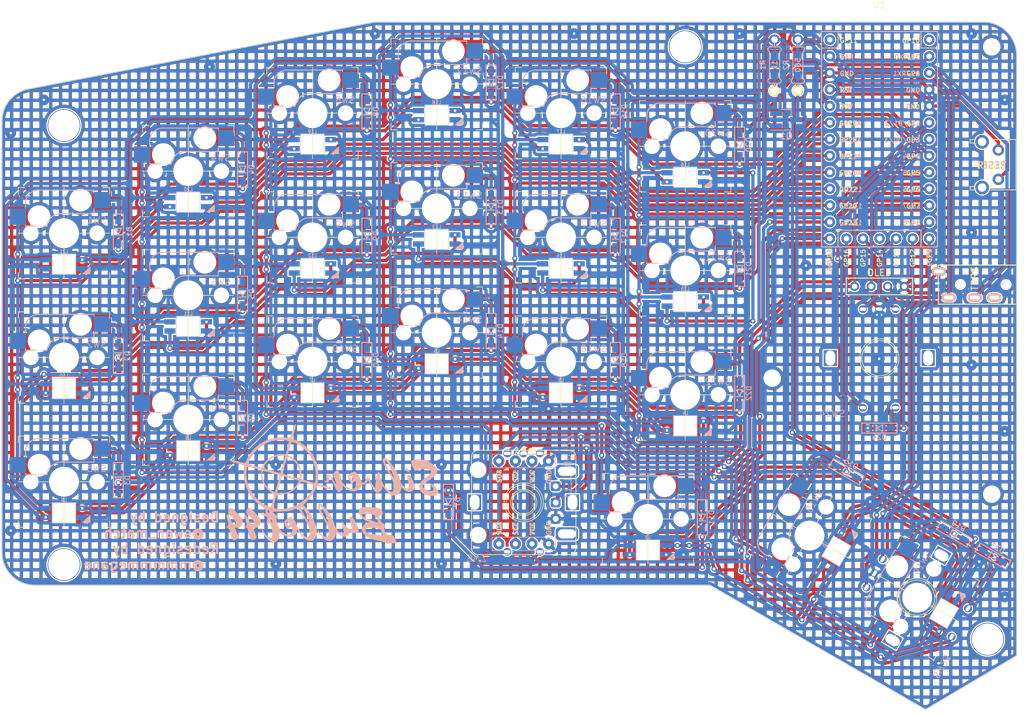
<source format=kicad_pcb>
(kicad_pcb (version 20240108) (generator "pcbnew") (generator_version "8.0")
  (layers (0 "F.Cu" signal) (31 "B.Cu" signal) (34 "B.Paste" user) (35 "F.Paste" user) (36 "B.SilkS" user "B.Silkscreen") (37 "F.SilkS" user "F.Silkscreen") (38 "B.Mask" user) (39 "F.Mask" user) (44 "Edge.Cuts" user))
  (net 0 "")
  (net 1 "SDA_L")
  (net 2 "SCL_L")
  (net 3 "+5V")
  (net 4 "GND")
  (net 5 "Net-(D1-A)")
  (net 6 "Row0")
  (net 7 "Row1")
  (net 8 "Net-(D2-A)")
  (net 9 "Row2")
  (net 10 "Net-(D3-A)")
  (net 11 "Net-(D4-A)")
  (net 12 "Net-(D5-A)")
  (net 13 "Net-(D6-A)")
  (net 14 "Row3")
  (net 15 "Net-(D7-A)")
  (net 16 "Net-(D8-A)")
  (net 17 "Net-(D9-A)")
  (net 18 "Net-(D10-A)")
  (net 19 "Net-(D11-A)")
  (net 20 "Net-(D12-A)")
  (net 21 "Net-(D13-A)")
  (net 22 "Net-(D14-A)")
  (net 23 "Net-(D15-A)")
  (net 24 "Net-(D16-A)")
  (net 25 "Net-(D17-A)")
  (net 26 "Net-(D18-A)")
  (net 27 "Net-(D19-A)")
  (net 28 "Net-(D20-A)")
  (net 29 "Net-(D21-A)")
  (net 30 "Net-(D22-A)")
  (net 31 "Net-(D23-A)")
  (net 32 "Row4")
  (net 33 "Net-(D24-A)")
  (net 35 "DATA_L")
  (net 36 "Net-(L1-DOUT)")
  (net 37 "LED5V_L")
  (net 38 "Net-(L2-DOUT)")
  (net 39 "Net-(L3-DOUT)")
  (net 40 "Net-(L4-DOUT)")
  (net 41 "Net-(L5-DOUT)")
  (net 42 "Net-(L6-DOUT)")
  (net 43 "Net-(L7-DOUT)")
  (net 44 "Net-(L8-DOUT)")
  (net 45 "Net-(L10-DIN)")
  (net 46 "Net-(L10-DOUT)")
  (net 47 "Net-(L11-DOUT)")
  (net 48 "Net-(L12-DOUT)")
  (net 49 "Net-(L13-DOUT)")
  (net 50 "Net-(L14-DOUT)")
  (net 51 "Net-(L15-DOUT)")
  (net 52 "Net-(L16-DOUT)")
  (net 53 "Net-(L17-DOUT)")
  (net 54 "Net-(L18-DOUT)")
  (net 55 "Net-(L19-DOUT)")
  (net 56 "Net-(L20-DOUT)")
  (net 58 "+3V3")
  (net 59 "LED3.3V_L")
  (net 60 "RESET_L")
  (net 61 "Col0")
  (net 62 "Col1")
  (net 63 "RE2B")
  (net 64 "RE2A")
  (net 65 "Col2")
  (net 66 "Col3")
  (net 67 "Col4")
  (net 68 "Col5")
  (net 69 "RE1B")
  (net 70 "RE1A")
  (net 71 "Col6")
  (net 72 "RE3B")
  (net 73 "RE3A")
  (footprint "kbd_Parts:Diode_SMD" (layer "F.Cu") (at 95.244432 90.686955 90)
    (property "Reference" "D10")
    (property "Value" "D" (hide yes))
  )
  (footprint "kbd_Parts:Diode_SMD" (layer "F.Cu") (at 146.679433 114.816957 90)
    (property "Reference" "D11")
    (property "Value" "D" (hide yes))
  )
  (footprint "kbd:HOLE" (layer "F.Cu") (at 190.415001 133.470002)
    (property "Reference" "Ref3")
    (property "Value" "Val**")
  )
  (footprint "taka_lib:MX1U_Hotswap" (layer "F.Cu") (at 105.960003 67.430001)
    (property "Reference" "SW13")
    (property "Value" "SW_Push")
  )
  (footprint "taka_lib:MX1U_Hotswap" (layer "F.Cu") (at 144.060003 76.955001)
    (property "Reference" "SW21")
    (property "Value" "SW_Push")
  )
  (footprint "taka_lib:MX1U_Hotswap" (layer "F.Cu") (at 138.345002 115.054999)
    (property "Reference" "SW11")
    (property "Value" "SW_Push")
  )
  (footprint "MountingHole:MountingHole_2.2mm_M2" (layer "F.Cu") (at 191.050002 111.245001)
    (property "Reference" "J3" (hide yes))
    (property "Value" "Conn_01x01")
  )
  (footprint "taka_lib:MX1U_Hotswap" (layer "F.Cu") (at 125.010003 52.825001)
    (property "Reference" "SW16")
    (property "Value" "SW_Push")
  )
  (footprint "kbd:HOLE" (layer "F.Cu") (at 144.060005 42.665001)
    (property "Reference" "Ref1")
    (property "Value" "Val**")
  )
  (footprint "taka_lib:MX1U_Hotswap" (layer "F.Cu") (at 86.910001 90.925001)
    (property "Reference" "SW10")
    (property "Value" "SW_Push")
  )
  (footprint "kbd_Parts:Diode_SMD" (layer "F.Cu") (at 57.144431 109.101955 90)
    (property "Reference" "D3")
    (property "Value" "D" (hide yes))
  )
  (footprint "taka_lib:MX1U_Hotswap" (layer "F.Cu") (at 125.010073 71.875001)
    (property "Reference" "SW17")
    (property "Value" "SW_Push")
  )
  (footprint "MountingHole:MountingHole_2.2mm_M2" (layer "F.Cu") (at 191.050003 42.665)
    (property "Reference" "J5" (hide yes))
    (property "Value" "Conn_01x01")
  )
  (footprint "kbd_Parts:Diode_SMD" (layer "F.Cu") (at 76.194431 80.526955 90)
    (property "Reference" "D5")
    (property "Value" "D" (hide yes))
  )
  (footprint "kbd_Parts:Diode_SMD" (layer "F.Cu") (at 191.237638 120.766691 150)
    (property "Reference" "D23")
    (property "Value" "D" (hide yes))
  )
  (footprint "Keebio-Parts.pretty-master:Resistor-Hybrid-Back" (layer "F.Cu") (at 157.75229 45.462948 90)
    (property "Reference" "R1")
    (property "Value" "1k")
  )
  (footprint "kbd_Parts:Diode_SMD" (layer "F.Cu") (at 95.244431 71.636956 90)
    (property "Reference" "D9")
    (property "Value" "D" (hide yes))
  )
  (footprint "kbd_Parts:Diode_SMD" (layer "F.Cu") (at 168.777678 107.799427 150)
    (property "Reference" "D15")
    (property "Value" "D" (hide yes))
  )
  (footprint "taka_lib:MX1U_Hotswap" (layer "F.Cu") (at 163.110003 117.594999 60)
    (property "Reference" "SW15")
    (property "Value" "SW_Push")
  )
  (footprint "taka_lib:MX1U_Hotswap_RE" (layer "F.Cu") (at 179.62 127.120002 60)
    (property "Reference" "SW19")
    (property "Value" "SW_Push")
  )
  (footprint "kbd_Parts:Diode_SMD" (layer "F.Cu") (at 133.344431 71.636957 90)
    (property "Reference" "D17")
    (property "Value" "D" (hide yes))
  )
  (footprint "taka_lib:EC12RE" (layer "F.Cu") (at 119.295002 112.515001 180)
    (property "Reference" "SW7")
    (property "Value" "RotaryEncoder_Switch")
  )
  (footprint "kbd_Parts:OLED" (layer "F.Cu") (at 170.015742 79.395845)
    (property "Reference" "OLED_L1")
    (property "Value" "OLED" (hide yes))
  )
  (footprint "taka_lib:MX1U_Hotswap" (layer "F.Cu") (at 86.910003 71.875001)
    (property "Reference" "SW9")
    (property "Value" "SW_Push")
  )
  (footprint "kbd:HOLE" (layer "F.Cu") (at 48.81 122.040002)
    (property "Reference" "Ref5")
    (property "Value" "Val**")
  )
  (footprint "THQWGD001:THQWGD001" (layer "F.Cu") (at 119.295002 112.515001 180)
    (property "Reference" "SW7")
    (property "Value" "RotaryEncoder_Switch" (hide yes))
  )
  (footprint "taka_lib:EC12RE" (layer "F.Cu") (at 179.62 127.120002 -120)
    (property "Reference" "SW23")
    (property "Value" "RotaryEncoder_Switch")
  )
  (footprint "kbd_Parts:Diode_SMD" (layer "F.Cu") (at 114.294431 48.141958 90)
    (property "Reference" "D12")
    (property "Value" "D" (hide yes))
  )
  (footprint "taka_lib:MX1U_Hotswap" (layer "F.Cu") (at 125.010004 90.925)
    (property "Reference" "SW18")
    (property "Value" "SW_Push")
  )
  (footprint "kbd_Parts:Diode_SMD" (layer "F.Cu") (at 76.194431 99.576955 90)
    (property "Reference" "D6")
    (property "Value" "D" (hide yes))
  )
  (footprint "kbd_Parts:Diode_SMD" (layer "F.Cu") (at 133.344431 90.686957 90)
    (property "Reference" "D18")
    (property "Value" "D" (hide yes))
  )
  (footprint "taka_lib:MX1U_Hotswap" (layer "F.Cu") (at 48.810001 71.24)
    (property "Reference" "SW1")
    (property "Value" "SW_Push")
  )
  (footprint "taka_lib:EC12RE" (layer "F.Cu") (at 173.82574 90.409155 180)
    (property "Reference" "SW24")
    (property "Value" "RotaryEncoder_Switch")
  )
  (footprint "kbd_Parts:Diode_SMD" (layer "F.Cu") (at 95.244431 52.58696 90)
    (property "Reference" "D8")
    (property "Value" "D" (hide yes))
  )
  (footprint "kbd_Parts:Diode_SMD" (layer "F.Cu") (at 152.394434 57.666956 90)
    (property "Reference" "D20")
    (property "Value" "D" (hide yes))
  )
  (footprint "taka_lib:MX1U_Hotswap" (layer "F.Cu") (at 144.060003 57.905002)
    (property "Reference" "SW20")
    (property "Value" "SW_Push")
  )
  (footprint "taka_lib:MX1U_Hotswap" (layer "F.Cu") (at 48.810002 109.339999)
    (property "Reference" "SW3")
    (property "Value" "SW_Push")
  )
  (footprint "kbd_Parts:Diode_SMD" (layer "F.Cu") (at 133.344431 52.586957 90)
    (property "Reference" "D16")
    (property "Value" "D" (hide yes))
  )
  (footprint "Keebio-Parts.pretty-master:Resistor-Hybrid-Back" (layer "F.Cu") (at 161.324168 45.462948 90)
    (property "Reference" "R2")
    (property "Value" "560")
  )
  (footprint "taka_lib:MX1U_Hotswap" (layer "F.Cu") (at 105.960003 48.380002)
    (property "Reference" "SW12")
    (property "Value" "SW_Push")
  )
  (footprint "taka_lib:MX1U_Hotswap" (layer "F.Cu") (at 86.910003 52.825001)
    (property "Reference" "SW8")
    (property "Value" "SW_Push")
  )
  (footprint "kbd_Parts:Diode_SMD" (layer "F.Cu") (at 185.275476 117.324434 150)
    (property "Reference" "D19")
    (property "Value" "D" (hide yes))
  )
  (footprint "kbd_Parts:Diode_SMD" (layer "F.Cu") (at 76.194432 61.476955 90)
    (property "Reference" "D4")
    (property "Value" "D" (hide yes))
  )
  (footprint "taka_lib:RP2040Promicro" (layer "F.Cu") (at 173.825737 57.07157)
    (property "Reference" "U1")
    (property "Value" "RP2040Promicro")
  )
  (footprint "MountingHole:MountingHole_2.2mm_M2" (layer "F.Cu") (at 157.395002 93.465)
    (property "Reference" "J4" (hide yes))
    (property "Value" "Conn_01x01")
  )
  (footprint "kbd_Parts:Diode_SMD" (layer "F.Cu") (at 107.745996 112.435495 90)
    (property "Reference" "D7")
    (property "Value" "D" (hide yes))
  )
  (footprint "kbd_Parts:Diode_SMD" (layer "F.Cu") (at 57.144431 90.051955 90)
    (property "Reference" "D2")
    (property "Value" "D" (hide yes))
  )
  (footprint "taka_lib:MX1U_Hotswap" (layer "F.Cu") (at 48.810002 90.289999)
    (property "Reference" "SW2")
    (property "Value" "SW_Push")
  )
  (footprint "kbd_Parts:Diode_SMD" (layer "F.Cu") (at 173.825739 101.12455)
    (property "Reference" "D24")
    (property "Value" "D" (hide yes))
  )
  (footprint "kbd_Parts:Diode_SMD" (layer "F.Cu") (at 152.394434 95.766956 90)
    (property "Reference" "D22")
    (property "Value" "D" (hide yes))
  )
  (footprint "taka_lib:MX1U_Hotswap" (layer "F.Cu") (at 67.860002 99.814999)
    (property "Reference" "SW6")
    (property "Value" "SW_Push")
  )
  (footprint "kbd_Parts:Diode_SMD" (layer "F.Cu") (at 57.144431 71.001955 90)
    (property "Reference" "D1")
    (property "Value" "D" (hide yes))
  )
  (footprint "taka_lib:MX1U_Hotswap" (layer "F.Cu") (at 144.060003 96.005001)
    (property "Reference" "SW22")
    (property "Value" "SW_Push")
  )
  (footprint "taka_lib:AZ1UBALL" (layer "F.Cu") (at 119.295002 112.515001 90)
    (property "Reference" "AZ1UBALL_L1")
    (property "Value" "AZ1UBALL")
  )
  (footprint "kbd:HOLE" (layer "F.Cu") (at 48.81 54.730002)
    (property "Reference" "Ref2")
    (property "Value" "Val**")
  )
  (footprint "kbd_Parts:Diode_SMD" (layer "F.Cu") (at 114.294431 67.19196 90)
    (property "Reference" "D13")
    (property "Value" "D" (hide yes))
  )
  (footprint "taka_lib:MX1U_Hotswap" (layer "F.Cu") (at 67.860001 61.715004)
    (property "Reference" "SW4")
    (property "Value" "SW_Push")
  )
  (footprint "kbd_Parts:Diode_SMD" (layer "F.Cu") (at 152.394434 76.716956 90)
    (property "Reference" "D21")
    (property "Value" "D" (hide yes))
  )
  (footprint "taka_lib:MX1U_Hotswap" (layer "F.Cu") (at 105.960003 86.480001)
    (property "Reference" "SW14")
    (property "Value" "SW_Push")
  )
  (footprint "taka_lib:MX1U_Hotswap" (layer "F.Cu") (at 67.860002 80.765003)
    (property "Reference" "SW5")
    (property "Value" "SW_Push")
  )
  (footprint "kbd_Parts:Diode_SMD" (layer "F.Cu") (at 114.294431 86.24196 90)
    (property "Reference" "D14")
    (property "Value" "D" (hide yes))
  )
  (footprint "kbd:YS-SK6812MINI-E" (layer "B.Cu") (at 86.91 57.587514 180)
    (property "Reference" "L19")
    (property "Value" "YS-SK6812MINI-E" (hide yes))
    (fp_line (start 1.8 1.55) (end -1.8 1.55) (stroke (width 0.1)) (layer "Edge.Cuts"))
    (fp_line (start 1.8 -1.55) (end 1.8 1.55) (stroke (width 0.1)) (layer "Edge.Cuts"))
    (fp_line (start -1.8 1.55) (end -1.8 -1.55) (stroke (width 0.1)) (layer "Edge.Cuts"))
    (fp_line (start -1.8 -1.55) (end 1.8 -1.55) (stroke (width 0.1)) (layer "Edge.Cuts"))
  )
  (footprint "kbd:YS-SK6812MINI-E" (layer "B.Cu") (at 67.860002 85.527513 180)
    (property "Reference" "L11")
    (property "Value" "YS-SK6812MINI-E" (hide yes))
    (fp_line (start 1.8 1.55) (end -1.8 1.55) (stroke (width 0.1)) (layer "Edge.Cuts"))
    (fp_line (start 1.8 -1.55) (end 1.8 1.55) (stroke (width 0.1)) (layer "Edge.Cuts"))
    (fp_line (start -1.8 1.55) (end -1.8 -1.55) (stroke (width 0.1)) (layer "Edge.Cuts"))
    (fp_line (start -1.8 -1.55) (end 1.8 -1.55) (stroke (width 0.1)) (layer "Edge.Cuts"))
  )
  (footprint "kbd:YS-SK6812MINI-E" (layer "B.Cu") (at 67.860002 104.577513 180)
    (property "Reference" "L8")
    (property "Value" "YS-SK6812MINI-E" (hide yes))
    (fp_line (start 1.8 1.55) (end -1.8 1.55) (stroke (width 0.1)) (layer "Edge.Cuts"))
    (fp_line (start 1.8 -1.55) (end 1.8 1.55) (stroke (width 0.1)) (layer "Edge.Cuts"))
    (fp_line (start -1.8 1.55) (end -1.8 -1.55) (stroke (width 0.1)) (layer "Edge.Cuts"))
    (fp_line (start -1.8 -1.55) (end 1.8 -1.55) (stroke (width 0.1)) (layer "Edge.Cuts"))
  )
  (footprint "kbd:YS-SK6812MINI-E" (layer "B.Cu") (at 138.345002 119.817513 180)
    (property "Reference" "L3")
    (property "Value" "YS-SK6812MINI-E" (hide yes))
    (fp_line (start 1.8 1.55) (end -1.8 1.55) (stroke (width 0.1)) (layer "Edge.Cuts"))
    (fp_line (start 1.8 -1.55) (end 1.8 1.55) (stroke (width 0.1)) (layer "Edge.Cuts"))
    (fp_line (start -1.8 1.55) (end -1.8 -1.55) (stroke (width 0.1)) (layer "Edge.Cuts"))
    (fp_line (start -1.8 -1.55) (end 1.8 -1.55) (stroke (width 0.1)) (layer "Edge.Cuts"))
  )
  (footprint "kbd:YS-SK6812MINI-E" (layer "B.Cu") (at 105.96 53.142514 180)
    (property "Reference" "L18")
    (property "Value" "YS-SK6812MINI-E" (hide yes))
    (fp_line (start 1.8 1.55) (end -1.8 1.55) (stroke (width 0.1)) (layer "Edge.Cuts"))
    (fp_line (start 1.8 -1.55) (end 1.8 1.55) (stroke (width 0.1)) (layer "Edge.Cuts"))
    (fp_line (start -1.8 1.55) (end -1.8 -1.55) (stroke (width 0.1)) (layer "Edge.Cuts"))
    (fp_line (start -1.8 -1.55) (end 1.8 -1.55) (stroke (width 0.1)) (layer "Edge.Cuts"))
  )
  (footprint "kbd:YS-SK6812MINI-E" (layer "B.Cu") (at 105.96 91.242516 180)
    (property "Reference" "L6")
    (property "Value" "YS-SK6812MINI-E" (hide yes))
    (fp_line (start 1.8 1.55) (end -1.8 1.55) (stroke (width 0.1)) (layer "Edge.Cuts"))
    (fp_line (start 1.8 -1.55) (end 1.8 1.55) (stroke (width 0.1)) (layer "Edge.Cuts"))
    (fp_line (start -1.8 1.55) (end -1.8 -1.55) (stroke (width 0.1)) (layer "Edge.Cuts"))
    (fp_line (start -1.8 -1.55) (end 1.8 -1.55) (stroke (width 0.1)) (layer "Edge.Cuts"))
  )
  (footprint "kbd:YS-SK6812MINI-E" (layer "B.Cu") (at 125.01 57.587513 180)
    (property "Reference" "L17")
    (property "Value" "YS-SK6812MINI-E" (hide yes))
    (fp_line (start 1.8 1.55) (end -1.8 1.55) (stroke (width 0.1)) (layer "Edge.Cuts"))
    (fp_line (start 1.8 -1.55) (end 1.8 1.55) (stroke (width 0.1)) (layer "Edge.Cuts"))
    (fp_line (start -1.8 1.55) (end -1.8 -1.55) (stroke (width 0.1)) (layer "Edge.Cuts"))
    (fp_line (start -1.8 -1.55) (end 1.8 -1.55) (stroke (width 0.1)) (layer "Edge.Cuts"))
  )
  (footprint "kbd:YS-SK6812MINI-E" (layer "B.Cu") (at 125.010072 76.637514 180)
    (property "Reference" "L14")
    (property "Value" "YS-SK6812MINI-E" (hide yes))
    (fp_line (start 1.8 1.55) (end -1.8 1.55) (stroke (width 0.1)) (layer "Edge.Cuts"))
    (fp_line (start 1.8 -1.55) (end 1.8 1.55) (stroke (width 0.1)) (layer "Edge.Cuts"))
    (fp_line (start -1.8 1.55) (end -1.8 -1.55) (stroke (width 0.1)) (layer "Edge.Cuts"))
    (fp_line (start -1.8 -1.55) (end 1.8 -1.55) (stroke (width 0.1)) (layer "Edge.Cuts"))
  )
  (footprint "kbd:YS-SK6812MINI-E" (layer "B.Cu") (at 105.96 72.192514 180)
    (property "Reference" "L13")
    (property "Value" "YS-SK6812MINI-E" (hide yes))
    (fp_line (start 1.8 1.55) (end -1.8 1.55) (stroke (width 0.1)) (layer "Edge.Cuts"))
    (fp_line (start 1.8 -1.55) (end 1.8 1.55) (stroke (width 0.1)) (layer "Edge.Cuts"))
    (fp_line (start -1.8 1.55) (end -1.8 -1.55) (stroke (width 0.1)) (layer "Edge.Cuts"))
    (fp_line (start -1.8 -1.55) (end 1.8 -1.55) (stroke (width 0.1)) (layer "Edge.Cuts"))
  )
  (footprint "kbd:YS-SK6812MINI-E" (layer "B.Cu") (at 48.810002 76.002511 180)
    (property "Reference" "L21")
    (property "Value" "YS-SK6812MINI-E" (hide yes))
    (fp_line (start 1.8 1.55) (end -1.8 1.55) (stroke (width 0.1)) (layer "Edge.Cuts"))
    (fp_line (start 1.8 -1.55) (end 1.8 1.55) (stroke (width 0.1)) (layer "Edge.Cuts"))
    (fp_line (start -1.8 1.55) (end -1.8 -1.55) (stroke (width 0.1)) (layer "Edge.Cuts"))
    (fp_line (start -1.8 -1.55) (end 1.8 -1.55) (stroke (width 0.1)) (layer "Edge.Cuts"))
  )
  (footprint "kbd_Parts:TRRS_MJ-4PP-9" (layer "B.Cu") (at 188.745595 79.103168 90)
    (property "Reference" "JACK1")
    (property "Value" "MJ-4PP-9" (hide yes))
  )
  (footprint "kbd:YS-SK6812MINI-E" (layer "B.Cu") (at 48.810002 114.102512 180)
    (property "Reference" "L9")
    (property "Value" "YS-SK6812MINI-E" (hide yes))
    (fp_line (start 1.8 1.55) (end -1.8 1.55) (stroke (width 0.1)) (layer "Edge.Cuts"))
    (fp_line (start 1.8 -1.55) (end 1.8 1.55) (stroke (width 0.1)) (layer "Edge.Cuts"))
    (fp_line (start -1.8 1.55) (end -1.8 -1.55) (stroke (width 0.1)) (layer "Edge.Cuts"))
    (fp_line (start -1.8 -1.55) (end 1.8 -1.55) (stroke (width 0.1)) (layer "Edge.Cuts"))
  )
  (footprint "footprints:silverbullet" (layer "B.Cu") (at 89.82574 109.409155 180)
    (property "Reference" "G*2" (hide yes))
    (property "Value" "LOGO" (hide yes))
  )
  (footprint "Button_Switch_THT:SW_Tactile_SPST_Angled_PTS645Vx39-2LFS" (layer "B.Cu") (at 192.066 62.985 90)
    (property "Reference" "RESET_SW1" (hide yes))
    (property "Value" "SW_Push")
  )
  (footprint "kbd:YS-SK6812MINI-E" (layer "B.Cu") (at 167.234457 119.976257 -120)
    (property "Reference" "L2")
    (property "Value" "YS-SK6812MINI-E" (hide yes))
    (fp_line (start 1.8 1.55) (end -1.8 1.55) (stroke (width 0.1)) (layer "Edge.Cuts"))
    (fp_line (start -1.8 1.55) (end -1.8 -1.55) (stroke (width 0.1)) (layer "Edge.Cuts"))
    (fp_line (start 1.8 -1.55) (end 1.8 1.55) (stroke (width 0.1)) (layer "Edge.Cuts"))
    (fp_line (start -1.8 -1.55) (end 1.8 -1.55) (stroke (width 0.1)) (layer "Edge.Cuts"))
  )
  (footprint "kbd:YS-SK6812MINI-E" (layer "B.Cu") (at 125.01 95.687513 180)
    (property "Reference" "L5")
    (property "Value" "YS-SK6812MINI-E" (hide yes))
    (fp_line (start 1.8 1.55) (end -1.8 1.55) (stroke (width 0.1)) (layer "Edge.Cuts"))
    (fp_line (start 1.8 -1.55) (end 1.8 1.55) (stroke (width 0.1)) (layer "Edge.Cuts"))
    (fp_line (start -1.8 1.55) (end -1.8 -1.55) (stroke (width 0.1)) (layer "Edge.Cuts"))
    (fp_line (start -1.8 -1.55) (end 1.8 -1.55) (stroke (width 0.1)) (layer "Edge.Cuts"))
  )
  (footprint "kbd:YS-SK6812MINI-E" (layer "B.Cu") (at 144.06 100.767513 180)
    (property "Reference" "L4")
    (property "Value" "YS-SK6812MINI-E" (hide yes))
    (fp_line (start 1.8 1.55) (end -1.8 1.55) (stroke (width 0.1)) (layer "Edge.Cuts"))
    (fp_line (start 1.8 -1.55) (end 1.8 1.55) (stroke (width 0.1)) (layer "Edge.Cuts"))
    (fp_line (start -1.8 1.55) (end -1.8 -1.55) (stroke (width 0.1)) (layer "Edge.Cuts"))
    (fp_line (start -1.8 -1.55) (end 1.8 -1.55) (stroke (width 0.1)) (layer "Edge.Cuts"))
  )
  (footprint "kbd:YS-SK6812MINI-E" (layer "B.Cu") (at 144.060002 62.667513 180)
    (property "Reference" "L16")
    (property "Value" "YS-SK6812MINI-E" (hide yes))
    (fp_line (start 1.8 1.55) (end -1.8 1.55) (stroke (width 0.1)) (layer "Edge.Cuts"))
    (fp_line (start 1.8 -1.55) (end 1.8 1.55) (stroke (width 0.1)) (layer "Edge.Cuts"))
    (fp_line (start -1.8 1.55) (end -1.8 -1.55) (stroke (width 0.1)) (layer "Edge.Cuts"))
    (fp_line (start -1.8 -1.55) (end 1.8 -1.55) (stroke (width 0.1)) (layer "Edge.Cuts"))
  )
  (footprint "Keebio-Parts.pretty-master:SOT-23_Handsoldering" (layer "B.Cu") (at 159.538229 53.841873)
    (property "Reference" "Q1")
    (property "Value" "BSS138")
  )
  (footprint "kbd:YS-SK6812MINI-E" (layer "B.Cu") (at 86.910001 95.687515 180)
    (property "Reference" "L7")
    (property "Value" "YS-SK6812MINI-E" (hide yes))
    (fp_line (start 1.8 1.55) (end -1.8 1.55) (stroke (width 0.1)) (layer "Edge.Cuts"))
    (fp_line (start 1.8 -1.55) (end 1.8 1.55) (stroke (width 0.1)) (layer "Edge.Cuts"))
    (fp_line (start -1.8 1.55) (end -1.8 -1.55) (stroke (width 0.1)) (layer "Edge.Cuts"))
    (fp_line (start -1.8 -1.55) (end 1.8 -1.55) (stroke (width 0.1)) (layer "Edge.Cuts"))
  )
  (footprint "kbd:YS-SK6812MINI-E" (layer "B.Cu") (at 144.060003 81.717511 180)
    (property "Reference" "L15")
    (property "Value" "YS-SK6812MINI-E" (hide yes))
    (fp_line (start 1.8 1.55) (end -1.8 1.55) (stroke (width 0.1)) (layer "Edge.Cuts"))
    (fp_line (start 1.8 -1.55) (end 1.8 1.55) (stroke (width 0.1)) (layer "Edge.Cuts"))
    (fp_line (start -1.8 1.55) (end -1.8 -1.55) (stroke (width 0.1)) (layer "Edge.Cuts"))
    (fp_line (start -1.8 -1.55) (end 1.8 -1.55) (stroke (width 0.1)) (layer "Edge.Cuts"))
  )
  (footprint "kbd:YS-SK6812MINI-E" (layer "B.Cu") (at 67.860001 66.477515 180)
    (property "Reference" "L20")
    (property "Value" "YS-SK6812MINI-E" (hide yes))
    (fp_line (start 1.8 1.55) (end -1.8 1.55) (stroke (width 0.1)) (layer "Edge.Cuts"))
    (fp_line (start 1.8 -1.55) (end 1.8 1.55) (stroke (width 0.1)) (layer "Edge.Cuts"))
    (fp_line (start -1.8 1.55) (end -1.8 -1.55) (stroke (width 0.1)) (layer "Edge.Cuts"))
    (fp_line (start -1.8 -1.55) (end 1.8 -1.55) (stroke (width 0.1)) (layer "Edge.Cuts"))
  )
  (footprint "kbd:YS-SK6812MINI-E" (layer "B.Cu") (at 86.91 76.637516 180)
    (property "Reference" "L12")
    (property "Value" "YS-SK6812MINI-E" (hide yes))
    (fp_line (start 1.8 1.55) (end -1.8 1.55) (stroke (width 0.1)) (layer "Edge.Cuts"))
    (fp_line (start 1.8 -1.55) (end 1.8 1.55) (stroke (width 0.1)) (layer "Edge.Cuts"))
    (fp_line (start -1.8 1.55) (end -1.8 -1.55) (stroke (width 0.1)) (layer "Edge.Cuts"))
    (fp_line (start -1.8 -1.55) (end 1.8 -1.55) (stroke (width 0.1)) (layer "Edge.Cuts"))
  )
  (footprint "kbd:YS-SK6812MINI-E" (layer "B.Cu") (at 183.744458 129.501258 -120)
    (property "Reference" "L1")
    (property "Value" "YS-SK6812MINI-E" (hide yes))
    (fp_line (start 1.8 1.55) (end -1.8 1.55) (stroke (width 0.1)) (layer "Edge.Cuts"))
    (fp_line (start -1.8 1.55) (end -1.8 -1.55) (stroke (width 0.1)) (layer "Edge.Cuts"))
    (fp_line (start 1.8 -1.55) (end 1.8 1.55) (stroke (width 0.1)) (layer "Edge.Cuts"))
    (fp_line (start -1.8 -1.55) (end 1.8 -1.55) (stroke (width 0.1)) (layer "Edge.Cuts"))
  )
  (footprint "kbd:YS-SK6812MINI-E" (layer "B.Cu") (at 48.810002 95.052513 180)
    (property "Reference" "L10")
    (property "Value" "YS-SK6812MINI-E" (hide yes))
    (fp_line (start 1.8 1.55) (end -1.8 1.55) (stroke (width 0.1)) (layer "Edge.Cuts"))
    (fp_line (start 1.8 -1.55) (end 1.8 1.55) (stroke (width 0.1)) (layer "Edge.Cuts"))
    (fp_line (start -1.8 1.55) (end -1.8 -1.55) (stroke (width 0.1)) (layer "Edge.Cuts"))
    (fp_line (start -1.8 -1.55) (end 1.8 -1.55) (stroke (width 0.1)) (layer "Edge.Cuts"))
  )
  (gr_arc (start 39.285 54.095002) (mid 40.358055 50.972371) (end 43.123902 49.168941) (stroke (width 0.15)) (layer "Edge.Cuts"))
  (gr_arc (start 189.78 38.855) (mid 193.372035 40.342957) (end 194.86 43.935) (stroke (width 0.15)) (layer "Edge.Cuts"))
  (gr_arc (start 44.365002 125.215001) (mid 40.772876 123.727125) (end 39.285001 120.135002) (stroke (width 0.15)) (layer "Edge.Cuts"))
  (gr_line (start 180.890001 144.265001) (end 147.870003 125.215001) (stroke (width 0.15)) (layer "Edge.Cuts"))
  (gr_line (start 194.86 43.935) (end 194.86 136.01) (stroke (width 0.15)) (layer "Edge.Cuts"))
  (gr_line (start 194.86 136.01) (end 180.890001 144.265001) (stroke (width 0.15)) (layer "Edge.Cuts"))
  (gr_line (start 147.870003 125.215001) (end 44.365002 125.215001) (stroke (width 0.15)) (layer "Edge.Cuts"))
  (gr_line (start 96.435001 38.855001) (end 189.78 38.855) (stroke (width 0.15)) (layer "Edge.Cuts"))
  (gr_line (start 43.123902 49.168941) (end 96.435001 38.855001) (stroke (width 0.15)) (layer "Edge.Cuts"))
  (gr_line (start 39.285001 120.135002) (end 39.285 54.095002) (stroke (width 0.15)) (layer "Edge.Cuts"))
  (gr_text "Designed by\n  @swan_match\nRedesigned by\n  @mmmmmegane" (at 72.82574 118.409155 0) (layer "B.SilkS") (effects (font (size 1.5 1.5) (thickness 0.3)) (justify left mirror)))
  (segment (start 153.244473 103.72048) (end 150.703931 106.261022) (width 0.5) (layer "F.Cu") (net 1))
  (segment (start 170.015742 79.395845) (end 162.015639 79.395846) (width 0.5) (layer "F.Cu") (net 1))
  (segment (start 153.244472 88.167016) (end 153.244473 103.72048) (width 0.5) (layer "F.Cu") (net 1))
  (segment (start 162.015639 79.395846) (end 153.244472 88.167016) (width 0.5) (layer "F.Cu") (net 1))
  (via (at 150.703931 106.261022) (size 0.8) (drill 0.4) (layers "F.Cu" "B.Cu") (net 1))
  (segment (start 118.547579 101.633919) (end 115.485002 104.696496) (width 0.5) (layer "B.Cu") (net 1))
  (segment (start 181.470738 54.277571) (end 170.060738 65.687571) (width 0.5) (layer "B.Cu") (net 1))
  (segment (start 136.537813 105.710485) (end 150.153397 105.710486) (width 0.5) (layer "B.Cu") (net 1))
  (segment (start 115.485002 104.696496) (end 115.485003 106.165001) (width 0.5) (layer "B.Cu") (net 1))
  (segment (start 150.703931 106.261022) (end 150.153397 105.710486) (width 0.5) (layer "B.Cu") (net 1))
  (segment (start 170.06074 79.350847) (end 170.015742 79.395845) (width 0.5) (layer "B.Cu") (net 1))
  (segment (start 136.537813 105.710485) (end 132.461249 101.633921) (width 0.5) (layer "B.Cu") (net 1))
  (segment (start 132.461249 101.633921) (end 118.547579 101.633919) (width 0.5) (layer "B.Cu") (net 1))
  (segment (start 115.485003 106.165001) (end 115.485001 118.865001) (width 0.5) (layer "B.Cu") (net 1))
  (segment (start 170.060738 65.687571) (end 170.06074 79.350847) (width 0.5) (layer "B.Cu") (net 1))
  (segment (start 156.126123 87.867896) (end 156.126124 86.27531) (width 0.5) (layer "F.Cu") (net 2))
  (segment (start 154.644472 89.349549) (end 156.126123 87.867896) (width 0.5) (layer "F.Cu") (net 2))
  (segment (start 149.351362 107.861299) (end 151.295686 107.861299) (width 0.5) (layer "F.Cu") (net 2))
  (segment (start 156.126124 86.27531) (end 161.857089 80.544346) (width 0.5) (layer "F.Cu") (net 2))
  (segment (start 171.407239 80.544347) (end 172.555739 79.395847) (width 0.5) (layer "F.Cu") (net 2))
  (segment (start 149.201364 107.711298) (end 149.351362 107.861299) (width 0.5) (layer "F.Cu") (net 2))
  (segment (start 161.857089 80.544346) (end 171.407239 80.544347) (width 0.5) (layer "F.Cu") (net 2))
  (segment (start 151.295686 107.861299) (end 154.644473 104.512512) (width 0.5) (layer "F.Cu") (net 2))
  (segment (start 154.644472 89.349549) (end 154.644473 104.512512) (width 0.5) (layer "F.Cu") (net 2))
  (via (at 149.201364 107.711298) (size 0.8) (drill 0.4) (layers "F.Cu" "B.Cu") (net 2))
  (segment (start 119.441157 103.33392) (end 118.025003 104.750076) (width 0.5) (layer "B.Cu") (net 2))
  (segment (start 148.600551 107.110487) (end 135.957915 107.110487) (width 0.5) (layer "B.Cu") (net 2))
  (segment (start 118.025002 106.164999) (end 118.025002 118.865002) (width 0.5) (layer "B.Cu") (net 2))
  (segment (start 135.957915 107.110487) (end 132.181349 103.33392) (width 0.5) (layer "B.Cu") (net 2))
  (segment (start 149.201364 107.711298) (end 148.600551 107.110487) (width 0.5) (layer "B.Cu") (net 2))
  (segment (start 118.025003 104.750076) (end 118.025002 106.164999) (width 0.5) (layer "B.Cu") (net 2))
  (segment (start 132.181349 103.33392) (end 119.441157 103.33392) (width 0.5) (layer "B.Cu") (net 2))
  (segment (start 172.60074 65.68757) (end 172.600738 79.350848) (width 0.5) (layer "B.Cu") (net 2))
  (segment (start 181.470738 56.81757) (end 172.60074 65.68757) (width 0.5) (layer "B.Cu") (net 2))
  (segment (start 172.600738 79.350848) (end 172.555741 79.395845) (width 0.5) (layer "B.Cu") (net 2))
  (segment (start 175.095742 79.395845) (end 176.803062 81.103167) (width 0.5) (layer "F.Cu") (net 3))
  (segment (start 176.803062 81.103167) (end 184.445597 81.103168) (width 0.5) (layer "F.Cu") (net 3))
  (segment (start 79.170971 75.937512) (end 78.099999 75.937512) (width 0.5) (layer "B.Cu") (net 3))
  (segment (start 40.000003 70.763584) (end 40.000001 67.072017) (width 0.5) (layer "B.Cu") (net 3))
  (segment (start 60.120956 65.777513) (end 59.42175 65.777513) (width 0.5) (layer "B.Cu") (net 3))
  (segment (start 117.271006 75.937513) (end 117.087117 75.937512) (width 0.5) (layer "B.Cu") (net 3))
  (segment (start 59.050002 63.619828) (end 43.380174 63.619828) (width 0.5) (layer "B.Cu") (net 3))
  (segment (start 84.11 56.887513) (end 79.170971 56.887512) (width 0.5) (layer "B.Cu") (net 3))
  (segment (start 78.100003 57.958485) (end 78.100001 58.26201) (width 0.5) (layer "B.Cu") (net 3))
  (segment (start 161.324168 41.562948) (end 163.676115 41.562948) (width 0.5) (layer "B.Cu") (net 3))
  (segment (start 97.150002 72.549522) (end 97.150002 73.144835) (width 0.5) (layer "B.Cu") (net 3))
  (segment (start 54.763138 63.619828) (end 57.739704 63.619828) (width 0.5) (layer "B.Cu") (net 3))
  (segment (start 40.000003 76.716712) (end 40 74.930775) (width 0.5) (layer "B.Cu") (net 3))
  (segment (start 40.371741 75.302512) (end 40 74.930775) (width 0.5) (layer "B.Cu") (net 3))
  (segment (start 154.508623 122.985379) (end 161.212483 126.855854) (width 0.5) (layer "B.Cu") (net 3))
  (segment (start 46.01 75.302514) (end 41.070942 75.302512) (width 0.5) (layer "B.Cu") (net 3))
  (segment (start 98.220989 71.492513) (end 98.207012 71.492513) (width 0.5) (layer "B.Cu") (net 3))
  (segment (start 65.06 65.777514) (end 60.120956 65.777513) (width 0.5) (layer "B.Cu") (net 3))
  (segment (start 120.565003 106.165001) (end 120.565001 118.865001) (width 0.5) (layer "B.Cu") (net 3))
  (segment (start 40 108.983302) (end 40.000001 95.76673) (width 0.5) (layer "B.Cu") (net 3))
  (segment (start 181.988507 47.907573) (end 170.020739 47.907572) (width 0.5) (layer "B.Cu") (net 3))
  (segment (start 133.82574 119.117513) (end 135.545 119.117513) (width 0.5) (layer "B.Cu") (net 3))
  (segment (start 136.916332 81.017513) (end 136.321021 81.017515) (width 0.5) (layer "B.Cu") (net 3))
  (segment (start 154.426126 104.723288) (end 154.426125 120.769885) (width 0.5) (layer "B.Cu") (net 3))
  (segment (start 78.100003 57.666698) (end 78.100001 58.26201) (width 0.5) (layer "B.Cu") (net 3))
  (segment (start 153.852069 104.149234) (end 154.426126 104.723288) (width 0.5) (layer "B.Cu") (net 3))
  (segment (start 155.371036 51.601981) (end 155.371036 51.825157) (width 0.5) (layer "B.Cu") (net 3))
  (segment (start 135.250002 60.896492) (end 135.250001 60.643262) (width 0.5) (layer "B.Cu") (net 3))
  (segment (start 132.615576 120.769886) (end 132.615577 121.483946) (width 0.5) (layer "B.Cu") (net 3))
  (segment (start 57.739704 63.619828) (end 57.859374 63.619828) (width 0.5) (layer "B.Cu") (net 3))
  (segment (start 59.050003 85.051096) (end 59.050002 86.241722) (width 0.5) (layer "B.Cu") (net 3))
  (segment (start 59.273588 84.827513) (end 59.050003 85.051096) (width 0.5) (layer "B.Cu") (net 3))
  (segment (start 136.454614 100.067513) (end 135.250001 98.862901) (width 0.5) (layer "B.Cu") (net 3))
  (segment (start 60.120956 84.827512) (end 59.273588 84.827513) (width 0.5) (layer "B.Cu") (net 3))
  (segment (start 116.080379 77.312025) (end 116.080378 77.907342) (width 0.5) (layer "B.Cu") (net 3))
  (segment (start 78.099999 75.937512) (end 78.100001 77.312025) (width 0.5) (layer "B.Cu") (net 3))
  (segment (start 97.150002 46.355749) (end 97.150002 51.118253) (width 0.5) (layer "B.Cu") (net 3))
  (segment (start 78.100001 76.944253) (end 78.100001 77.312025) (width 0.5) (layer "B.Cu") (net 3))
  (segment (start 135.250002 49.332314) (end 135.250001 48.717999) (width 0.5) (layer "B.Cu") (net 3))
  (segment (start 100.292069 40.997932) (end 97.15 44.140002) (width 0.5) (layer "B.Cu") (net 3))
  (segment (start 122.210071 75.937512) (end 117.271006 75.937513) (width 0.5) (layer "B.Cu") (net 3))
  (segment (start 117.271003 45.165125) (end 131.697125 45.165124) (width 0.5) (layer "B.Cu") (net 3))
  (segment (start 135.250001 61.833889) (end 135.250001 60.643262) (width 0.5) (layer "B.Cu") (net 3))
  (segment (start 116.080378 55.880759) (end 116.080378 57.071385) (width 0.5) (layer "B.Cu") (net 3))
  (segment (start 121.690511 121.617513) (end 123.819449 121.617513) (width 0.5) (layer "B.Cu") (net 3))
  (segment (start 135.25 50.522942) (end 135.250002 49.332314) (width 0.5) (layer "B.Cu") (net 3))
  (segment (start 78.100003 52.904195) (end 78.100004 54.09482) (width 0.5) (layer "B.Cu") (net 3))
  (segment (start 116.080378 44.153378) (end 112.924933 40.997933) (width 0.5) (layer "B.Cu") (net 3))
  (segment (start 117.271006 75.937513) (end 116.080379 75.937511) (width 0.5) (layer "B.Cu") (net 3))
  (segment (start 41.070942 94.352512) (end 40.371722 94.352514) (width 0.5) (layer "B.Cu") (net 3))
  (segment (start 59.050003 83.86047) (end 59.050003 85.051096) (width 0.5) (layer "B.Cu") (net 3))
  (segment (start 97.15 45.880078) (end 97.150002 46.355749) (width 0.5) (layer "B.Cu") (net 3))
  (segment (start 157.234523 40.312949) (end 155.371036 42.176435) (width 0.5) (layer "B.Cu") (net 3))
  (segment (start 160.074167 40.31295) (end 157.236569 40.312948) (width 0.5) (layer "B.Cu") (net 3))
  (segment (start 154.426125 120.769885) (end 154.426124 122.555822) (width 0.5) (layer "B.Cu") (net 3))
  (segment (start 59.42175 65.777513) (end 59.050001 65.405767) (width 0.5) (layer "B.Cu") (net 3))
  (segment (start 131.558518 121.617513) (end 132.749143 121.617513) (width 0.5) (layer "B.Cu") (net 3))
  (segment (start 117.271006 56.887514) (end 116.264249 56.887512) (width 0.5) (layer "B.Cu") (net 3))
  (segment (start 136.32102 50.522942) (end 135.25 50.522942) (width 0.5) (layer "B.Cu") (net 3))
  (segment (start 112.924933 40.997933) (end 100.292069 40.997932) (width 0.5) (layer "B.Cu") (net 3))
  (segment (start 116.080378 46.355751) (end 116.080378 55.880759) (width 0.5) (layer "B.Cu") (net 3))
  (segment (start 116.080378 77.907342) (end 116.080379 93.980789) (width 0.5) (layer "B.Cu") (net 3))
  (segment (start 135.250001 98.862901) (end 135.250003 82.074531) (width 0.5) (layer "B.Cu") (net 3))
  (segment (start 59.050002 57.475) (end 59.050002 62.429204) (width 0.5) (layer "B.Cu") (net 3))
  (segment (start 117.271003 45.165125) (end 117.092125 45.165124) (width 0.5) (layer "B.Cu") (net 3))
  (segment (start 59.049999 103.030156) (end 59.897356 103.877514) (width 0.5) (layer "B.Cu") (net 3))
  (segment (start 155.371036 50.63453) (end 155.371036 51.825157) (width 0.5) (layer "B.Cu") (net 3))
  (segment (start 97.150002 44.450171) (end 97.15 44.140002) (width 0.5) (layer "B.Cu") (net 3))
  (segment (start 163.790264 128.344137) (end 162.243598 127.451167) (width 0.5) (layer "B.Cu") (net 3))
  (segment (start 40.000003 95.423452) (end 40.000001 95.76673) (width 0.5) (layer "B.Cu") (net 3))
  (segment (start 184.445596 50.364662) (end 181.988507 47.907573) (width 0.5) (layer "B.Cu") (net 3))
  (segment (start 59.897356 103.877514) (end 65.06 103.877516) (width 0.5) (layer "B.Cu") (net 3))
  (segment (start 155.371037 84.976611) (end 154.285095 86.062551) (width 0.5) (layer "B.Cu") (net 3))
  (segment (start 154.260005 50.522943) (end 154.291998 50.522942) (width 0.5) (layer "B.Cu") (net 3))
  (segment (start 184.445596 81.103166) (end 184.445596 50.364662) (width 0.5) (layer "B.Cu") (net 3))
  (segment (start 97.150002 54.690131) (end 97.15 70.168272) (width 0.5) (layer "B.Cu") (net 3))
  (segment (start 154.426127 122.458539) (end 154.426124 122.555822) (width 0.5) (layer "B.Cu") (net 3))
  (segment (start 97.150002 54.09482) (end 97.150002 54.690131) (width 0.5) (layer "B.Cu") (net 3))
  (segment (start 117.866317 56.887512) (end 117.271006 56.887514) (width 0.5) (layer "B.Cu") (net 3))
  (segment (start 170.020739 47.907572) (end 166.230737 44.11757) (width 0.5) (layer "B.Cu") (net 3))
  (segment (start 60.120956 65.777513) (end 60.017062 65.777513) (width 0.5) (layer "B.Cu") (net 3))
  (segment (start 117.0871 94.987513) (end 122.210004 94.987513) (width 0.5) (layer "B.Cu") (net 3))
  (segment (start 41.070942 75.302512) (end 40.967052 75.302514) (width 0.5) (layer "B.Cu") (net 3))
  (segment (start 132.749143 121.617513) (end 133.939768 121.617514) (width 0.5) (layer "B.Cu") (net 3))
  (segment (start 84.110002 75.937513) (end 79.170971 75.937512) (width 0.5) (layer "B.Cu") (net 3))
  (segment (start 65.06 84.827516) (end 60.120956 84.827512) (width 0.5) (layer "B.Cu") (net 3))
  (segment (start 132.615576 120.769886) (end 132.615576 120.327677) (width 0.5) (layer "B.Cu") (net 3))
  (segment (start 132.615577 121.483946) (end 132.749143 121.617513) (width 0.5) (layer "B.Cu") (net 3))
  (segment (start 141.260003 81.017513) (end 136.916332 81.017513) (width 0.5) (layer "B.Cu") (net 3))
  (segment (start 40 74.930775) (end 40.000003 74.335462) (width 0.5) (layer "B.Cu") (net 3))
  (segment (start 98.354589 90.542513) (end 103.160002 90.542514) (width 0.5) (layer "B.Cu") (net 3))
  (segment (start 181.73824 131.576128) (end 179.81168 134.91303) (width 0.5) (layer "B.Cu") (net 3))
  (segment (start 103.160003 71.492513) (end 98.220989 71.492513) (width 0.5) (layer "B.Cu") (net 3))
  (segment (start 135.250001 79.693281) (end 135.250001 63.024517) (width 0.5) (layer "B.Cu") (net 3))
  (segment (start 116.080377 58.078139) (end 116.080377 58.857325) (width 0.5) (layer "B.Cu") (net 3))
  (segment (start 97.150001 45.165124) (end 97.150002 46.355749) (width 0.5) (layer "B.Cu") (net 3))
  (segment (start 79.106757 56.887513) (end 78.879187 56.887514) (width 0.5) (layer "B.Cu") (net 3))
  (segment (start 78.100003 55.285445) (end 78.100002 55.880758) (width 0.5) (layer "B.Cu") (net 3))
  (segment (start 40.000003 76.269565) (end 40.000003 76.716712) (width 0.5) (layer "B.Cu") (net 3))
  (segment (start 97.150002 70.421526) (end 97.15 70.168272) (width 0.5) (layer "B.Cu") (net 3))
  (segment (start 123.819449 121.617513) (end 131.558518 121.617513) (width 0.5) (layer "B.Cu") (net 3))
  (segment (start 59.050002 63.619828) (end 59.050003 64.810455) (width 0.5) (layer "B.Cu") (net 3))
  (segment (start 40.000001 67.072017) (end 43.452194 63.619828) (width 0.5) (layer "B.Cu") (net 3))
  (segment (start 78.100001 58.26201) (end 78.100001 74.930774) (width 0.5) (layer "B.Cu") (net 3))
  (segment (start 117.271006 56.887514) (end 117.087133 56.887513) (width 0.5) (layer "B.Cu") (net 3))
  (segment (start 120.565001 120.492004) (end 121.690511 121.617513) (width 0.5) (layer "B.Cu") (net 3))
  (segment (start 155.371036 42.176435) (end 155.371036 49.443904) (width 0.5) (layer "B.Cu") (net 3))
  (segment (start 154.285095 86.062551) (end 154.285095 99.044699) (width 0.5) (layer "B.Cu") (net 3))
  (segment (start 154.426125 120.776488) (end 154.426125 120.769885) (width 0.5) (layer "B.Cu") (net 3))
  (segment (start 97.150002 51.371526) (end 97.150002 51.118253) (width 0.5) (layer "B.Cu") (net 3))
  (segment (start 116.080378 45.165126) (end 116.080378 44.153378) (width 0.5) (layer "B.Cu") (net 3))
  (segment (start 162.761761 126.323198) (end 162.681487 126.462237) (width 0.5) (layer "B.Cu") (net 3))
  (segment (start 78.100004 54.09482) (end 78.100003 55.285445) (width 0.5) (layer "B.Cu") (net 3))
  (segment (start 133.463205 121.617513) (end 133.939768 121.617514) (width 0.5) (layer "B.Cu") (net 3))
  (segment (start 153.852071 99.477726) (end 153.852069 104.149234) (width 0.5) (layer "B.Cu") (net 3))
  (segment (start 97.150002 89.337926) (end 98.354589 90.542513) (width 0.5) (layer "B.Cu") (net 3))
  (segment (start 97.15 70.168272) (end 97.150002 72.549522) (width 0.5) (layer "B.Cu") (net 3))
  (segment (start 103.160003 52.442513) (end 98.220989 52.442513) (width 0.5) (layer "B.Cu") (net 3))
  (segment (start 135.250001 51.713567) (end 135.25 50.522942) (width 0.5) (layer "B.Cu") (net 3))
  (segment (start 57.739704 63.619828) (end 58.93033 63.619828) (width 0.5) (layer "B.Cu") (net 3))
  (segment (start 116.080379 93.980789) (end 117.0871 94.987513) (width 0.5) (layer "B.Cu") (net 3))
  (segment (start 78.100002 55.880758) (end 78.100003 57.666698) (width 0.5) (layer "B.Cu") (net 3))
  (segment (start 78.1 48.585002) (end 78.100003 52.904195) (width 0.5) (layer "B.Cu") (net 3))
  (segment (start 117.271003 45.165125) (end 116.080378 45.165126) (width 0.5) (layer "B.Cu") (net 3))
  (segment (start 120.565001 118.865001) (end 120.565001 120.492004) (width 0.5) (layer "B.Cu") (net 3))
  (segment (start 41.070942 94.352512) (end 40.967036 94.352512) (width 0.5) (layer "B.Cu") (net 3))
  (segment (start 161.324167 41.562948) (end 160.074167 40.31295) (width 0.5) (layer "B.Cu") (net 3))
  (segment (start 59.050002 86.241722) (end 59.049999 103.030156) (width 0.5) (layer "B.Cu") (net 3))
  (segment (start 179.81168 134.91303) (end 176.639933 135.762897) (width 0.5) (layer "B.Cu") (net 3))
  (segment (start 162.681487 126.462237) (end 162.201414 127.293744) (width 0.5) (layer "B.Cu") (net 3))
  (segment (start 78.98707 94.987513) (end 84.110002 94.987513) (width 0.5) (layer "B.Cu") (net 3))
  (segment (start 62.430181 54.094819) (end 59.050002 57.475) (width 0.5) (layer "B.Cu") (net 3))
  (segment (start 78.100003 94.100446) (end 78.98707 94.987513) (width 0.5) (layer "B.Cu") (net 3))
  (segment (start 97.150002 73.144835) (end 97.150002 89.337926) (width 0.5) (layer "B.Cu") (net 3))
  (segment (start 135.250001 80.883903) (end 135.250001 79.693281) (width 0.5) (layer "B.Cu") (net 3))
  (segment (start 155.371036 49.443904) (end 155.371036 50.63453) (width 0.5) (layer "B.Cu") (net 3))
  (segment (start 141.260004 100.067513) (end 136.454614 100.067513) (width 0.5) (layer "B.Cu") (net 3))
  (segment (start 122.695596 121.617512) (end 130.115577 121.617513) (width 0.5) (layer "B.Cu") (net 3))
  (segment (start 43.380174 63.619828) (end 40 67) (width 0.5) (layer "B.Cu") (net 3))
  (segment (start 40.000002 93.385478) (end 40.000003 76.716712) (width 0.5) (layer "B.Cu") (net 3))
  (segment (start 96.43505 45.165125) (end 81.519879 45.165126) (width 0.5) (layer "B.Cu") (net 3))
  (segment (start 132.615576 120.327677) (end 133.82574 119.117513) (width 0.5) (layer "B.Cu") (net 3))
  (segment (start 43.452194 63.619828) (end 54.763138 63.619828) (width 0.5) (layer "B.Cu") (net 3))
  (segment (start 76.789722 54.09482) (end 76.909375 54.094818) (width 0.5) (layer "B.Cu") (net 3))
  (segment (start 98.220989 52.442513) (end 97.150002 52.442511) (width 0.5) (layer "B.Cu") (net 3))
  (segment (start 78.100001 77.312025) (end 78.100003 79.097967) (width 0.5) (layer "B.Cu") (net 3))
  (segment (start 154.219507 121.906374) (end 154.508623 122.985379) (width 0.5) (layer "B.Cu") (net 3))
  (segment (start 97.150002 53.5135) (end 97.150002 54.09482) (width 0.5) (layer "B.Cu") (net 3))
  (segment (start 59.050001 65.405767) (end 59.050004 67.191706) (width 0.5) (layer "B.Cu") (net 3))
  (segment (start 136.32102 50.522942) (end 154.260005 50.522943) (width 0.5) (layer "B.Cu") (net 3))
  (segment (start 136.916332 81.017513) (end 135.383609 81.017513) (width 0.5) (layer "B.Cu") (net 3))
  (segment (start 141.260004 61.967514) (end 136.321022 61.967514) (width 0.5) (layer "B.Cu") (net 3))
  (segment (start 116.080378 74.930773) (end 116.080378 77.907342) (width 0.5) (layer "B.Cu") (net 3))
  (segment (start 97.150001 45.165124) (end 96.43505 45.165125) (width 0.5) (layer "B.Cu") (net 3))
  (segment (start 78.100003 79.097967) (end 78.100003 94.100446) (width 0.5) (layer "B.Cu") (net 3))
  (segment (start 40 67) (end 40.000003 70.763584) (width 0.5) (layer "B.Cu") (net 3))
  (segment (start 136.321022 61.967514) (end 136.307004 61.967513) (width 0.5) (layer "B.Cu") (net 3))
  (segment (start 163.214142 128.011511) (end 163.790264 128.344137) (width 0.5) (layer "B.Cu") (net 3))
  (segment (start 59.050004 67.191706) (end 59.050003 83.86047) (width 0.5) (layer "B.Cu") (net 3))
  (segment (start 59.050003 64.810455) (end 59.050001 65.405767) (width 0.5) (layer "B.Cu") (net 3))
  (segment (start 135.250001 79.946494) (end 135.250001 79.693281) (width 0.5) (layer "B.Cu") (net 3))
  (segment (start 135.250001 48.717999) (end 131.697125 45.165124) (width 0.5) (layer "B.Cu") (net 3))
  (segment (start 116.080378 76.944251) (end 116.080379 77.312025) (width 0.5) (layer "B.Cu") (net 3))
  (segment (start 78.100001 74.930774) (end 78.100003 79.097967) (width 0.5) (layer "B.Cu") (net 3))
  (segment (start 166.230737 44.11757) (end 163.676115 41.562948) (width 0.5) (layer "B.Cu") (net 3))
  (segment (start 44.419211 113.402514) (end 40 108.983302) (width 0.5) (layer "B.Cu") (net 3))
  (segment (start 133.939768 121.617514) (end 153.585099 121.617513) (width 0.5) (layer "B.Cu") (net 3))
  (segment (start 59.050003 66.848468) (end 59.050004 67.191706) (width 0.5) (layer "B.Cu") (net 3))
  (segment (start 135.250003 82.074531) (end 135.250001 80.883903) (width 0.5) (layer "B.Cu") (net 3))
  (segment (start 135.250001 49.451923) (end 135.250002 49.332314) (width 0.5) (layer "B.Cu") (net 3))
  (segment (start 41.070942 75.302512) (end 40.371741 75.302512) (width 0.5) (layer "B.Cu") (net 3))
  (segment (start 154.260005 50.522943) (end 155.259448 50.522942) (width 0.5) (layer "B.Cu") (net 3))
  (segment (start 122.210003 56.887513) (end 117.866317 56.887512) (width 0.5) (layer "B.Cu") (net 3))
  (segment (start 136.321021 81.017515) (end 136.307019 81.017513) (width 0.5) (layer "B.Cu") (net 3))
  (segment (start 40.000001 93.980789) (end 40.000002 93.385478) (width 0.5) (layer "B.Cu") (net 3))
  (segment (start 98.220989 71.492513) (end 97.150002 71.492511) (width 0.5) (layer "B.Cu") (net 3))
  (segment (start 162.243598 127.451167) (end 161.212483 126.855854) (width 0.5) (layer "B.Cu") (net 3))
  (segment (start 97.150002 51.118253) (end 97.150002 54.09482) (width 0.5) (layer "B.Cu") (net 3))
  (segment (start 59.050002 62.429204) (end 59.050002 63.619828) (width 0.5) (layer "B.Cu") (net 3))
  (segment (start 136.307004 61.967513) (end 135.383627 61.967513) (width 0.5) (layer "B.Cu") (net 3))
  (segment (start 116.080379 75.937511) (end 116.080379 77.312025) (width 0.5) (layer "B.Cu") (net 3))
  (segment (start 135.250001 60.643262) (end 135.250001 51.713567) (width 0.5) (layer "B.Cu") (net 3))
  (segment (start 135.250001 51.593961) (end 135.250001 51.713567) (width 0.5) (layer "B.Cu") (net 3))
  (segment (start 153.585099 121.617513) (end 154.426125 121.617513) (width 0.5) (layer "B.Cu") (net 3))
  (segment (start 116.080378 46.355751) (end 116.080378 45.165126) (width 0.5) (layer "B.Cu") (net 3))
  (segment (start 176.639933 135.762897) (end 163.790264 128.344137) (width 0.5) (layer "B.Cu") (net 3))
  (segment (start 131.767949 121.617513) (end 131.558518 121.617513) (width 0.5) (layer "B.Cu") (net 3))
  (segment (start 154.285095 99.044699) (end 153.852071 99.477726) (width 0.5) (layer "B.Cu") (net 3))
  (segment (start 155.371036 51.825157) (end 155.371037 84.976611) (width 0.5) (layer "B.Cu") (net 3))
  (segment (start 40.000001 95.76673) (end 40.000001 93.980789) (width 0.5) (layer "B.Cu") (net 3))
  (segment (start 79.170971 75.937512) (end 79.10674 75.937513) (width 0.5) (layer "B.Cu") (net 3))
  (segment (start 59.050003 85.898468) (end 59.050002 86.241722) (width 0.5) (layer "B.Cu") (net 3))
  (segment (start 97.150002 52.442511) (end 97.150002 54.690131) (width 0.5) (layer "B.Cu") (net 3))
  (segment (start 97.150002 71.492511) (end 97.150002 73.144835) (width 0.5) (layer "B.Cu") (net 3))
  (segment (start 46.010001 113.402515) (end 44.419211 113.402514) (width 0.5) (layer "B.Cu") (net 3))
  (segment (start 46.01 94.352516) (end 41.070942 94.352512) (width 0.5) (layer "B.Cu") (net 3))
  (segment (start 60.120956 84.827512) (end 60.017044 84.827516) (width 0.5) (layer "B.Cu") (net 3))
  (segment (start 79.170971 56.887512) (end 79.106757 56.887513) (width 0.5) (layer "B.Cu") (net 3))
  (segment (start 40.371722 94.352514) (end 40.000001 93.980789) (width 0.5) (layer "B.Cu") (net 3))
  (segment (start 81.519879 45.165126) (end 78.1 48.585002) (width 0.5) (layer "B.Cu") (net 3))
  (segment (start 116.080378 57.071385) (end 116.080377 58.857325) (width 0.5) (layer "B.Cu") (net 3))
  (segment (start 162.761761 126.323198) (end 165.22824 122.051129) (width 0.5) (layer "B.Cu") (net 3))
  (segment (start 78.100004 54.09482) (end 76.789722 54.09482) (width 0.5) (layer "B.Cu") (net 3))
  (segment (start 97.15 44.140002) (end 97.150001 45.165124) (width 0.5) (layer "B.Cu") (net 3))
  (segment (start 135.250001 63.024517) (end 135.250001 61.833889) (width 0.5) (layer "B.Cu") (net 3))
  (segment (start 40.000003 74.335462) (end 40.000003 70.763584) (width 0.5) (layer "B.Cu") (net 3))
  (segment (start 76.789722 54.09482) (end 62.430181 54.094819) (width 0.5) (layer "B.Cu") (net 3))
  (segment (start 116.080378 74.930773) (end 116.080377 58.857325) (width 0.5) (layer "B.Cu") (net 3))
  (segment (start 157.236569 40.312948) (end 157.234523 40.312949) (width 0.5) (layer "B.Cu") (net 3))
  (arc (start 154.291998 50.522942) (mid 155.054993 50.838985) (end 155.371036 51.601981) (width 0.5) (layer "B.Cu") (net 3))
  (arc (start 117.271006 56.887514) (mid 116.429105 57.236237) (end 116.080377 58.078139) (width 0.5) (layer "B.Cu") (net 3))
  (arc (start 57.859374 63.619828) (mid 58.701276 63.968553) (end 59.050003 64.810455) (width 0.5) (layer "B.Cu") (net 3))
  (arc (start 41.070942 94.352512) (mid 40.313675 94.666183) (end 40.000003 95.423452) (width 0.5) (layer "B.Cu") (net 3))
  (arc (start 60.017062 65.777513) (mid 59.333246 65.494267) (end 59.050003 64.810455) (width 0.5) (layer "B.Cu") (net 3))
  (arc (start 60.120956 84.827512) (mid 59.363675 85.141187) (end 59.050003 85.898468) (width 0.5) (layer "B.Cu") (net 3))
  (arc (start 78.879187 56.887514) (mid 78.32822 57.115733) (end 78.100003 57.666698) (width 0.5) (layer "B.Cu") (net 3))
  (arc (start 136.307019 81.017513) (mid 135.559593 81.327107) (end 135.250003 82.074531) (width 0.5) (layer "B.Cu") (net 3))
  (arc (start 132.615576 120.769886) (mid 132.36731 121.369248) (end 131.767949 121.617513) (width 0.5) (layer "B.Cu") (net 3))
  (arc (start 136.321021 81.017515) (mid 135.563695 80.703818) (end 135.250001 79.946494) (width 0.5) (layer "B.Cu") (net 3))
  (arc (start 98.220989 71.492513) (mid 97.463688 71.178828) (end 97.150002 70.421526) (width 0.5) (layer "B.Cu") (net 3))
  (arc (start 98.220989 52.442513) (mid 97.463688 52.756196) (end 97.150002 53.5135) (width 0.5) (layer "B.Cu") (net 3))
  (arc (start 76.909375 54.094818) (mid 77.751275 53.746095) (end 78.100003 52.904195) (width 0.5) (layer "B.Cu") (net 3))
  (arc (start 96.43505 45.165125) (mid 96.940597 44.955721) (end 97.150002 44.450171) (width 0.5) (layer "B.Cu") (net 3))
  (arc (start 79.10674 75.937513) (mid 78.394868 75.642646) (end 78.100001 74.930774) (width 0.5) (layer "B.Cu") (net 3))
  (arc (start 132.615576 120.769886) (mid 132.86384 121.369248) (end 133.463205 121.617513) (width 0.5) (layer "B.Cu") (net 3))
  (arc (start 40.967052 75.302514) (mid 40.283245 75.585756) (end 40.000003 76.269565) (width 0.5) (layer "B.Cu") (net 3))
  (arc (start 79.170971 56.887512) (mid 78.41368 57.201194) (end 78.100003 57.958485) (width 0.5) (layer "B.Cu") (net 3))
  (arc (start 155.259448 50.522942) (mid 155.338353 50.555625) (end 155.371036 50.63453) (width 0.5) (layer "B.Cu") (net 3))
  (arc (start 79.106757 56.887513) (mid 78.394872 56.592643) (end 78.100002 55.880758) (width 0.5) (layer "B.Cu") (net 3))
  (arc (start 154.291998 50.522942) (mid 155.054993 50.2069) (end 155.371036 49.443904) (width 0.5) (layer "B.Cu") (net 3))
  (arc (start 153.585099 121.617513) (mid 154.179792 121.371182) (end 154.426125 120.776488) (width 0.5) (layer "B.Cu") (net 3))
  (arc (start 98.220989 52.442513) (mid 97.463688 52.128828) (end 97.150002 51.371526) (width 0.5) (layer "B.Cu") (net 3))
  (arc (start 136.32102 50.522942) (mid 135.563695 50.836634) (end 135.250001 51.593961) (width 0.5) (layer "B.Cu") (net 3))
  (arc (start 117.087133 56.887513) (mid 116.375253 56.592642) (end 116.080378 55.880759) (width 0.5) (layer "B.Cu") (net 3))
  (arc (start 153.585099 121.617513) (mid 154.179793 121.863843) (end 154.426127 122.458539) (width 0.5) (layer "B.Cu") (net 3))
  (arc (start 79.10674 75.937513) (mid 78.394867 76.232381) (end 78.100001 76.944253) (width 0.5) (layer "B.Cu") (net 3))
  (arc (start 162.681487 126.462237) (mid 162.028507 126.963284) (end 161.212483 126.855854) (width 0.5) (layer "B.Cu") (net 3))
  (arc (start 136.307004 61.967513) (mid 135.559591 62.2771) (end 135.250001 63.024517) (width 0.5) (layer "B.Cu") (net 3))
  (arc (start 40.967052 75.302514) (mid 40.283244 75.019271) (end 40.000003 74.335462) (width 0.5) (layer "B.Cu") (net 3))
  (arc (start 117.087117 75.937512) (mid 116.375244 75.642647) (end 116.080378 74.930773) (width 0.5) (layer "B.Cu") (net 3))
  (arc (start 136.321022 61.967514) (mid 135.563695 61.653819) (end 135.250002 60.896492) (width 0.5) (layer "B.Cu") (net 3))
  (arc (start 135.383627 61.967513) (mid 135.28914 61.928373) (end 135.250001 61.833889) (width 0.5) (layer "B.Cu") (net 3))
  (arc (start 117.092125 45.165124) (mid 116.376712 44.868789) (end 116.080378 44.153378) (width 0.5) (layer "B.Cu") (net 3))
  (arc (start 76.909375 54.094818) (mid 77.751276 54.443545) (end 78.100003 55.285445) (width 0.5) (layer "B.Cu") (net 3))
  (arc (start 60.120956 65.777513) (mid 59.363675 66.091188) (end 59.050003 66.848468) (width 0.5) (layer "B.Cu") (net 3))
  (arc (start 117.087117 75.937512) (mid 116.375244 76.23238) (end 116.080378 76.944251) (width 0.5) (layer "B.Cu") (net 3))
  (arc (start 135.383609 81.017513) (mid 135.289136 80.97838) (end 135.250001 80.883903) (width 0.5) (layer "B.Cu") (net 3))
  (arc (start 57.859374 63.619828) (mid 58.701275 63.271101) (end 59.050002 62.429204) (width 0.5) (layer "B.Cu") (net 3))
  (arc (start 117.271003 45.165125) (mid 116.429104 45.513852) (end 116.080378 46.355751) (width 0.5) (layer "B.Cu") (net 3))
  (arc (start 98.207012 71.492513) (mid 97.459591 71.802104) (end 97.150002 72.549522) (width 0.5) (layer "B.Cu") (net 3))
  (arc (start 60.017044 84.827516) (mid 59.33324 84.544272) (end 59.050003 83.86047) (width 0.5) (layer "B.Cu") (net 3))
  (arc (start 116.264249 56.887512) (mid 116.134235 56.941366) (end 116.080378 57.071385) (width 0.5) (layer "B.Cu") (net 3))
  (arc (start 162.761761 126.323198) (mid 162.638291 127.261046) (end 163.214142 128.011511) (width 0.5) (layer "B.Cu") (net 3))
  (arc (start 96.43505 45.165125) (mid 96.940597 45.374529) (end 97.15 45.880078) (width 0.5) (layer "B.Cu") (net 3))
  (arc (start 40.967036 94.352512) (mid 40.283241 94.069274) (end 40.000002 93.385478) (width 0.5) (layer "B.Cu") (net 3))
  (arc (start 162.201414 127.293744) (mid 162.189903 127.381193) (end 162.243598 127.451167) (width 0.5) (layer "B.Cu") (net 3))
  (arc (start 136.32102 50.522942) (mid 135.563694 50.209248) (end 135.250001 49.451923) (width 0.5) (layer "B.Cu") (net 3))
  (segment (start 178.930741 46.657571) (end 166.230739 46.657572) (width 0.5) (layer "F.Cu") (net 4))
  (segment (start 186.556009 51.737571) (end 192.066001 57.247563) (width 0.5) (layer "F.Cu") (net 4))
  (segment (start 188.780067 120.329306) (end 189.118643 121.592896) (width 0.5) (layer "F.Cu") (net 4))
  (segment (start 172.418994 112.396381) (end 174.209062 111.916735) (width 0.5) (layer "F.Cu") (net 4))
  (segment (start 159.002288 49.102899) (end 161.447615 46.657571) (width 0.5) (layer "F.Cu") (net 4))
  (segment (start 174.209062 111.916735) (end 188.780067 120.329306) (width 0.5) (layer "F.Cu") (net 4))
  (segment (start 180.652921 79.395845) (end 182.945598 77.103168) (width 0.5) (layer "F.Cu") (net 4))
  (segment (start 192.066001 57.247563) (end 192.066 58.485001) (width 0.5) (layer "F.Cu") (net 4))
  (segment (start 121.82574 103.505807) (end 123.105001 103.505806) (width 0.5) (layer "F.Cu") (net 4))
  (segment (start 158.270055 50.612949) (end 159.00229 49.880715) (width 0.5) (layer "F.Cu") (net 4))
  (segment (start 177.635741 79.395845) (end 180.652921 79.395845) (width 0.5) (layer "F.Cu") (net 4))
  (segment (start 153.585097 55.285445) (end 158.257595 50.612947) (width 0.5) (layer "F.Cu") (net 4))
  (segment (start 181.470739 51.737571) (end 186.556009 51.737571) (width 0.5) (layer "F.Cu") (net 4))
  (segment (start 120.754194 103.505807) (end 121.82574 103.505807) (width 0.5) (layer "F.Cu") (net 4))
  (segment (start 143.810091 120.517513) (end 141.145003 120.517513) (width 0.5) (layer "F.Cu") (net 4))
  (segment (start 123.105001 104.409155) (end 123.105002 106.164999) (width 0.5) (layer "F.Cu") (net 4))
  (segment (start 119.270002 104.990001) (end 120.754194 103.505807) (width 0.5) (layer "F.Cu") (net 4))
  (segment (start 123.105003 98.147982) (end 123.105001 102.409155) (width 0.5) (layer "F.Cu") (net 4))
  (segment (start 122.008349 103.505807) (end 122.201653 103.505807) (width 0.5) (layer "F.Cu") (net 4))
  (segment (start 159.00229 49.880715) (end 159.002288 49.102899) (width 0.5) (layer "F.Cu") (net 4))
  (segment (start 123.105001 103.505806) (end 123.105001 104.409155) (width 0.5) (layer "F.Cu") (net 4))
  (segment (start 158.257595 50.612947) (end 158.270055 50.612949) (width 0.5) (layer "F.Cu") (net 4))
  (segment (start 181.470738 49.197571) (end 178.930741 46.657571) (width 0.5) (layer "F.Cu") (net 4))
  (segment (start 121.82574 103.505807) (end 122.008349 103.505807) (width 0.5) (layer "F.Cu") (net 4))
  (segment (start 123.105001 102.409155) (end 123.105001 103.505806) (width 0.5) (layer "F.Cu") (net 4))
  (segment (start 161.447615 46.657571) (end 166.230739 46.657572) (width 0.5) (layer "F.Cu") (net 4))
  (via (at 40.64 55.88) (size 0.8) (drill 0.4) (layers "F.Cu" "B.Cu") (net 4))
  (via (at 152.4 40.64) (size 0.8) (drill 0.4) (layers "F.Cu" "B.Cu") (net 4))
  (via (at 162.56 76.2) (size 0.8) (drill 0.4) (layers "F.Cu" "B.Cu") (net 4))
  (via (at 193.04 101.6) (size 0.8) (drill 0.4) (layers "F.Cu" "B.Cu") (net 4))
  (via (at 141.145003 120.517513) (size 0.8) (drill 0.4) (layers "F.Cu" "B.Cu") (net 4))
  (via (at 81.28 121.92) (size 0.8) (drill 0.4) (layers "F.Cu" "B.Cu") (net 4))
  (via (at 40.64 116.84) (size 0.8) (drill 0.4) (layers "F.Cu" "B.Cu") (net 4))
  (via (at 143.810091 120.517513) (size 0.8) (drill 0.4) (layers "F.Cu" "B.Cu") (net 4))
  (via (at 193.04 127) (size 0.8) (drill 0.4) (layers "F.Cu" "B.Cu") (net 4))
  (via (at 45.72 50.8) (size 0.8) (drill 0.4) (layers "F.Cu" "B.Cu") (net 4))
  (via (at 187.96 40.64) (size 0.8) (drill 0.4) (layers "F.Cu" "B.Cu") (net 4))
  (via (at 55.88 121.92) (size 0.8) (drill 0.4) (layers "F.Cu" "B.Cu") (net 4))
  (via (at 193.04 50.8) (size 0.8) (drill 0.4) (layers "F.Cu" "B.Cu") (net 4))
  (via (at 81.28 106.68) (size 0.8) (drill 0.4) (layers "F.Cu" "B.Cu") (net 4))
  (via (at 96.52 40.64) (size 0.8) (drill 0.4) (layers "F.Cu" "B.Cu") (net 4))
  (via (at 182.88 137.16) (size 0.8) (drill 0.4) (layers "F.Cu" "B.Cu") (net 4))
  (via (at 173.800739 90.487576) (size 0.8) (drill 0.4) (layers "F.Cu" "B.Cu") (net 4))
  (via (at 187.96 71.12) (size 0.8) (drill 0.4) (layers "F.Cu" "B.Cu") (net 4))
  (via (at 127 40.64) (size 0.8) (drill 0.4) (layers "F.Cu" "B.Cu") (net 4))
  (via (at 153.585097 55.285445) (size 0.8) (drill 0.4) (layers "F.Cu" "B.Cu") (net 4))
  (via (at 189.118643 121.592896) (size 0.8) (drill 0.4) (layers "F.Cu" "B.Cu") (net 4))
  (via (at 106.68 121.92) (size 0.8) (drill 0.4) (layers "F.Cu" "B.Cu") (net 4))
  (via (at 172.418994 112.396381) (size 0.8) (drill 0.4) (layers "F.Cu" "B.Cu") (net 4))
  (via (at 123.105003 98.147982) (size 0.8) (drill 0.4) (layers "F.Cu" "B.Cu") (net 4))
  (via (at 106.68 106.68) (size 0.8) (drill 0.4) (layers "F.Cu" "B.Cu") (net 4))
  (via (at 71.12 45.72) (size 0.8) (drill 0.4) (layers "F.Cu" "B.Cu") (net 4))
  (via (at 187.96 91.44) (size 0.8) (drill 0.4) (layers "F.Cu" "B.Cu") (net 4))
  (arc (start 122.201653 103.505807) (mid 122.840416 103.770392) (end 123.105001 104.409155) (width 0.5) (layer "F.Cu") (net 4))
  (arc (start 122.008349 103.505807) (mid 122.783799 103.184605) (end 123.105001 102.409155) (width 0.5) (layer "F.Cu") (net 4))
  (segment (start 134.550002 99.338608) (end 138.121881 102.910484) (width 0.5) (layer "B.Cu") (net 4))
  (segment (start 89.710002 77.337512) (end 95.244424 77.337514) (width 0.5) (layer "B.Cu") (net 4))
  (segment (start 51.610001 95.752513) (end 57.144393 95.752513) (width 0.5) (layer "B.Cu") (net 4))
  (segment (start 96.450001 77.312025) (end 96.45 76.121401) (width 0.5) (layer "B.Cu") (net 4))
  (segment (start 122.255003 118.015002) (end 123.105001 118.865001) (width 0.5) (layer "B.Cu") (net 4))
  (segment (start 96.450002 96.957357) (end 96.450003 79.097967) (width 0.5) (layer "B.Cu") (net 4))
  (segment (start 151.799158 63.367514) (end 153.332784 63.367514) (width 0.5) (layer "B.Cu") (net 4))
  (segment (start 153.585097 98.754753) (end 150.872336 101.467512) (width 0.5) (layer "B.Cu") (net 4))
  (segment (start 89.710002 58.287511) (end 95.284876 58.287512) (width 0.5) (layer "B.Cu") (net 4))
  (segment (start 51.610001 76.702513) (end 57.144393 76.702513) (width 0.5) (layer "B.Cu") (net 4))
  (segment (start 58.350002 108.268301) (end 58.350001 111.696386) (width 0.5) (layer "B.Cu") (net 4))
  (segment (start 181.470738 49.197571) (end 181.470739 51.737571) (width 0.5) (layer "B.Cu") (net 4))
  (segment (start 134.524517 77.337514) (end 134.550001 77.312025) (width 0.5) (layer "B.Cu") (net 4))
  (segment (start 133.384878 58.287512) (end 134.550002 59.452636) (width 0.5) (layer "B.Cu") (net 4))
  (segment (start 70.241278 107.077677) (end 69.82574 107.077677) (width 0.5) (layer "B.Cu") (net 4))
  (segment (start 108.760003 98.147982) (end 108.760002 96.957356) (width 0.5) (layer "B.Cu") (net 4))
  (segment (start 172.418994 112.396381) (end 169.240677 117.901386) (width 0.5) (layer "B.Cu") (net 4))
  (segment (start 127.986639 98.147982) (end 129.177263 98.147983) (width 0.5) (layer "B.Cu") (net 4))
  (segment (start 58.350002 108.268301) (end 58.350001 107.077677) (width 0.5) (layer "B.Cu") (net 4))
  (segment (start 114.294439 72.892513) (end 115.128056 72.892513) (width 0.5) (layer "B.Cu") (net 4))
  (segment (start 55.243875 114.802512) (end 51.610001 114.802512) (width 0.5) (layer "B.Cu") (net 4))
  (segment (start 115.380378 73.144835) (end 115.380376 71.954209) (width 0.5) (layer "B.Cu") (net 4))
  (segment (start 181.470739 51.737571) (end 182.945597 53.212426) (width 0.5) (layer "B.Cu") (net 4))
  (segment (start 153.585096 83.60814) (end 153.585097 83.86047) (width 0.5) (layer "B.Cu") (net 4))
  (segment (start 129.000629 98.147982) (end 129.177263 98.147983) (width 0.5) (layer "B.Cu") (net 4))
  (segment (start 134.550003 98.147982) (end 134.550003 96.957356) (width 0.5) (layer "B.Cu") (net 4))
  (segment (start 182.945597 53.212426) (end 182.945595 77.103166) (width 0.5) (layer "B.Cu") (net 4))
  (segment (start 134.550003 96.957356) (end 134.550003 94.576103) (width 0.5) (layer "B.Cu") (net 4))
  (segment (start 57.144393 95.752513) (end 58.335782 95.752512) (width 0.5) (layer "B.Cu") (net 4))
  (segment (start 122.255004 114.816754) (end 122.255001 116.007381) (width 0.5) (layer "B.Cu") (net 4))
  (segment (start 70.660001 107.077675) (end 70.241278 107.077677) (width 0.5) (layer "B.Cu") (net 4))
  (segment (start 96.450003 79.097967) (end 96.450001 77.312025) (width 0.5) (layer "B.Cu") (net 4))
  (segment (start 172.418994 112.396381) (end 173.800739 111.014636) (width 0.5) (layer "B.Cu") (net 4))
  (segment (start 173.800739 111.014636) (end 173.800739 82.884154) (width 0.5) (layer "B.Cu") (net 4))
  (segment (start 115.128056 72.892513) (end 115.380378 73.144835) (width 0.5) (layer "B.Cu") (net 4))
  (segment (start 58.350002 108.253319) (end 58.350002 108.268301) (width 0.5) (layer "B.Cu") (net 4))
  (segment (start 57.144393 76.702513) (end 58.350001 77.908122) (width 0.5) (layer "B.Cu") (net 4))
  (segment (start 153.332784 63.367514) (end 153.585098 63.619828) (width 0.5) (layer "B.Cu") (net 4))
  (segment (start 77.400001 99.32364) (end 77.400001 99.33861) (width 0.5) (layer "B.Cu") (net 4))
  (segment (start 58.350001 105.887052) (end 58.350001 96.957355) (width 0.5) (layer "B.Cu") (net 4))
  (segment (start 71.82574 107.077677) (end 70.241278 107.077677) (width 0.5) (layer "B.Cu") (net 4))
  (segment (start 146.860002 102.491824) (end 146.860003 101.467514) (width 0.5) (layer "B.Cu") (net 4))
  (segment (start 138.121881 102.910484) (end 146.44134 102.910485) (width 0.5) (layer "B.Cu") (net 4))
  (segment (start 88.695983 98.147982) (end 78.575659 98.147982) (width 0.5) (layer "B.Cu") (net 4))
  (segment (start 122.478248 115.040001) (end 122.255004 114.816754) (width 0.5) (layer "B.Cu") (net 4))
  (segment (start 123.224136 115.040001) (end 123.222382 115.040001) (width 0.5) (layer "B.Cu") (net 4))
  (segment (start 127.810072 77.337512) (end 133.344457 77.337514) (width 0.5) (layer "B.Cu") (net 4))
  (segment (start 95.259375 98.147982) (end 95.244425 98.147982) (width 0.5) (layer "B.Cu") (net 4))
  (segment (start 153.585097 64.558139) (end 153.585099 65.405767) (width 0.5) (layer "B.Cu") (net 4))
  (segment (start 173.09066 123.379151) (end 172.058872 119.528474) (width 0.5) (layer "B.Cu") (net 4))
  (segment (start 77.400001 99.33861) (end 77.400003 98.147982) (width 0.5) (layer "B.Cu") (net 4))
  (segment (start 77.400001 87.432348) (end 77.400001 86.241724) (width 0.5) (layer "B.Cu") (net 4))
  (segment (start 58.350001 107.077677) (end 58.350001 105.887052) (width 0.5) (layer "B.Cu") (net 4))
  (segment (start 96.45 78.543092) (end 96.450003 79.097967) (width 0.5) (layer "B.Cu") (net 4))
  (segment (start 77.385791 86.227514) (end 77.400001 86.241724) (width 0.5) (layer "B.Cu") (net 4))
  (segment (start 153.5851 61.833888) (end 153.585098 63.619828) (width 0.5) (layer "B.Cu") (net 4))
  (segment (start 96.450003 98.147982) (end 96.450002 96.957357) (width 0.5) (layer "B.Cu") (net 4))
  (segment (start 108.760001 53.842515) (end 114.294439 53.842515) (width 0.5) (layer "B.Cu") (net 4))
  (segment (start 153.585099 65.405767) (end 153.585097 80.883905) (width 0.5) (layer "B.Cu") (net 4))
  (segment (start 172.058872 119.528474) (end 169.240673 117.901386) (width 0.5) (layer "B.Cu") (net 4))
  (segment (start 77.400001 99.33861) (end 77.400001 102.51149) (width 0.5) (layer "B.Cu") (net 4))
  (segment (start 127.810003 96.387513) (end 127.810001 96.957356) (width 0.5) (layer "B.Cu") (net 4))
  (segment (start 89.710002 96.957356) (end 89.709999 97.971376) (width 0.5) (layer "B.Cu") (net 4))
  (segment (start 114.294439 72.892513) (end 114.442076 72.892511) (width 0.5) (layer "B.Cu") (net 4))
  (segment (start 77.400001 96.957356) (end 77.400001 87.432348) (width 0.5) (layer "B.Cu") (net 4))
  (segment (start 96.45 59.452636) (end 96.45 76.121401) (width 0.5) (layer "B.Cu") (net 4))
  (segment (start 91.077233 98.147982) (end 89.886605 98.147983) (width 0.5) (layer "B.Cu") (net 4))
  (segment (start 77.400001 102.51149) (end 72.833814 107.077677) (width 0.5) (layer "B.Cu") (net 4))
  (segment (start 134.550001 78.502653) (end 134.550001 77.312025) (width 0.5) (layer "B.Cu") (net 4))
  (segment (start 153.585097 83.86047) (end 153.585099 82.074531) (width 0.5) (layer "B.Cu") (net 4))
  (segment (start 134.550004 93.385478) (end 134.550001 78.502653) (width 0.5) (layer "B.Cu") (net 4))
  (segment (start 150.872336 101.467512) (end 146.860003 101.467514) (width 0.5) (layer "B.Cu") (net 4))
  (segment (start 70.660002 67.177512) (end 76.195183 67.177513) (width 0.5) (layer "B.Cu") (net 4))
  (segment (start 134.550003 94.576103) (end 134.550004 93.385478) (width 0.5) (layer "B.Cu") (net 4))
  (segment (start 124.195003 115.040001) (end 123.224136 115.040001) (width 0.5) (layer "B.Cu") (net 4))
  (segment (start 173.800739 82.884154) (end 174.147432 82.884154) (width 0.5) (layer "B.Cu") (net 4))
  (segment (start 116.571005 98.147982) (end 116.675691 98.147982) (width 0.5) (layer "B.Cu") (net 4))
  (segment (start 115.38038 73.740149) (end 115.380378 73.144835) (width 0.5) (layer "B.Cu") (net 4))
  (segment (start 134.550003 98.147982) (end 134.550002 99.338608) (width 0.5) (layer "B.Cu") (net 4))
  (segment (start 123.105002 106.164999) (end 122.255001 107.015001) (width 0.5) (layer "B.Cu") (net 4))
  (segment (start 153.585097 55.285445) (end 153.5851 61.833888) (width 0.5) (layer "B.Cu") (net 4))
  (segment (start 153.585098 63.619828) (end 153.585099 65.405767) (width 0.5) (layer "B.Cu") (net 4))
  (segment (start 143.81009 118.733948) (end 142.869464 117.793322) (width 0.5) (layer "B.Cu") (net 4))
  (segment (start 59.525643 107.077675) (end 58.350001 107.077677) (width 0.5) (layer "B.Cu") (net 4))
  (segment (start 134.550001 76.131965) (end 134.55 76.121402) (width 0.5) (layer "B.Cu") (net 4))
  (segment (start 174.147432 82.884154) (end 177.635741 79.395845) (width 0.5) (layer "B.Cu") (net 4))
  (segment (start 76.195183 67.177513) (end 77.400004 68.382331) (width 0.5) (layer "B.Cu") (net 4))
  (segment (start 134.550002 59.452636) (end 134.55 76.121402) (width 0.5) (layer "B.Cu") (net 4))
  (segment (start 114.294439 53.842515) (end 115.380376 54.928451) (width 0.5) (layer "B.Cu") (net 4))
  (segment (start 95.244424 77.337514) (end 96.424517 77.337514) (width 0.5) (layer "B.Cu") (net 4))
  (segment (start 77.400003 98.147982) (end 77.400001 96.957356) (width 0.5) (layer "B.Cu") (net 4))
  (segment (start 72.833814 107.077677) (end 71.82574 107.077677) (width 0.5) (layer "B.Cu") (net 4))
  (segment (start 71.328523 107.077677) (end 71.82574 107.077677) (width 0.5) (layer "B.Cu") (net 4))
  (segment (start 151.799158 63.367514) (end 152.394472 63.367514) (width 0.5) (layer "B.Cu") (net 4))
  (segment (start 58.350001 77.908122) (end 58.350001 94.576104) (width 0.5) (layer "B.Cu") (net 4))
  (segment (start 143.810091 120.517513) (end 143.81009 118.733948) (width 0.5) (layer "B.Cu") (net 4))
  (segment (start 153.242117 82.417514) (end 153.585099 82.074531) (width 0.5) (layer "B.Cu") (net 4))
  (segment (start 134.550002 99.338608) (end 134.550004 93.385478) (width 0.5) (layer "B.Cu") (net 4))
  (segment (start 122.255001 107.015001) (end 122.255002 114.221443) (width 0.5) (layer "B.Cu") (net 4))
  (segment (start 114.294439 72.892513) (end 114.532742 72.892514) (width 0.5) (layer "B.Cu") (net 4))
  (segment (start 70.660001 106.409155) (end 70.660001 107.077675) (width 0.5) (layer "B.Cu") (net 4))
  (segment (start 133.344455 98.147982) (end 133.359373 98.147982) (width 0.5) (layer "B.Cu") (net 4))
  (segment (start 129.177263 98.147983) (end 133.344455 98.147982) (width 0.5) (layer "B.Cu") (net 4))
  (segment (start 107.745995 98.147982) (end 97.625675 98.147982) (width 0.5) (layer "B.Cu") (net 4))
  (segment (start 69.991479 107.077677) (end 69.82574 107.077677) (width 0.5) (layer "B.Cu") (net 4))
  (segment (start 58.350001 96.957355) (end 58.350001 95.76673) (width 0.5) (layer "B.Cu") (net 4))
  (segment (start 133.113321 117.793318) (end 130.360002 115.040001) (width 0.5) (layer "B.Cu") (net 4))
  (segment (start 116.675691 98.147982) (end 114.294439 98.147982) (width 0.5) (layer "B.Cu") (net 4))
  (segment (start 123.105003 98.147982) (end 116.675691 98.147982) (width 0.5) (layer "B.Cu") (net 4))
  (segment (start 126.796011 98.147982) (end 127.986639 98.147982) (width 0.5) (layer "B.Cu") (net 4))
  (segment (start 153.5851 81.226886) (end 153.585097 80.883905) (width 0.5) (layer "B.Cu") (net 4))
  (segment (start 153.585097 83.86047) (end 153.585097 98.754753) (width 0.5) (layer "B.Cu") (net 4))
  (segment (start 122.255001 116.007381) (end 122.255003 118.015002) (width 0.5) (layer "B.Cu") (net 4))
  (segment (start 110.127246 98.147981) (end 107.745995 98.147982) (width 0.5) (layer "B.Cu") (net 4))
  (segment (start 146.860001 63.367513) (end 151.799158 63.367514) (width 0.5) (layer "B.Cu") (net 4))
  (segment (start 142.869464 117.793322) (end 133.113321 117.793318) (width 0.5) (layer "B.Cu") (net 4))
  (segment (start 58.350001 105.902036) (end 58.350001 105.887052) (width 0.5) (layer "B.Cu") (net 4))
  (segment (start 108.760002 96.957356) (end 108.760002 91.942513) (width 0.5) (layer "B.Cu") (net 4))
  (segment (start 97.625675 98.147982) (end 95.244425 98.147982) (width 0.5) (layer "B.Cu") (net 4))
  (segment (start 123.224136 115.040001) (end 122.478248 115.040001) (width 0.5) (layer "B.Cu") (net 4))
  (segment (start 58.350001 95.76673) (end 58.350001 94.576104) (width 0.5) (layer "B.Cu") (net 4))
  (segment (start 133.344457 77.337514) (end 134.524517 77.337514) (width 0.5) (layer "B.Cu") (net 4))
  (segment (start 58.350003 96.928922) (end 58.350001 96.957355) (width 0.5) (layer "B.Cu") (net 4))
  (segment (start 96.450002 96.957357) (end 96.45 96.972308) (width 0.5) (layer "B.Cu") (net 4))
  (segment (start 146.44134 102.910485) (end 146.860002 102.491824) (width 0.5) (layer "B.Cu") (net 4))
  (segment (start 126.796011 98.147982) (end 123.105003 98.147982) (width 0.5) (layer "B.Cu") (net 4))
  (segment (start 89.710002 96.387512) (end 89.710002 96.957356) (width 0.5) (layer "B.Cu") (net 4))
  (segment (start 127.810001 58.287513) (end 133.384878 58.287512) (width 0.5) (layer "B.Cu") (net 4))
  (segment (start 115.38038 73.740149) (end 115.380379 96.957355) (width 0.5) (layer "B.Cu") (net 4))
  (segment (start 108.760002 72.892513) (end 114.294439 72.892513) (width 0.5) (layer "B.Cu") (net 4))
  (segment (start 133.344457 77.337514) (end 133.384861 77.337514) (width 0.5) (layer "B.Cu") (net 4))
  (segment (start 77.400004 68.382331) (end 77.400003 85.051096) (width 0.5) (layer "B.Cu") (net 4))
  (segment (start 77.400001 86.241724) (end 77.400003 85.051096) (width 0.5) (layer "B.Cu") (net 4))
  (segment (start 109.950629 98.147982) (end 110.127246 98.147981) (width 0.5) (layer "B.Cu") (net 4))
  (segment (start 69.82574 107.077677) (end 59.525643 107.077675) (width 0.5) (layer "B.Cu") (net 4))
  (segment (start 189.118643 121.592896) (end 185.750675 127.426385) (width 0.5) (layer "B.Cu") (net 4))
  (segment (start 146.860001 82.417513) (end 152.394472 82.417513) (width 0.5) (layer "B.Cu") (net 4))
  (segment (start 130.360002 115.040001) (end 124.195003 115.040001) (width 0.5) (layer "B.Cu") (net 4))
  (segment (start 70.660001 105.277512) (end 70.660001 106.409155) (width 0.5) (layer "B.Cu") (net 4))
  (segment (start 115.380379 96.957355) (end 115.380376 98.147981) (width 0.5) (layer "B.Cu") (net 4))
  (segment (start 127.810003 96.387513) (end 127.810001 97.971345) (width 0.5) (layer "B.Cu") (net 4))
  (segment (start 96.424517 77.337514) (end 96.450001 77.312025) (width 0.5) (layer "B.Cu") (net 4))
  (segment (start 58.350001 111.696386) (end 55.243875 114.802512) (width 0.5) (layer "B.Cu") (net 4))
  (segment (start 58.335782 95.752512) (end 58.350001 95.76673) (width 0.5) (layer "B.Cu") (net 4))
  (segment (start 77.400001 96.972326) (end 77.400001 96.957356) (width 0.5) (layer "B.Cu") (net 4))
  (segment (start 89.710002 96.957356) (end 89.710001 97.133962) (width 0.5) (layer "B.Cu") (net 4))
  (segment (start 95.284876 58.287512) (end 96.45 59.452636) (width 0.5) (layer "B.Cu") (net 4))
  (segment (start 95.244425 98.147982) (end 91.077233 98.147982) (width 0.5) (layer "B.Cu") (net 4))
  (segment (start 90.900629 98.147982) (end 91.077233 98.147982) (width 0.5) (layer "B.Cu") (net 4))
  (segment (start 127.810001 96.957356) (end 127.810001 97.133993) (width 0.5) (layer "B.Cu") (net 4))
  (segment (start 122.255002 114.221443) (end 122.255004 114.816754) (width 0.5) (layer "B.Cu") (net 4))
  (segment (start 134.550001 77.312025) (end 134.55 76.121402) (width 0.5) (layer "B.Cu") (net 4))
  (segment (start 153.5851 62.176886) (end 153.5851 61.833888) (width 0.5) (layer "B.Cu") (net 4))
  (segment (start 76.194405 86.227513) (end 77.385791 86.227514) (width 0.5) (layer "B.Cu") (net 4))
  (segment (start 96.449999 76.131935) (end 96.45 76.121401) (width 0.5) (layer "B.Cu") (net 4))
  (segment (start 89.886605 98.147983) (end 88.695983 98.147982) (width 0.5) (layer "B.Cu") (net 4))
  (segment (start 114.294439 98.147982) (end 110.127246 98.147981) (width 0.5) (layer "B.Cu") (net 4))
  (segment (start 123.224136 115.040001) (end 123.073562 115.040001) (width 0.5) (layer "B.Cu") (net 4))
  (segment (start 76.194405 86.227513) (end 76.195169 86.227513) (width 0.5) (layer "B.Cu") (net 4))
  (segment (start 76.194405 86.227513) (end 76.223585 86.227513) (width 0.5) (layer "B.Cu") (net 4))
  (segment (start 70.660001 86.227513) (end 76.194405 86.227513) (width 0.5) (layer "B.Cu") (net 4))
  (segment (start 57.144393 95.752513) (end 57.173591 95.752513) (width 0.5) (layer "B.Cu") (net 4))
  (segment (start 78.575659 98.147982) (end 77.400003 98.147982) (width 0.5) (layer "B.Cu") (net 4))
  (segment (start 115.380376 54.928451) (end 115.380376 71.954209) (width 0.5) (layer "B.Cu") (net 4))
  (segment (start 133.344455 98.147982) (end 134.550003 98.147982) (width 0.5) (layer "B.Cu") (net 4))
  (segment (start 115.380379 96.957355) (end 115.38038 97.062043) (width 0.5) (layer "B.Cu") (net 4))
  (segment (start 153.585099 82.074531) (end 153.585097 80.883905) (width 0.5) (layer "B.Cu") (net 4))
  (segment (start 108.760002 96.957356) (end 108.760001 97.13398) (width 0.5) (layer "B.Cu") (net 4))
  (segment (start 152.394472 82.417513) (end 153.242117 82.417514) (width 0.5) (layer "B.Cu") (net 4))
  (arc (start 123.222382 115.040001) (mid 122.538341 115.323342) (end 122.255001 116.007381) (width 0.5) (layer "B.Cu") (net 4))
  (arc (start 115.380379 96.957355) (mid 115.729108 97.799256) (end 116.571005 98.147982) (width 0.5) (layer "B.Cu") (net 4))
  (arc (start 133.359373 98.147982) (mid 134.201274 97.799257) (end 134.550003 96.957356) (width 0.5) (layer "B.Cu") (net 4))
  (arc (start 152.394472 82.417513) (mid 153.236371 82.068785) (end 153.5851 81.226886) (width 0.5) (layer "B.Cu") (net 4))
  (arc (start 89.710001 97.133962) (mid 89.413 97.850983) (end 88.695983 98.147982) (width 0.5) (layer "B.Cu") (net 4))
  (arc (start 152.394472 82.417513) (mid 153.236371 82.766237) (end 153.585096 83.60814) (width 0.5) (layer "B.Cu") (net 4))
  (arc (start 70.660001 106.409155) (mid 70.464195 106.881871) (end 69.991479 107.077677) (width 0.5) (layer "B.Cu") (net 4))
  (arc (start 95.244424 77.337514) (mid 96.096896 77.690619) (end 96.45 78.543092) (width 0.5) (layer "B.Cu") (net 4))
  (arc (start 133.384861 77.337514) (mid 134.208742 77.678776) (end 134.550001 78.502653) (width 0.5) (layer "B.Cu") (net 4))
  (arc (start 57.173591 95.752513) (mid 58.005438 96.097076) (end 58.350003 96.928922) (width 0.5) (layer "B.Cu") (net 4))
  (arc (start 59.525643 107.077675) (mid 58.694341 107.422016) (end 58.350002 108.253319) (width 0.5) (layer "B.Cu") (net 4))
  (arc (start 70.660001 106.409155) (mid 70.855807 106.881871) (end 71.328523 107.077677) (width 0.5) (layer "B.Cu") (net 4))
  (arc (start 123.073562 115.040001) (mid 122.494751 114.80025) (end 122.255002 114.221443) (width 0.5) (layer "B.Cu") (net 4))
  (arc (start 96.45 96.972308) (mid 96.794349 97.803635) (end 97.625675 98.147982) (width 0.5) (layer "B.Cu") (net 4))
  (arc (start 127.810001 97.971345) (mid 127.861736 98.096247) (end 127.986639 98.147982) (width 0.5) (layer "B.Cu") (net 4))
  (arc (start 78.575659 98.147982) (mid 77.744346 98.492323) (end 77.400001 99.32364) (width 0.5) (layer "B.Cu") (net 4))
  (arc (start 133.359373 98.147982) (mid 134.201273 98.496707) (end 134.550002 99.338608) (width 0.5) (layer "B.Cu") (net 4))
  (arc (start 127.810001 97.133993) (mid 127.51301 97.850989) (end 126.796011 98.147982) (width 0.5) (layer "B.Cu") (net 4))
  (arc (start 108.760001 97.13398) (mid 108.463006 97.850987) (end 107.745995 98.147982) (width 0.5) (layer "B.Cu") (net 4))
  (arc (start 127.810001 96.957356) (mid 128.158726 97.799257) (end 129.000629 98.147982) (width 0.5) (layer "B.Cu") (net 4))
  (arc (start 108.760002 96.957356) (mid 109.108726 97.799257) (end 109.950629 98.147982) (width 0.5) (layer "B.Cu") (net 4))
  (arc (start 57.173591 95.752513) (mid 58.005438 95.407952) (end 58.350001 94.576104) (width 0.5) (layer "B.Cu") (net 4))
  (arc (start 89.709999 97.971376) (mid 89.761729 98.096255) (end 89.886605 98.147983) (width 0.5) (layer "B.Cu") (net 4))
  (arc (start 96.450002 96.957357) (mid 96.101274 97.799255) (end 95.259375 98.147982) (width 0.5) (layer "B.Cu") (net 4))
  (arc (start 114.532742 72.892514) (mid 115.132113 73.140781) (end 115.38038 73.740149) (width 0.5) (layer "B.Cu") (net 4))
  (arc (start 152.394472 63.367514) (mid 153.23637 63.716239) (end 153.585097 64.558139) (width 0.5) (layer "B.Cu") (net 4))
  (arc (start 59.525643 107.077675) (mid 58.694339 106.733339) (end 58.350001 105.902036) (width 0.5) (layer "B.Cu") (net 4))
  (arc (start 78.575659 98.147982) (mid 77.744345 97.80364) (end 77.400001 96.972326) (width 0.5) (layer "B.Cu") (net 4))
  (arc (start 89.710002 96.957356) (mid 90.058726 97.799257) (end 90.900629 98.147982) (width 0.5) (layer "B.Cu") (net 4))
  (arc (start 133.344457 77.337514) (mid 134.196905 76.984418) (end 134.550001 76.131965) (width 0.5) (layer "B.Cu") (net 4))
  (arc (start 114.442076 72.892511) (mid 115.105556 72.61769) (end 115.380376 71.954209) (width 0.5) (layer "B.Cu") (net 4))
  (arc (start 76.223585 86.227513) (mid 77.055435 85.882948) (end 77.400003 85.051096) (width 0.5) (layer "B.Cu") (net 4))
  (arc (start 95.244424 77.337514) (mid 96.096896 76.984406) (end 96.449999 76.131935) (width 0.5) (layer "B.Cu") (net 4))
  (arc (start 76.195169 86.227513) (mid 77.047113 86.580401) (end 77.400001 87.432348) (width 0.5) (layer "B.Cu") (net 4))
  (arc (start 152.394472 63.367514) (mid 153.236371 63.018785) (end 153.5851 62.176886) (width 0.5) (layer "B.Cu") (net 4))
  (arc (start 115.38038 97.062043) (mid 115.062316 97.829918) (end 114.294439 98.147982) (width 0.5) (layer "B.Cu") (net 4))
  (segment (start 57.144432 66.159999) (end 57.144431 69.226955) (width 0.5) (layer "B.Cu") (net 5))
  (segment (start 54.652002 66.160001) (end 57.144432 66.159999) (width 0.5) (layer "B.Cu") (net 5))
  (segment (start 152.394472 60.643263) (end 157.752289 60.643263) (width 0.5) (layer "F.Cu") (net 6))
  (segment (start 95.244423 55.524999) (end 98.051589 55.524999) (width 0.5) (layer "F.Cu") (net 6))
  (segment (start 165.36798 53.027573) (end 175.140739 53.027571) (width 0.5) (layer "F.Cu") (net 6))
  (segment (start 119.821095 55.454286) (end 133.344431 55.454285) (width 0.5) (layer "F.Cu") (net 6))
  (segment (start 76.194406 64.415001) (end 65.278912 64.415001) (width 0.5) (layer "F.Cu") (net 6))
  (segment (start 57.144392 72.549523) (end 57.144392 73.740149) (width 0.5) (layer "F.Cu") (net 6))
  (segment (start 119.821095 55.454286) (end 115.485065 51.118253) (width 0.5) (layer "F.Cu") (net 6))
  (segment (start 115.485065 51.118253) (end 114.294431 51.118254) (width 0.5) (layer "F.Cu") (net 6))
  (segment (start 65.278912 64.415001) (end 57.144392 72.549523) (width 0.5) (layer "F.Cu") (net 6))
  (segment (start 133.344431 55.454285) (end 133.907931 55.454283) (width 0.5) (layer "F.Cu") (net 6))
  (segment (start 84.686822 55.525002) (end 95.244423 55.524999) (width 0.5) (layer "F.Cu") (net 6))
  (segment (start 157.752289 60.643263) (end 165.36798 53.027573) (width 0.5) (layer "F.Cu") (net 6))
  (segment (start 76.194409 64.017414) (end 84.686822 55.525002) (width 0.5) (layer "F.Cu") (net 6))
  (segment (start 133.907931 55.454283) (end 139.096909 60.643262) (width 0.5) (layer "F.Cu") (net 6))
  (segment (start 98.051589 55.524999) (end 102.458335 51.118253) (width 0.5) (layer "F.Cu") (net 6))
  (segment (start 76.194406 64.415001) (end 76.194409 64.017414) (width 0.5) (layer "F.Cu") (net 6))
  (segment (start 102.458335 51.118253) (end 114.294431 51.118254) (width 0.5) (layer "F.Cu") (net 6))
  (segment (start 175.140739 53.027571) (end 181.470739 59.357569) (width 0.5) (layer "F.Cu") (net 6))
  (segment (start 139.096909 60.643262) (end 152.394472 60.643263) (width 0.5) (layer "F.Cu") (net 6))
  (via (at 114.294431 51.118254) (size 0.8) (drill 0.4) (layers "F.Cu" "B.Cu") (net 6))
  (via (at 95.244423 55.524999) (size 0.8) (drill 0.4) (layers "F.Cu" "B.Cu") (net 6))
  (via (at 57.144392 73.740149) (size 0.8) (drill 0.4) (layers "F.Cu" "B.Cu") (net 6))
  (via (at 152.394472 60.643263) (size 0.8) (drill 0.4) (layers "F.Cu" "B.Cu") (net 6))
  (via (at 133.344431 55.454285) (size 0.8) (drill 0.4) (layers "F.Cu" "B.Cu") (net 6))
  (via (at 76.194406 64.415001) (size 0.8) (drill 0.4) (layers "F.Cu" "B.Cu") (net 6))
  (segment (start 152.394472 59.441997) (end 152.394433 59.441957) (width 0.5) (layer "B.Cu") (net 6))
  (segment (start 95.244423 54.361964) (end 95.244431 54.361958) (width 0.5) (layer "B.Cu") (net 6))
  (segment (start 57.144392 72.776996) (end 57.144432 72.776955) (width 0.5) (layer "B.Cu") (net 6))
  (segment (start 95.244423 55.524999) (end 95.244423 54.361964) (width 0.5) (layer "B.Cu") (net 6))
  (segment (start 152.394472 60.643263) (end 152.394472 59.441997) (width 0.5) (layer "B.Cu") (net 6))
  (segment (start 76.194407 63.251979) (end 76.194431 63.251956) (width 0.5) (layer "B.Cu") (net 6))
  (segment (start 114.294433 49.916957) (end 114.294431 51.118254) (width 0.5) (layer "B.Cu") (net 6))
  (segment (start 57.144392 73.740149) (end 57.144392 72.776996) (width 0.5) (layer "B.Cu") (net 6))
  (segment (start 133.344431 55.454285) (end 133.344433 54.361957) (width 0.5) (layer "B.Cu") (net 6))
  (segment (start 76.194406 64.415001) (end 76.194407 63.251979) (width 0.5) (layer "B.Cu") (net 6))
  (segment (start 155.266351 76.821401) (end 155.266349 70.07228) (width 0.5) (layer "F.Cu") (net 7))
  (segment (start 76.194406 83.265156) (end 84.884563 74.574999) (width 0.5) (layer "F.Cu") (net 7))
  (segment (start 152.394472 79.69328) (end 155.266351 76.821401) (width 0.5) (layer "F.Cu") (net 7))
  (segment (start 173.166746 61.897571) (end 181.470738 61.89757) (width 0.5) (layer "F.Cu") (net 7))
  (segment (start 115.485064 70.16827) (end 119.891796 74.575001) (width 0.5) (layer "F.Cu") (net 7))
  (segment (start 57.144392 90.408913) (end 57.258122 90.408914) (width 0.5) (layer "F.Cu") (net 7))
  (segment (start 98.051603 74.575) (end 102.458333 70.168269) (width 0.5) (layer "F.Cu") (net 7))
  (segment (start 114.294438 70.168272) (end 115.485064 70.16827) (width 0.5) (layer "F.Cu") (net 7))
  (segment (start 157.071061 68.267571) (end 166.796745 68.267571) (width 0.5) (layer "F.Cu") (net 7))
  (segment (start 166.796745 68.267571) (end 173.166746 61.897571) (width 0.5) (layer "F.Cu") (net 7))
  (segment (start 152.394472 79.69328) (end 138.462734 79.69328) (width 0.5) (layer "F.Cu") (net 7))
  (segment (start 119.891796 74.575001) (end 133.344458 74.575) (width 0.5) (layer "F.Cu") (net 7))
  (segment (start 57.258122 90.408914) (end 64.27546 83.391576) (width 0.5) (layer "F.Cu") (net 7))
  (segment (start 64.27546 83.391576) (end 76.067989 83.391573) (width 0.5) (layer "F.Cu") (net 7))
  (segment (start 84.884563 74.574999) (end 95.244421 74.575) (width 0.5) (layer "F.Cu") (net 7))
  (segment (start 102.458333 70.168269) (end 114.294438 70.168272) (width 0.5) (layer "F.Cu") (net 7))
  (segment (start 76.067989 83.391573) (end 76.194406 83.265156) (width 0.5) (layer "F.Cu") (net 7))
  (segment (start 155.266349 70.07228) (end 157.071061 68.267571) (width 0.5) (layer "F.Cu") (net 7))
  (segment (start 95.244421 74.575) (end 98.051603 74.575) (width 0.5) (layer "F.Cu") (net 7))
  (segment (start 138.462734 79.69328) (end 133.344458 74.575) (width 0.5) (layer "F.Cu") (net 7))
  (via (at 57.144392 90.408913) (size 0.8) (drill 0.4) (layers "F.Cu" "B.Cu") (net 7))
  (via (at 114.294438 70.168272) (size 0.8) (drill 0.4) (layers "F.Cu" "B.Cu") (net 7))
  (via (at 133.344458 74.575) (size 0.8) (drill 0.4) (layers "F.Cu" "B.Cu") (net 7))
  (via (at 152.394472 79.69328) (size 0.8) (drill 0.4) (layers "F.Cu" "B.Cu") (net 7))
  (via (at 76.194406 83.265156) (size 0.8) (drill 0.4) (layers "F.Cu" "B.Cu") (net 7))
  (via (at 95.244421 74.575) (size 0.8) (drill 0.4) (layers "F.Cu" "B.Cu") (net 7))
  (segment (start 133.344431 74.574977) (end 133.344431 73.411957) (width 0.5) (layer "B.Cu") (net 7))
  (segment (start 114.294431 70.168262) (end 114.294431 68.966958) (width 0.5) (layer "B.Cu") (net 7))
  (segment (start 76.194406 83.265156) (end 76.194407 82.301979) (width 0.5) (layer "B.Cu") (net 7))
  (segment (start 114.294438 70.168272) (end 114.294431 70.168262) (width 0.5) (layer "B.Cu") (net 7))
  (segment (start 95.244431 73.411958) (end 95.244423 73.411964) (width 0.5) (layer "B.Cu") (net 7))
  (segment (start 57.144432 90.408952) (end 57.144392 90.408913) (width 0.5) (layer "B.Cu") (net 7))
  (segment (start 152.394433 78.491957) (end 152.394431 79.693239) (width 0.5) (layer "B.Cu") (net 7))
  (segment (start 95.244423 73.411964) (end 95.244421 74.575) (width 0.5) (layer "B.Cu") (net 7))
  (segment (start 133.344458 74.575) (end 133.344431 74.574977) (width 0.5) (layer "B.Cu") (net 7))
  (segment (start 57.144431 91.826955) (end 57.144432 90.408952) (width 0.5) (layer "B.Cu") (net 7))
  (segment (start 152.394431 79.693239) (end 152.394472 79.69328) (width 0.5) (layer "B.Cu") (net 7))
  (segment (start 76.194407 82.301979) (end 76.194432 82.301955) (width 0.5) (layer "B.Cu") (net 7))
  (segment (start 57.144434 85.805354) (end 56.549077 85.210003) (width 0.5) (layer "B.Cu") (net 8))
  (segment (start 57.144429 88.276956) (end 57.144434 85.805354) (width 0.5) (layer "B.Cu") (net 8))
  (segment (start 56.549077 85.210003) (end 54.652002 85.210001) (width 0.5) (layer "B.Cu") (net 8))
  (segment (start 133.357476 93.625001) (end 119.691101 93.625) (width 0.5) (layer "F.Cu") (net 9))
  (segment (start 155.966349 72.549533) (end 155.966349 84.381298) (width 0.5) (layer "F.Cu") (net 9))
  (segment (start 64.210001 105.965195) (end 64.210001 104.024894) (width 0.5) (layer "F.Cu") (net 9))
  (segment (start 114.294439 89.218286) (end 103.578806 89.218289) (width 0.5) (layer "F.Cu") (net 9))
  (segment (start 115.284389 89.218287) (end 114.294439 89.218286) (width 0.5) (layer "F.Cu") (net 9))
  (segment (start 166.748503 70.76757) (end 157.748311 70.767572) (width 0.5) (layer "F.Cu") (net 9))
  (segment (start 173.078505 64.43757) (end 166.748503 70.76757) (width 0.5) (layer "F.Cu") (net 9))
  (segment (start 102.310001 90.487089) (end 102.310001 91.878391) (width 0.5) (layer "F.Cu") (net 9))
  (segment (start 181.470739 64.437569) (end 173.078505 64.43757) (width 0.5) (layer "F.Cu") (net 9))
  (segment (start 133.58398 93.625001) (end 133.357476 93.625001) (width 0.5) (layer "F.Cu") (net 9))
  (segment (start 83.260003 96.765063) (end 83.26 95.144112) (width 0.5) (layer "F.Cu") (net 9))
  (segment (start 77.510066 102.515) (end 83.260003 96.765063) (width 0.5) (layer "F.Cu") (net 9))
  (segment (start 100.563393 93.624999) (end 95.244421 93.625) (width 0.5) (layer "F.Cu") (net 9))
  (segment (start 76.194406 102.515) (end 77.510066 102.515) (width 0.5) (layer "F.Cu") (net 9))
  (segment (start 138.702272 98.743295) (end 133.58398 93.625001) (width 0.5) (layer "F.Cu") (net 9))
  (segment (start 83.26 95.144112) (end 84.779114 93.625001) (width 0.5) (layer "F.Cu") (net 9))
  (segment (start 102.310001 91.878391) (end 100.563393 93.624999) (width 0.5) (layer "F.Cu") (net 9))
  (segment (start 119.691101 93.625) (end 115.284389 89.218287) (width 0.5) (layer "F.Cu") (net 9))
  (segment (start 152.394472 87.953176) (end 152.394472 98.743295) (width 0.5) (layer "F.Cu") (net 9))
  (segment (start 84.779114 93.625001) (end 95.244421 93.625) (width 0.5) (layer "F.Cu") (net 9))
  (segment (start 57.14443 109.45893) (end 60.716272 109.458929) (width 0.5) (layer "F.Cu") (net 9))
  (segment (start 60.716272 109.458929) (end 64.210001 105.965195) (width 0.5) (layer "F.Cu") (net 9))
  (segment (start 155.966349 84.381298) (end 152.394472 87.953176) (width 0.5) (layer "F.Cu") (net 9))
  (segment (start 64.210001 104.024894) (end 65.719896 102.515) (width 0.5) (layer "F.Cu") (net 9))
  (segment (start 65.719896 102.515) (end 76.194406 102.515) (width 0.5) (layer "F.Cu") (net 9))
  (segment (start 103.578806 89.218289) (end 102.310001 90.487089) (width 0.5) (layer "F.Cu") (net 9))
  (segment (start 157.748311 70.767572) (end 155.966349 72.549533) (width 0.5) (layer "F.Cu") (net 9))
  (segment (start 152.394472 98.743295) (end 138.702272 98.743295) (width 0.5) (layer "F.Cu") (net 9))
  (via (at 95.244421 93.625) (size 0.8) (drill 0.4) (layers "F.Cu" "B.Cu") (net 9))
  (via (at 152.394472 98.743295) (size 0.8) (drill 0.4) (layers "F.Cu" "B.Cu") (net 9))
  (via (at 57.14443 109.45893) (size 0.8) (drill 0.4) (layers "F.Cu" "B.Cu") (net 9))
  (via (at 76.194406 102.515) (size 0.8) (drill 0.4) (layers "F.Cu" "B.Cu") (net 9))
  (via (at 114.294439 89.218286) (size 0.8) (drill 0.4) (layers "F.Cu" "B.Cu") (net 9))
  (via (at 133.357476 93.625001) (size 0.8) (drill 0.4) (layers "F.Cu" "B.Cu") (net 9))
  (segment (start 95.244421 93.625) (end 95.244424 92.461963) (width 0.5) (layer "B.Cu") (net 9))
  (segment (start 114.294439 89.218286) (end 114.294431 89.218281) (width 0.5) (layer "B.Cu") (net 9))
  (segment (start 133.357475 92.475002) (end 133.357476 93.625001) (width 0.5) (layer "B.Cu") (net 9))
  (segment (start 95.244424 92.461963) (end 95.244433 92.461956) (width 0.5) (layer "B.Cu") (net 9))
  (segment (start 133.344431 92.461957) (end 133.357475 92.475002) (width 0.5) (layer "B.Cu") (net 9))
  (segment (start 76.194406 102.515) (end 76.194407 101.351979) (width 0.5) (layer "B.Cu") (net 9))
  (segment (start 152.394434 97.541956) (end 152.394472 97.541997) (width 0.5) (layer "B.Cu") (net 9))
  (segment (start 76.194407 101.351979) (end 76.194432 101.351955) (width 0.5) (layer "B.Cu") (net 9))
  (segment (start 114.294431 89.218281) (end 114.294431 88.016958) (width 0.5) (layer "B.Cu") (net 9))
  (segment (start 57.144431 110.876955) (end 57.14443 109.45893) (width 0.5) (layer "B.Cu") (net 9))
  (segment (start 152.394472 97.541997) (end 152.394472 98.743295) (width 0.5) (layer "B.Cu") (net 9))
  (segment (start 57.144434 104.855354) (end 56.549078 104.260002) (width 0.5) (layer "B.Cu") (net 10))
  (segment (start 57.144429 107.326956) (end 57.144434 104.855354) (width 0.5) (layer "B.Cu") (net 10))
  (segment (start 56.549078 104.260002) (end 54.652002 104.260001) (width 0.5) (layer "B.Cu") (net 10))
  (segment (start 76.194433 57.230339) (end 75.599093 56.635002) (width 0.5) (layer "B.Cu") (net 11))
  (segment (start 75.599093 56.635002) (end 73.702001 56.635002) (width 0.5) (layer "B.Cu") (net 11))
  (segment (start 76.194431 59.701955) (end 76.194433 57.230339) (width 0.5) (layer "B.Cu") (net 11))
  (segment (start 76.194433 76.280339) (end 75.599093 75.685002) (width 0.5) (layer "B.Cu") (net 12))
  (segment (start 75.599093 75.685002) (end 73.702001 75.685002) (width 0.5) (layer "B.Cu") (net 12))
  (segment (start 76.194429 78.751956) (end 76.194433 76.280339) (width 0.5) (layer "B.Cu") (net 12))
  (segment (start 76.194434 95.330339) (end 75.599095 94.735) (width 0.5) (layer "B.Cu") (net 13))
  (segment (start 76.194429 97.801956) (end 76.194434 95.330339) (width 0.5) (layer "B.Cu") (net 13))
  (segment (start 75.599095 94.735) (end 73.702001 94.735001) (width 0.5) (layer "B.Cu") (net 13))
  (segment (start 146.679432 117.793322) (end 147.560002 116.912752) (width 0.5) (layer "F.Cu") (net 14))
  (segment (start 147.559999 116.079346) (end 155.839923 107.799425) (width 0.5) (layer "F.Cu") (net 14))
  (segment (start 147.560002 116.912752) (end 147.559999 116.079346) (width 0.5) (layer "F.Cu") (net 14))
  (segment (start 168.777678 107.799427) (end 185.275476 117.324434) (width 0.5) (layer "F.Cu") (net 14))
  (segment (start 146.679433 122.467513) (end 146.679432 117.793322) (width 0.5) (layer "F.Cu") (net 14))
  (segment (start 155.839923 107.799425) (end 168.777678 107.799427) (width 0.5) (layer "F.Cu") (net 14))
  (segment (start 181.470738 66.97757) (end 172.04926 66.97757) (width 0.5) (layer "F.Cu") (net 14))
  (segment (start 172.04926 66.97757) (end 167.48074 71.546092) (width 0.5) (layer "F.Cu") (net 14))
  (segment (start 167.480739 75.117969) (end 167.45058 75.148128) (width 0.5) (layer "F.Cu") (net 14))
  (segment (start 191.46215 120.896313) (end 185.275476 117.324434) (width 0.5) (layer "F.Cu") (net 14))
  (segment (start 167.48074 71.546092) (end 167.480739 75.117969) (width 0.5) (layer "F.Cu") (net 14))
  (via (at 167.45058 75.148128) (size 0.8) (drill 0.4) (layers "F.Cu" "B.Cu") (net 14))
  (via (at 191.46215 120.896313) (size 0.8) (drill 0.4) (layers "F.Cu" "B.Cu") (net 14))
  (via (at 168.777678 107.799427) (size 0.8) (drill 0.4) (layers "F.Cu" "B.Cu") (net 14))
  (via (at 146.679432 117.793322) (size 0.8) (drill 0.4) (layers "F.Cu" "B.Cu") (net 14))
  (via (at 185.275476 117.324434) (size 0.8) (drill 0.4) (layers "F.Cu" "B.Cu") (net 14))
  (via (at 146.679433 122.467513) (size 0.8) (drill 0.4) (layers "F.Cu" "B.Cu") (net 14))
  (segment (start 185.275476 117.324434) (end 186.812671 118.211935) (width 0.5) (layer "B.Cu") (net 14))
  (segment (start 146.679433 122.467513) (end 113.079416 122.467514) (width 0.5) (layer "B.Cu") (net 14))
  (segment (start 168.777678 107.799427) (end 170.314873 108.686927) (width 0.5) (layer "B.Cu") (net 14))
  (segment (start 168.045894 95.719257) (end 168.045894 75.74344) (width 0.5) (layer "B.Cu") (net 14))
  (segment (start 191.46215 120.896313) (end 192.774832 121.65419) (width 0.5) (layer "B.Cu") (net 14))
  (segment (start 168.045894 75.74344) (end 167.45058 75.148128) (width 0.5) (layer "B.Cu") (net 14))
  (segment (start 168.777677 96.451042) (end 168.045894 95.719257) (width 0.5) (layer "B.Cu") (net 14))
  (segment (start 146.679432 117.793322) (end 146.679433 116.591956) (width 0.5) (layer "B.Cu") (net 14))
  (segment (start 107.745996 117.134094) (end 107.745997 114.22144) (width 0.5) (layer "B.Cu") (net 14))
  (segment (start 113.079416 122.467514) (end 107.745996 117.134094) (width 0.5) (layer "B.Cu") (net 14))
  (segment (start 168.777678 107.799427) (end 168.777677 96.451042) (width 0.5) (layer "B.Cu") (net 14))
  (segment (start 108.595997 118.048007) (end 108.595997 111.499565) (width 0.5) (layer "F.Cu") (net 15))
  (segment (start 111.687992 121.140001) (end 108.595997 118.048007) (width 0.5) (layer "F.Cu") (net 15))
  (segment (start 121.770002 120.090001) (end 120.720001 121.140002) (width 0.5) (layer "F.Cu") (net 15))
  (segment (start 120.720001 121.140002) (end 111.687992 121.140001) (width 0.5) (layer "F.Cu") (net 15))
  (segment (start 108.595997 111.499565) (end 107.745997 110.649562) (width 0.5) (layer "F.Cu") (net 15))
  (via (at 107.745997 110.649562) (size 0.8) (drill 0.4) (layers "F.Cu" "B.Cu") (net 15))
  (segment (start 92.752001 47.745001) (end 94.649109 47.745002) (width 0.5) (layer "B.Cu") (net 16))
  (segment (start 95.244432 50.811955) (end 95.244432 48.340322) (width 0.5) (layer "B.Cu") (net 16))
  (segment (start 95.244432 48.340322) (end 94.649109 47.745002) (width 0.5) (layer "B.Cu") (net 16))
  (segment (start 94.649109 66.795002) (end 92.752001 66.795) (width 0.5) (layer "B.Cu") (net 17))
  (segment (start 95.244432 69.861955) (end 95.244433 67.390322) (width 0.5) (layer "B.Cu") (net 17))
  (segment (start 95.244433 67.390322) (end 94.649109 66.795002) (width 0.5) (layer "B.Cu") (net 17))
  (segment (start 95.244432 88.911955) (end 95.244431 86.440322) (width 0.5) (layer "B.Cu") (net 18))
  (segment (start 94.649109 85.845004) (end 92.752001 85.845002) (width 0.5) (layer "B.Cu") (net 18))
  (segment (start 95.244431 86.440322) (end 94.649109 85.845004) (width 0.5) (layer "B.Cu") (net 18))
  (segment (start 146.679433 110.887645) (end 145.76679 109.975) (width 0.5) (layer "B.Cu") (net 19))
  (segment (start 146.679433 113.041957) (end 146.679433 110.887645) (width 0.5) (layer "B.Cu") (net 19))
  (segment (start 145.76679 109.975) (end 144.187001 109.975004) (width 0.5) (layer "B.Cu") (net 19))
  (segment (start 111.802 43.3) (end 113.619943 43.300001) (width 0.5) (layer "B.Cu") (net 20))
  (segment (start 114.29443 43.974508) (end 114.294431 46.36696) (width 0.5) (layer "B.Cu") (net 20))
  (segment (start 114.294438 43.9745) (end 114.29443 43.974508) (width 0.5) (layer "B.Cu") (net 20))
  (segment (start 113.619943 43.300001) (end 114.294438 43.9745) (width 0.5) (layer "B.Cu") (net 20))
  (segment (start 113.699127 62.350001) (end 111.801999 62.350001) (width 0.5) (layer "B.Cu") (net 21))
  (segment (start 114.294432 65.416959) (end 114.294432 62.945307) (width 0.5) (layer "B.Cu") (net 21))
  (segment (start 114.294432 62.945307) (end 113.699127 62.350001) (width 0.5) (layer "B.Cu") (net 21))
  (segment (start 114.294433 81.995307) (end 113.699127 81.400001) (width 0.5) (layer "B.Cu") (net 22))
  (segment (start 113.699127 81.400001) (end 111.801999 81.400001) (width 0.5) (layer "B.Cu") (net 22))
  (segment (start 114.294433 84.466956) (end 114.294433 81.995307) (width 0.5) (layer "B.Cu") (net 22))
  (segment (start 163.907434 106.053808) (end 165.168786 105.715829) (width 0.5) (layer "B.Cu") (net 23))
  (segment (start 161.631592 109.995681) (end 163.907434 106.053808) (width 0.5) (layer "B.Cu") (net 23))
  (segment (start 165.168786 105.715829) (end 167.240483 106.911927) (width 0.5) (layer "B.Cu") (net 23))
  (segment (start 133.344454 49.332315) (end 133.344457 48.340312) (width 0.5) (layer "B.Cu") (net 24))
  (segment (start 133.344431 50.811957) (end 133.344431 49.332339) (width 0.5) (layer "B.Cu") (net 24))
  (segment (start 133.344457 48.340312) (end 132.749143 47.745001) (width 0.5) (layer "B.Cu") (net 24))
  (segment (start 132.749143 47.745001) (end 130.852001 47.745001) (width 0.5) (layer "B.Cu") (net 24))
  (segment (start 133.344431 49.332339) (end 133.344454 49.332315) (width 0.5) (layer "B.Cu") (net 24))
  (segment (start 133.344431 67.390291) (end 132.749143 66.795) (width 0.5) (layer "B.Cu") (net 25))
  (segment (start 132.749143 66.795) (end 130.852074 66.794999) (width 0.5) (layer "B.Cu") (net 25))
  (segment (start 133.344431 69.861957) (end 133.344431 67.390291) (width 0.5) (layer "B.Cu") (net 25))
  (segment (start 133.344431 88.911957) (end 133.344431 86.440291) (width 0.5) (layer "B.Cu") (net 26))
  (segment (start 132.749143 85.845) (end 130.852 85.845001) (width 0.5) (layer "B.Cu") (net 26))
  (segment (start 133.344431 86.440291) (end 132.749143 85.845) (width 0.5) (layer "B.Cu") (net 26))
  (segment (start 178.141592 119.520682) (end 179.824348 116.60606) (width 0.5) (layer "B.Cu") (net 27))
  (segment (start 179.824348 116.60606) (end 182.697694 115.836151) (width 0.5) (layer "B.Cu") (net 27))
  (segment (start 182.697694 115.836151) (end 183.738279 116.436935) (width 0.5) (layer "B.Cu") (net 27))
  (segment (start 151.799159 52.825001) (end 149.902001 52.825001) (width 0.5) (layer "B.Cu") (net 28))
  (segment (start 152.394432 53.420274) (end 151.799159 52.825001) (width 0.5) (layer "B.Cu") (net 28))
  (segment (start 152.394434 55.891956) (end 152.394432 53.420274) (width 0.5) (layer "B.Cu") (net 28))
  (segment (start 152.394431 74.941957) (end 152.394432 72.470274) (width 0.5) (layer "B.Cu") (net 29))
  (segment (start 151.799159 71.875001) (end 149.902001 71.875001) (width 0.5) (layer "B.Cu") (net 29))
  (segment (start 152.394432 72.470274) (end 151.799159 71.875001) (width 0.5) (layer "B.Cu") (net 29))
  (segment (start 152.394431 93.991957) (end 152.394432 91.520274) (width 0.5) (layer "B.Cu") (net 30))
  (segment (start 152.394432 91.520274) (end 151.799159 90.925) (width 0.5) (layer "B.Cu") (net 30))
  (segment (start 151.799159 90.925) (end 149.902001 90.925) (width 0.5) (layer "B.Cu") (net 30))
  (segment (start 189.700443 119.879191) (end 190.421114 120.295271) (width 0.5) (layer "B.Cu") (net 31))
  (segment (start 191.018955 122.526435) (end 187.417646 128.764088) (width 0.5) (layer "B.Cu") (net 31))
  (segment (start 190.421114 120.295271) (end 191.018955 122.526435) (width 0.5) (layer "B.Cu") (net 31))
  (segment (start 177.546909 101.124547) (end 172.050739 101.124547) (width 0.5) (layer "F.Cu") (net 32))
  (via (at 177.546909 101.124547) (size 0.8) (drill 0.4) (layers "F.Cu" "B.Cu") (net 32))
  (via (at 172.050739 101.124547) (size 0.8) (drill 0.4) (layers "F.Cu" "B.Cu") (net 32))
  (segment (start 178.930739 82.01732) (end 178.93074 72.05757) (width 0.5) (layer "B.Cu") (net 32))
  (segment (start 177.546909 101.124547) (end 177.546909 83.40115) (width 0.5) (layer "B.Cu") (net 32))
  (segment (start 177.546909 83.40115) (end 178.930739 82.01732) (width 0.5) (layer "B.Cu") (net 32))
  (segment (start 175.600739 101.124546) (end 175.600738 98.684156) (width 0.5) (layer "B.Cu") (net 33))
  (segment (start 175.600738 98.684156) (end 176.300739 97.984154) (width 0.5) (layer "B.Cu") (net 33))
  (segment (start 182.602109 46.657571) (end 193.391001 57.446462) (width 0.5) (layer "B.Cu") (net 35))
  (segment (start 193.391001 57.446462) (end 193.391001 76.157761) (width 0.5) (layer "B.Cu") (net 35))
  (segment (start 181.470739 46.657571) (end 182.602109 46.657571) (width 0.5) (layer "B.Cu") (net 35))
  (segment (start 193.391001 76.157761) (end 188.445597 81.103168) (width 0.5) (layer "B.Cu") (net 35))
  (segment (start 180.991474 131.144986) (end 180.808381 130.461672) (width 0.5) (layer "F.Cu") (net 36))
  (segment (start 185.883271 121.671702) (end 185.270173 119.383599) (width 0.5) (layer "F.Cu") (net 36))
  (segment (start 180.808381 130.461672) (end 185.883271 121.671702) (width 0.5) (layer "F.Cu") (net 36))
  (segment (start 185.270173 119.383599) (end 173.971578 112.860352) (width 0.5) (layer "F.Cu") (net 36))
  (segment (start 169.905517 113.94985) (end 168.028239 117.201387) (width 0.5) (layer "F.Cu") (net 36))
  (segment (start 182.950674 132.276131) (end 180.991474 131.144986) (width 0.5) (layer "F.Cu") (net 36))
  (segment (start 173.971578 112.860352) (end 169.905517 113.94985) (width 0.5) (layer "F.Cu") (net 36))
  (via (at 168.028239 117.201387) (size 0.8) (drill 0.4) (layers "F.Cu" "B.Cu") (net 36))
  (via (at 182.950674 132.276131) (size 0.8) (drill 0.4) (layers "F.Cu" "B.Cu") (net 36))
  (segment (start 160.511548 101.923017) (end 160.475728 101.789338) (width 0.5) (layer "F.Cu") (net 37))
  (segment (start 188.514431 118.090489) (end 160.511548 101.923017) (width 0.5) (layer "F.Cu") (net 37))
  (via (at 160.475728 101.789338) (size 0.8) (drill 0.4) (layers "F.Cu" "B.Cu") (net 37))
  (via (at 188.514431 118.090489) (size 0.8) (drill 0.4) (layers "F.Cu" "B.Cu") (net 37))
  (segment (start 160.475729 54.404373) (end 161.324168 53.555934) (width 0.5) (layer "B.Cu") (net 37))
  (segment (start 160.475728 101.789338) (end 160.475729 101.789337) (width 0.5) (layer "B.Cu") (net 37))
  (segment (start 188.319633 120.176822) (end 187.999557 118.982278) (width 0.5) (layer "B.Cu") (net 37))
  (segment (start 160.475729 101.789337) (end 160.475729 54.404373) (width 0.5) (layer "B.Cu") (net 37))
  (segment (start 187.999557 118.982278) (end 188.514431 118.090489) (width 0.5) (layer "B.Cu") (net 37))
  (segment (start 184.538238 126.726386) (end 188.319633 120.176822) (width 0.5) (layer "B.Cu") (net 37))
  (segment (start 161.324168 53.555934) (end 161.324168 49.362948) (width 0.5) (layer "B.Cu") (net 37))
  (segment (start 161.939404 130.50242) (end 163.761683 127.346139) (width 0.5) (layer "F.Cu") (net 38))
  (segment (start 147.542106 119.130187) (end 147.529432 119.117513) (width 0.5) (layer "F.Cu") (net 38))
  (segment (start 144.660091 119.117513) (end 142.869466 119.117513) (width 0.5) (layer "F.Cu") (net 38))
  (segment (start 148.468576 122.725034) (end 148.493686 122.681541) (width 0.5) (layer "F.Cu") (net 38))
  (segment (start 148.493686 122.681541) (end 147.542106 119.130187) (width 0.5) (layer "F.Cu") (net 38))
  (via (at 142.869466 119.117513) (size 0.8) (drill 0.4) (layers "F.Cu" "B.Cu") (net 38))
  (via (at 161.939404 130.50242) (size 0.8) (drill 0.4) (layers "F.Cu" "B.Cu") (net 38))
  (via (at 144.660091 119.117513) (size 0.8) (drill 0.4) (layers "F.Cu" "B.Cu") (net 38))
  (via (at 148.468576 122.725034) (size 0.8) (drill 0.4) (layers "F.Cu" "B.Cu") (net 38))
  (via (at 147.529432 119.117513) (size 0.8) (drill 0.4) (layers "F.Cu" "B.Cu") (net 38))
  (via (at 163.761683 127.346139) (size 0.8) (drill 0.4) (layers "F.Cu" "B.Cu") (net 38))
  (segment (start 148.468576 122.725034) (end 161.939404 130.50242) (width 0.5) (layer "B.Cu") (net 38))
  (segment (start 142.869466 119.117513) (end 141.145002 119.117513) (width 0.5) (layer "B.Cu") (net 38))
  (segment (start 147.529432 119.117513) (end 144.660091 119.117513) (width 0.5) (layer "B.Cu") (net 38))
  (segment (start 163.792517 127.337877) (end 166.440676 122.751127) (width 0.5) (layer "B.Cu") (net 38))
  (segment (start 163.761683 127.346139) (end 163.792517 127.337877) (width 0.5) (layer "B.Cu") (net 38))
  (segment (start 136.441575 117.79332) (end 135.545002 118.689893) (width 0.5) (layer "F.Cu") (net 39))
  (segment (start 144.06009 117.79332) (end 136.441575 117.79332) (width 0.5) (layer "F.Cu") (net 39))
  (segment (start 146.860001 114.993409) (end 144.06009 117.79332) (width 0.5) (layer "F.Cu") (net 39))
  (segment (start 146.860001 100.067512) (end 146.860001 114.993409) (width 0.5) (layer "F.Cu") (net 39))
  (segment (start 135.545002 118.689893) (end 135.545002 120.517511) (width 0.5) (layer "F.Cu") (net 39))
  (via (at 146.860001 100.067512) (size 0.8) (drill 0.4) (layers "F.Cu" "B.Cu") (net 39))
  (via (at 135.545002 120.517511) (size 0.8) (drill 0.4) (layers "F.Cu" "B.Cu") (net 39))
  (segment (start 141.260003 101.467514) (end 140.427084 101.467513) (width 0.5) (layer "F.Cu") (net 40))
  (segment (start 140.427084 101.467513) (end 133.947082 94.987514) (width 0.5) (layer "F.Cu") (net 40))
  (segment (start 133.947082 94.987514) (end 127.81 94.987514) (width 0.5) (layer "F.Cu") (net 40))
  (via (at 127.81 94.987514) (size 0.8) (drill 0.4) (layers "F.Cu" "B.Cu") (net 40))
  (via (at 141.260003 101.467514) (size 0.8) (drill 0.4) (layers "F.Cu" "B.Cu") (net 40))
  (segment (start 122.210003 96.387513) (end 121.463667 96.387513) (width 0.5) (layer "F.Cu") (net 41))
  (segment (start 115.618665 90.542511) (end 108.760001 90.542512) (width 0.5) (layer "F.Cu") (net 41))
  (segment (start 121.463667 96.387513) (end 115.618665 90.542511) (width 0.5) (layer "F.Cu") (net 41))
  (via (at 108.760001 90.542512) (size 0.8) (drill 0.4) (layers "F.Cu" "B.Cu") (net 41))
  (via (at 122.210003 96.387513) (size 0.8) (drill 0.4) (layers "F.Cu" "B.Cu") (net 41))
  (segment (start 100.190829 94.987512) (end 103.160004 92.018342) (width 0.5) (layer "F.Cu") (net 42))
  (segment (start 103.160004 92.018342) (end 103.160003 91.942514) (width 0.5) (layer "F.Cu") (net 42))
  (segment (start 89.709999 94.987512) (end 100.190829 94.987512) (width 0.5) (layer "F.Cu") (net 42))
  (via (at 103.160003 91.942514) (size 0.8) (drill 0.4) (layers "F.Cu" "B.Cu") (net 42))
  (via (at 89.709999 94.987512) (size 0.8) (drill 0.4) (layers "F.Cu" "B.Cu") (net 42))
  (segment (start 70.66 103.877514) (end 77.137503 103.877513) (width 0.5) (layer "F.Cu") (net 43))
  (segment (start 77.137503 103.877513) (end 84.11 96.905013) (width 0.5) (layer "F.Cu") (net 43))
  (segment (start 84.11 96.905013) (end 84.110003 96.387513) (width 0.5) (layer "F.Cu") (net 43))
  (via (at 70.66 103.877514) (size 0.8) (drill 0.4) (layers "F.Cu" "B.Cu") (net 43))
  (via (at 84.110003 96.387513) (size 0.8) (drill 0.4) (layers "F.Cu" "B.Cu") (net 43))
  (segment (start 65.060001 106.156995) (end 57.814482 113.402514) (width 0.5) (layer "F.Cu") (net 44))
  (segment (start 57.814482 113.402514) (end 51.61 113.402514) (width 0.5) (layer "F.Cu") (net 44))
  (segment (start 65.060004 105.277512) (end 65.060001 106.156995) (width 0.5) (layer "F.Cu") (net 44))
  (via (at 51.61 113.402514) (size 0.8) (drill 0.4) (layers "F.Cu" "B.Cu") (net 44))
  (via (at 65.060004 105.277512) (size 0.8) (drill 0.4) (layers "F.Cu" "B.Cu") (net 44))
  (segment (start 41.666254 96.945899) (end 41.666256 110.458764) (width 0.5) (layer "F.Cu") (net 45))
  (segment (start 41.666256 110.458764) (end 46.010001 114.802513) (width 0.5) (layer "F.Cu") (net 45))
  (segment (start 45.732409 92.879744) (end 41.666254 96.945899) (width 0.5) (layer "F.Cu") (net 45))
  (via (at 46.010001 114.802513) (size 0.8) (drill 0.4) (layers "F.Cu" "B.Cu") (net 45))
  (via (at 45.732409 92.879744) (size 0.8) (drill 0.4) (layers "F.Cu" "B.Cu") (net 45))
  (segment (start 45.732409 92.879744) (end 50.899734 92.879743) (width 0.5) (layer "B.Cu") (net 45))
  (segment (start 51.610003 93.590013) (end 51.610004 94.352512) (width 0.5) (layer "B.Cu") (net 45))
  (segment (start 50.899734 92.879743) (end 51.610003 93.590013) (width 0.5) (layer "B.Cu") (net 45))
  (segment (start 55.765384 92.99) (end 58.335017 90.420369) (width 0.5) (layer "F.Cu") (net 46))
  (segment (start 60.716271 88.027662) (end 69.645963 88.02766) (width 0.5) (layer "F.Cu") (net 46))
  (segment (start 70.660003 87.013624) (end 70.66 84.827514) (width 0.5) (layer "F.Cu") (net 46))
  (segment (start 46.010001 93.804233) (end 46.824234 92.99) (width 0.5) (layer "F.Cu") (net 46))
  (segment (start 46.010003 95.752513) (end 46.010001 93.804233) (width 0.5) (layer "F.Cu") (net 46))
  (segment (start 46.824234 92.99) (end 55.765384 92.99) (width 0.5) (layer "F.Cu") (net 46))
  (segment (start 69.645963 88.02766) (end 70.660003 87.013624) (width 0.5) (layer "F.Cu") (net 46))
  (segment (start 57.99439 90.74954) (end 60.716271 88.027662) (width 0.5) (layer "F.Cu") (net 46))
  (via (at 70.66 84.827514) (size 0.8) (drill 0.4) (layers "F.Cu" "B.Cu") (net 46))
  (via (at 46.010003 95.752513) (size 0.8) (drill 0.4) (layers "F.Cu" "B.Cu") (net 46))
  (segment (start 89.710002 78.083943) (end 89.709999 75.937512) (width 0.5) (layer "F.Cu") (net 47))
  (segment (start 65.06 88.877662) (end 69.98659 88.877662) (width 0.5) (layer "F.Cu") (net 47))
  (segment (start 81.563682 79.097966) (end 88.695983 79.097967) (width 0.5) (layer "F.Cu") (net 47))
  (segment (start 76.546489 84.115157) (end 81.563682 79.097966) (width 0.5) (layer "F.Cu") (net 47))
  (segment (start 74.749095 84.115157) (end 76.546489 84.115157) (width 0.5) (layer "F.Cu") (net 47))
  (segment (start 88.695983 79.097967) (end 89.710002 78.083943) (width 0.5) (layer "F.Cu") (net 47))
  (segment (start 69.98659 88.877662) (end 74.749095 84.115157) (width 0.5) (layer "F.Cu") (net 47))
  (via (at 65.06 88.877662) (size 0.8) (drill 0.4) (layers "F.Cu" "B.Cu") (net 47))
  (via (at 89.709999 75.937512) (size 0.8) (drill 0.4) (layers "F.Cu" "B.Cu") (net 47))
  (segment (start 65.06 88.877662) (end 65.060003 86.227513) (width 0.5) (layer "B.Cu") (net 47))
  (segment (start 84.110001 79.947964) (end 88.83593 79.947968) (width 0.5) (layer "F.Cu") (net 48))
  (segment (start 98.191554 75.425) (end 99.281096 74.33546) (width 0.5) (layer "F.Cu") (net 48))
  (segment (start 88.83593 79.947968) (end 93.358896 75.425001) (width 0.5) (layer "F.Cu") (net 48))
  (segment (start 107.930958 74.335463) (end 108.760002 73.506418) (width 0.5) (layer "F.Cu") (net 48))
  (segment (start 99.281096 74.33546) (end 107.930958 74.335463) (width 0.5) (layer "F.Cu") (net 48))
  (segment (start 108.760002 73.506418) (end 108.760002 71.492511) (width 0.5) (layer "F.Cu") (net 48))
  (segment (start 93.358896 75.425001) (end 98.191554 75.425) (width 0.5) (layer "F.Cu") (net 48))
  (via (at 108.760002 71.492511) (size 0.8) (drill 0.4) (layers "F.Cu" "B.Cu") (net 48))
  (via (at 84.110001 79.947964) (size 0.8) (drill 0.4) (layers "F.Cu" "B.Cu") (net 48))
  (segment (start 84.110001 79.947964) (end 84.110003 77.337514) (width 0.5) (layer "B.Cu") (net 48))
  (segment (start 103.16 75.185463) (end 115.144439 75.185464) (width 0.5) (layer "F.Cu") (net 49))
  (segment (start 117.075003 77.116024) (end 117.075 77.139594) (width 0.5) (layer "F.Cu") (net 49))
  (segment (start 119.033371 79.097966) (end 126.796012 79.097964) (width 0.5) (layer "F.Cu") (net 49))
  (segment (start 115.144439 75.185464) (end 117.075003 77.116024) (width 0.5) (layer "F.Cu") (net 49))
  (segment (start 126.796012 79.097964) (end 127.810073 78.083903) (width 0.5) (layer "F.Cu") (net 49))
  (segment (start 127.810073 78.083903) (end 127.810073 75.937511) (width 0.5) (layer "F.Cu") (net 49))
  (segment (start 117.075 77.139594) (end 119.033371 79.097966) (width 0.5) (layer "F.Cu") (net 49))
  (via (at 127.810073 75.937511) (size 0.8) (drill 0.4) (layers "F.Cu" "B.Cu") (net 49))
  (via (at 103.16 75.185463) (size 0.8) (drill 0.4) (layers "F.Cu" "B.Cu") (net 49))
  (segment (start 103.16 75.185463) (end 103.160002 72.892515) (width 0.5) (layer "B.Cu") (net 49))
  (segment (start 133.599143 79.947968) (end 137.511647 83.86047) (width 0.5) (layer "F.Cu") (net 50))
  (segment (start 122.210074 79.947966) (end 133.599143 79.947968) (width 0.5) (layer "F.Cu") (net 50))
  (segment (start 137.511647 83.86047) (end 146.030971 83.86047) (width 0.5) (layer "F.Cu") (net 50))
  (segment (start 146.030971 83.86047) (end 146.860001 83.031439) (width 0.5) (layer "F.Cu") (net 50))
  (segment (start 146.860001 83.031439) (end 146.860001 81.017513) (width 0.5) (layer "F.Cu") (net 50))
  (via (at 122.210074 79.947966) (size 0.8) (drill 0.4) (layers "F.Cu" "B.Cu") (net 50))
  (via (at 146.860001 81.017513) (size 0.8) (drill 0.4) (layers "F.Cu" "B.Cu") (net 50))
  (segment (start 122.210074 79.947966) (end 122.210074 77.337513) (width 0.5) (layer "B.Cu") (net 50))
  (segment (start 154.435098 84.71047) (end 141.260002 84.710469) (width 0.5) (layer "F.Cu") (net 51))
  (segment (start 146.860001 61.967513) (end 154.412862 61.967514) (width 0.5) (layer "F.Cu") (net 51))
  (segment (start 154.435096 61.989751) (end 154.412862 61.967514) (width 0.5) (layer "F.Cu") (net 51))
  (via (at 154.435098 84.71047) (size 0.8) (drill 0.4) (layers "F.Cu" "B.Cu") (net 51))
  (via (at 141.260002 84.710469) (size 0.8) (drill 0.4) (layers "F.Cu" "B.Cu") (net 51))
  (via (at 154.435096 61.989751) (size 0.8) (drill 0.4) (layers "F.Cu" "B.Cu") (net 51))
  (via (at 146.860001 61.967513) (size 0.8) (drill 0.4) (layers "F.Cu" "B.Cu") (net 51))
  (segment (start 154.435098 84.71047) (end 154.435096 61.989751) (width 0.5) (layer "B.Cu") (net 51))
  (segment (start 141.260002 84.710469) (end 141.260003 82.417514) (width 0.5) (layer "B.Cu") (net 51))
  (segment (start 140.831209 63.367513) (end 134.351209 56.887511) (width 0.5) (layer "F.Cu") (net 52))
  (segment (start 141.260002 63.367515) (end 140.831209 63.367513) (width 0.5) (layer "F.Cu") (net 52))
  (segment (start 134.351209 56.887511) (end 127.810001 56.887512) (width 0.5) (layer "F.Cu") (net 52))
  (via (at 127.810001 56.887512) (size 0.8) (drill 0.4) (layers "F.Cu" "B.Cu") (net 52))
  (via (at 141.260002 63.367515) (size 0.8) (drill 0.4) (layers "F.Cu" "B.Cu") (net 52))
  (segment (start 121.533839 58.287514) (end 115.688838 52.442511) (width 0.5) (layer "F.Cu") (net 53))
  (segment (start 122.210003 58.287514) (end 121.533839 58.287514) (width 0.5) (layer "F.Cu") (net 53))
  (segment (start 115.688838 52.442511) (end 108.760002 52.442511) (width 0.5) (layer "F.Cu") (net 53))
  (via (at 108.760002 52.442511) (size 0.8) (drill 0.4) (layers "F.Cu" "B.Cu") (net 53))
  (via (at 122.210003 58.287514) (size 0.8) (drill 0.4) (layers "F.Cu" "B.Cu") (net 53))
  (segment (start 97.679027 56.887512) (end 89.710002 56.887511) (width 0.5) (layer "F.Cu") (net 54))
  (segment (start 100.724027 53.842514) (end 97.679027 56.887512) (width 0.5) (layer "F.Cu") (net 54))
  (segment (start 103.16 53.842513) (end 100.724027 53.842514) (width 0.5) (layer "F.Cu") (net 54))
  (via (at 89.710002 56.887511) (size 0.8) (drill 0.4) (layers "F.Cu" "B.Cu") (net 54))
  (via (at 103.16 53.842513) (size 0.8) (drill 0.4) (layers "F.Cu" "B.Cu") (net 54))
  (segment (start 77.044407 64.157365) (end 77.044406 64.767084) (width 0.5) (layer "F.Cu") (net 55))
  (segment (start 82.914259 58.287511) (end 77.044407 64.157365) (width 0.5) (layer "F.Cu") (net 55))
  (segment (start 76.033976 65.777514) (end 70.659999 65.777512) (width 0.5) (layer "F.Cu") (net 55))
  (segment (start 77.044406 64.767084) (end 76.033976 65.777514) (width 0.5) (layer "F.Cu") (net 55))
  (segment (start 84.110001 58.287513) (end 82.914259 58.287511) (width 0.5) (layer "F.Cu") (net 55))
  (via (at 84.110001 58.287513) (size 0.8) (drill 0.4) (layers "F.Cu" "B.Cu") (net 55))
  (via (at 70.659999 65.777512) (size 0.8) (drill 0.4) (layers "F.Cu" "B.Cu") (net 55))
  (segment (start 63.506353 67.177513) (end 57.99439 72.689474) (width 0.5) (layer "F.Cu") (net 56))
  (segment (start 57.99439 72.689474) (end 57.994389 74.09223) (width 0.5) (layer "F.Cu") (net 56))
  (segment (start 57.994389 74.09223) (end 56.784107 75.302511) (width 0.5) (layer "F.Cu") (net 56))
  (segment (start 56.784107 75.302511) (end 51.609999 75.302511) (width 0.5) (layer "F.Cu") (net 56))
  (segment (start 65.060003 67.177513) (end 63.506353 67.177513) (width 0.5) (layer "F.Cu") (net 56))
  (via (at 65.060003 67.177513) (size 0.8) (drill 0.4) (layers "F.Cu" "B.Cu") (net 56))
  (via (at 51.609999 75.302511) (size 0.8) (drill 0.4) (layers "F.Cu" "B.Cu") (net 56))
  (segment (start 156.974474 41.562948) (end 156.071036 42.466385) (width 0.5) (layer "B.Cu") (net 58))
  (segment (start 159.82574 42.409155) (end 158.979533 41.562948) (width 0.5) (layer "B.Cu") (net 58))
  (segment (start 164.980739 50.487571) (end 164.980739 46.355752) (width 0.5) (layer "B.Cu") (net 58))
  (segment (start 157.185709 54.791873) (end 156.071035 53.677199) (width 0.5) (layer "B.Cu") (net 58))
  (segment (start 158.979533 41.562948) (end 156.974474 41.562948) (width 0.5) (layer "B.Cu") (net 58))
  (segment (start 164.980739 46.355752) (end 163.937936 45.312948) (width 0.5) (layer "B.Cu") (net 58))
  (segment (start 156.071035 53.677199) (end 156.071035 44.6814) (width 0.5) (layer "B.Cu") (net 58))
  (segment (start 156.071036 42.466385) (end 156.071035 43.490773) (width 0.5) (layer "B.Cu") (net 58))
  (segment (start 160.281363 45.31295) (end 159.82574 44.857327) (width 0.5) (layer "B.Cu") (net 58))
  (segment (start 163.937936 45.312948) (end 160.281363 45.31295) (width 0.5) (layer "B.Cu") (net 58))
  (segment (start 166.23074 51.73757) (end 164.980739 50.487571) (width 0.5) (layer "B.Cu") (net 58))
  (segment (start 158.600727 54.791873) (end 157.185709 54.791873) (width 0.5) (layer "B.Cu") (net 58))
  (segment (start 156.071035 43.490773) (end 156.071036 45.276714) (width 0.5) (layer "B.Cu") (net 58))
  (segment (start 159.82574 44.857327) (end 159.82574 42.409155) (width 0.5) (layer "B.Cu") (net 58))
  (segment (start 165.162974 45.957571) (end 161.157666 45.95757) (width 0.5) (layer "F.Cu") (net 59))
  (segment (start 165.712974 45.407571) (end 165.162974 45.957571) (width 0.5) (layer "F.Cu") (net 59))
  (segment (start 180.18074 45.407572) (end 165.712974 45.407571) (width 0.5) (layer "F.Cu") (net 59))
  (segment (start 161.157666 45.95757) (end 157.75229 49.362948) (width 0.5) (layer "F.Cu") (net 59))
  (segment (start 181.470738 44.117571) (end 180.18074 45.407572) (width 0.5) (layer "F.Cu") (net 59))
  (segment (start 158.60073 52.891872) (end 158.60073 50.211386) (width 0.5) (layer "B.Cu") (net 59))
  (segment (start 158.60073 50.211386) (end 157.75229 49.362948) (width 0.5) (layer "B.Cu") (net 59))
  (segment (start 186.295958 50.487573) (end 193.471069 57.662682) (width 0.5) (layer "F.Cu") (net 60))
  (segment (start 180.969494 50.487572) (end 186.295958 50.487573) (width 0.5) (layer "F.Cu") (net 60))
  (segment (start 193.471069 57.662682) (end 193.471069 61.579934) (width 0.5) (layer "F.Cu") (net 60))
  (segment (start 179.679494 49.197571) (end 180.969494 50.487572) (width 0.5) (layer "F.Cu") (net 60))
  (segment (start 166.230737 49.19757) (end 179.679494 49.197571) (width 0.5) (layer "F.Cu") (net 60))
  (segment (start 193.471069 61.579934) (end 192.066 62.985) (width 0.5) (layer "F.Cu") (net 60))
  (segment (start 88.695982 60.047951) (end 82.147538 60.04795) (width 0.5) (layer "F.Cu") (net 61))
  (segment (start 76.323927 66.477515) (end 72.146096 66.477511) (width 0.5) (layer "F.Cu") (net 61))
  (segment (start 166.230737 54.27757) (end 165.107927 54.27757) (width 0.5) (layer "F.Cu") (net 61))
  (segment (start 57.07406 76.002512) (end 58.69439 74.382182) (width 0.5) (layer "F.Cu") (net 61))
  (segment (start 77.744408 65.057033) (end 76.733977 66.06746) (width 0.5) (layer "F.Cu") (net 61))
  (segment (start 69.645964 68.977643) (end 62.696168 68.977644) (width 0.5) (layer "F.Cu") (net 61))
  (segment (start 91.156416 57.587514) (end 88.695982 60.047951) (width 0.5) (layer "F.Cu") (net 61))
  (segment (start 41.725002 93.385478) (end 41.725001 95.202514) (width 0.5) (layer "F.Cu") (net 61))
  (segment (start 62.696168 68.977644) (end 58.69439 72.979424) (width 0.5) (layer "F.Cu") (net 61))
  (segment (start 58.69439 72.979424) (end 58.69439 74.382182) (width 0.5) (layer "F.Cu") (net 61))
  (segment (start 137.725225 64.810452) (end 132.96272 60.047953) (width 0.5) (layer "F.Cu") (net 61))
  (segment (start 154.575046 64.810455) (end 137.725225 64.810452) (width 0.5) (layer "F.Cu") (net 61))
  (segment (start 57.07406 76.002512) (end 53.299136 76.002512) (width 0.5) (layer "F.Cu") (net 61))
  (segment (start 165.107927 54.27757) (end 154.575046 64.810455) (width 0.5) (layer "F.Cu") (net 61))
  (segment (start 50.798995 78.502653) (end 41.725001 78.502654) (width 0.5) (layer "F.Cu") (net 61))
  (segment (start 41.725001 74.452512) (end 41.725001 78.502654) (width 0.5) (layer "F.Cu") (net 61))
  (segment (start 77.744407 64.451078) (end 77.744408 65.057033) (width 0.5) (layer "F.Cu") (net 61))
  (segment (start 76.733977 66.06746) (end 76.323927 66.477515) (width 0.5) (layer "F.Cu") (net 61))
  (segment (start 132.96272 60.047953) (end 119.033356 60.04795) (width 0.5) (layer "F.Cu") (net 61))
  (segment (start 53.299136 76.002512) (end 50.798995 78.502653) (width 0.5) (layer "F.Cu") (net 61))
  (segment (start 119.033356 60.04795) (end 116.57292 57.587512) (width 0.5) (layer "F.Cu") (net 61))
  (segment (start 82.147538 60.04795) (end 77.744407 64.451078) (width 0.5) (layer "F.Cu") (net 61))
  (segment (start 72.146096 66.477511) (end 69.645964 68.977643) (width 0.5) (layer "F.Cu") (net 61))
  (segment (start 116.57292 57.587512) (end 91.156416 57.587514) (width 0.5) (layer "F.Cu") (net 61))
  (via (at 41.725001 78.502654) (size 0.8) (drill 0.4) (layers "F.Cu" "B.Cu") (net 61))
  (via (at 41.725002 93.385478) (size 0.8) (drill 0.4) (layers "F.Cu" "B.Cu") (net 61))
  (via (at 41.725001 95.202514) (size 0.8) (drill 0.4) (layers "F.Cu" "B.Cu") (net 61))
  (via (at 41.725001 74.452512) (size 0.8) (drill 0.4) (layers "F.Cu" "B.Cu") (net 61))
  (segment (start 41.725001 74.452512) (end 41.725 68.700002) (width 0.5) (layer "B.Cu") (net 61))
  (segment (start 41.725001 78.502654) (end 41.725001 87.750003) (width 0.5) (layer "B.Cu") (net 61))
  (segment (start 41.725001 95.202514) (end 41.725002 106.799999) (width 0.5) (layer "B.Cu") (net 61))
  (segment (start 41.725002 93.385478) (end 41.725001 87.750003) (width 0.5) (layer "B.Cu") (net 61))
  (segment (start 60.775002 71.888763) (end 62.986119 69.677646) (width 0.5) (layer "F.Cu") (net 62))
  (segment (start 132.672773 60.747951) (end 137.435275 65.510452) (width 0.5) (layer "F.Cu") (net 62))
  (segment (start 60.775003 66.627513) (end 60.775001 64.927516) (width 0.5) (layer "F.Cu") (net 62))
  (segment (start 72.436046 67.177511) (end 76.613874 67.177512) (width 0.5) (layer "F.Cu") (net 62))
  (segment (start 82.437489 60.747951) (end 88.985932 60.74795) (width 0.5) (layer "F.Cu") (net 62))
  (segment (start 60.775001 107.927679) (end 60.775002 102.910485) (width 0.5) (layer "F.Cu") (net 62))
  (segment (start 137.435275 65.510452) (end 154.864997 65.510452) (width 0.5) (layer "F.Cu") (net 62))
  (segment (start 78.444408 65.34698) (end 78.444407 64.741033) (width 0.5) (layer "F.Cu") (net 62))
  (segment (start 76.613874 67.177512) (end 78.444408 65.34698) (width 0.5) (layer "F.Cu") (net 62))
  (segment (start 60.775003 82.074531) (end 60.775001 85.677514) (width 0.5) (layer "F.Cu") (net 62))
  (segment (start 116.28297 58.287511) (end 118.743406 60.74795) (width 0.5) (layer "F.Cu") (net 62))
  (segment (start 88.985932 60.74795) (end 91.446368 58.287512) (width 0.5) (layer "F.Cu") (net 62))
  (segment (start 62.986119 69.677646) (end 69.935914 69.677646) (width 0.5) (layer "F.Cu") (net 62))
  (segment (start 78.444407 64.741033) (end 82.437489 60.747951) (width 0.5) (layer "F.Cu") (net 62))
  (segment (start 60.775002 72.549523) (end 60.775002 71.888763) (width 0.5) (layer "F.Cu") (net 62))
  (segment (start 69.935914 69.677646) (end 72.436046 67.177511) (width 0.5) (layer "F.Cu") (net 62))
  (segment (start 154.864997 65.510452) (end 163.55788 56.817569) (width 0.5) (layer "F.Cu") (net 62))
  (segment (start 163.55788 56.817569) (end 166.23074 56.81757) (width 0.5) (layer "F.Cu") (net 62))
  (segment (start 118.743406 60.74795) (end 132.672773 60.747951) (width 0.5) (layer "F.Cu") (net 62))
  (segment (start 91.446368 58.287512) (end 116.28297 58.287511) (width 0.5) (layer "F.Cu") (net 62))
  (via (at 60.775002 72.549523) (size 0.8) (drill 0.4) (layers "F.Cu" "B.Cu") (net 62))
  (via (at 60.775001 85.677514) (size 0.8) (drill 0.4) (layers "F.Cu" "B.Cu") (net 62))
  (via (at 60.775003 66.627513) (size 0.8) (drill 0.4) (layers "F.Cu" "B.Cu") (net 62))
  (via (at 60.775003 82.074531) (size 0.8) (drill 0.4) (layers "F.Cu" "B.Cu") (net 62))
  (via (at 60.775001 107.927679) (size 0.8) (drill 0.4) (layers "F.Cu" "B.Cu") (net 62))
  (via (at 60.775001 64.927516) (size 0.8) (drill 0.4) (layers "F.Cu" "B.Cu") (net 62))
  (via (at 60.775002 102.910485) (size 0.8) (drill 0.4) (layers "F.Cu" "B.Cu") (net 62))
  (segment (start 116.68543 120.174572) (end 114.889752 120.174572) (width 0.5) (layer "B.Cu") (net 62))
  (segment (start 114.185001 119.469821) (end 114.185002 101.629168) (width 0.5) (layer "B.Cu") (net 62))
  (segment (start 114.889752 120.174572) (end 114.185001 119.469821) (width 0.5) (layer "B.Cu") (net 62))
  (segment (start 114.185002 101.629168) (end 113.103813 100.547983) (width 0.5) (layer "B.Cu") (net 62))
  (segment (start 60.775001 64.927516) (end 60.775 59.175002) (width 0.5) (layer "B.Cu") (net 62))
  (segment (start 60.775003 82.074531) (end 60.775001 78.225003) (width 0.5) (layer "B.Cu") (net 62))
  (segment (start 72.973762 107.927677) (end 60.775001 107.927679) (width 0.5) (layer "B.Cu") (net 62))
  (segment (start 60.775002 72.549523) (end 60.775003 66.627513) (width 0.5) (layer "B.Cu") (net 62))
  (segment (start 81.203457 99.697982) (end 72.973762 107.927677) (width 0.5) (layer "B.Cu") (net 62))
  (segment (start 113.103813 100.547983) (end 97.845099 100.547981) (width 0.5) (layer "B.Cu") (net 62))
  (segment (start 116.770002 120.090001) (end 116.68543 120.174572) (width 0.5) (layer "B.Cu") (net 62))
  (segment (start 97.845099 100.547981) (end 96.9951 99.697983) (width 0.5) (layer "B.Cu") (net 62))
  (segment (start 60.775002 72.549523) (end 60.775001 78.225003) (width 0.5) (layer "B.Cu") (net 62))
  (segment (start 96.9951 99.697983) (end 81.203457 99.697982) (width 0.5) (layer "B.Cu") (net 62))
  (segment (start 60.775002 102.910485) (end 60.775002 97.274999) (width 0.5) (layer "B.Cu") (net 62))
  (segment (start 60.775001 85.677514) (end 60.775002 97.274999) (width 0.5) (layer "B.Cu") (net 62))
  (segment (start 128.920003 104.183921) (end 128.920003 108.780725) (width 0.5) (layer "F.Cu") (net 63))
  (segment (start 158.926732 72.057571) (end 166.230739 72.057573) (width 0.5) (layer "F.Cu") (net 63))
  (segment (start 155.494473 104.652462) (end 151.555514 108.59142) (width 0.5) (layer "F.Cu") (net 63))
  (segment (start 155.494473 99.334649) (end 155.494473 104.652462) (width 0.5) (layer "F.Cu") (net 63))
  (segment (start 124.195002 112.059951) (end 124.195002 112.540001) (width 0.5) (layer "F.Cu") (net 63))
  (segment (start 125.51495 110.740001) (end 124.195002 112.059951) (width 0.5) (layer "F.Cu") (net 63))
  (segment (start 128.920003 108.780725) (end 126.960726 110.739999) (width 0.5) (layer "F.Cu") (net 63))
  (segment (start 126.960726 110.739999) (end 125.51495 110.740001) (width 0.5) (layer "F.Cu") (net 63))
  (segment (start 151.555514 108.59142) (end 148.494255 108.59142) (width 0.5) (layer "F.Cu") (net 63))
  (via (at 158.926732 72.057571) (size 0.8) (drill 0.4) (layers "F.Cu" "B.Cu") (net 63))
  (via (at 128.920003 104.183921) (size 0.8) (drill 0.4) (layers "F.Cu" "B.Cu") (net 63))
  (via (at 148.494255 108.59142) (size 0.8) (drill 0.4) (layers "F.Cu" "B.Cu") (net 63))
  (via (at 155.494473 99.334649) (size 0.8) (drill 0.4) (layers "F.Cu" "B.Cu") (net 63))
  (segment (start 147.631968 107.810486) (end 135.667965 107.810485) (width 0.5) (layer "B.Cu") (net 63))
  (segment (start 135.667965 107.810485) (end 135.032781 107.175301) (width 0.5) (layer "B.Cu") (net 63))
  (segment (start 154.985097 98.825274) (end 154.985097 89.003691) (width 0.5) (layer "B.Cu") (net 63))
  (segment (start 147.713319 107.810485) (end 147.631968 107.810486) (width 0.5) (layer "B.Cu") (net 63))
  (segment (start 135.032781 107.175301) (end 135.628092 107.770614) (width 0.5) (layer "B.Cu") (net 63))
  (segment (start 148.494255 108.59142) (end 147.713319 107.810485) (width 0.5) (layer "B.Cu") (net 63))
  (segment (start 121.770002 104.990002) (end 122.576082 104.183921) (width 0.5) (layer "B.Cu") (net 63))
  (segment (start 156.771037 87.217753) (end 156.771037 74.213267) (width 0.5) (layer "B.Cu") (net 63))
  (segment (start 156.771037 74.213267) (end 158.926732 72.057571) (width 0.5) (layer "B.Cu") (net 63))
  (segment (start 155.494473 99.334649) (end 154.985097 98.825274) (width 0.5) (layer "B.Cu") (net 63))
  (segment (start 122.576082 104.183921) (end 132.041401 104.183921) (width 0.5) (layer "B.Cu") (net 63))
  (segment (start 154.985097 89.003691) (end 156.771037 87.217753) (width 0.5) (layer "B.Cu") (net 63))
  (segment (start 132.041401 104.183921) (end 135.032781 107.175301) (width 0.5) (layer "B.Cu") (net 63))
  (segment (start 150.042803 107.011297) (end 150.192801 107.161298) (width 0.5) (layer "F.Cu") (net 64))
  (segment (start 126.670776 110.040001) (end 124.195003 110.040001) (width 0.5) (layer "F.Cu") (net 64))
  (segment (start 157.023144 69.517569) (end 166.23074 69.517569) (width 0.5) (layer "F.Cu") (net 64))
  (segment (start 128.070002 102.48392) (end 128.070002 108.640775) (width 0.5) (layer "F.Cu") (net 64))
  (segment (start 153.944473 88.669095) (end 155.276123 87.337442) (width 0.5) (layer "F.Cu") (net 64))
  (segment (start 128.070002 108.640775) (end 126.670776 110.040001) (width 0.5) (layer "F.Cu") (net 64))
  (segment (start 150.192801 107.161298) (end 151.005737 107.161299) (width 0.5) (layer "F.Cu") (net 64))
  (segment (start 151.005737 107.161299) (end 153.944474 104.222562) (width 0.5) (layer "F.Cu") (net 64))
  (segment (start 153.944474 104.222562) (end 153.944473 88.669095) (width 0.5) (layer "F.Cu") (net 64))
  (via (at 128.070002 102.48392) (size 0.8) (drill 0.4) (layers "F.Cu" "B.Cu") (net 64))
  (via (at 150.042803 107.011297) (size 0.8) (drill 0.4) (layers "F.Cu" "B.Cu") (net 64))
  (via (at 157.023144 69.517569) (size 0.8) (drill 0.4) (layers "F.Cu" "B.Cu") (net 64))
  (via (at 155.276123 87.337442) (size 0.8) (drill 0.4) (layers "F.Cu" "B.Cu") (net 64))
  (segment (start 119.276082 102.483919) (end 116.770002 104.990002) (width 0.5) (layer "B.Cu") (net 64))
  (segment (start 156.071035 86.54253) (end 155.276123 87.337442) (width 0.5) (layer "B.Cu") (net 64))
  (segment (start 136.247865 106.410488) (end 148.822593 106.410484) (width 0.5) (layer "B.Cu") (net 64))
  (segment (start 149.44199 106.410485) (end 150.042803 107.011297) (width 0.5) (layer "B.Cu") (net 64))
  (segment (start 156.071038 70.469675) (end 156.071035 86.54253) (width 0.5) (layer "B.Cu") (net 64))
  (segment (start 128.070005 102.483923) (end 132.3213 102.483923) (width 0.5) (layer "B.Cu") (net 64))
  (segment (start 157.023144 69.517569) (end 156.071038 70.469675) (width 0.5) (layer "B.Cu") (net 64))
  (segment (start 128.070002 102.48392) (end 128.070005 102.483923) (width 0.5) (layer "B.Cu") (net 64))
  (segment (start 132.3213 102.483923) (end 136.247865 106.410488) (width 0.5) (layer "B.Cu") (net 64))
  (segment (start 148.822593 106.410484) (end 149.44199 106.410485) (width 0.5) (layer "B.Cu") (net 64))
  (segment (start 128.070002 102.48392) (end 128.070001 102.483919) (width 0.5) (layer "B.Cu") (net 64))
  (segment (start 128.070001 102.483919) (end 119.276082 102.483919) (width 0.5) (layer "B.Cu") (net 64))
  (segment (start 91.736317 58.987513) (end 89.275882 61.447948) (width 0.5) (layer "F.Cu") (net 65))
  (segment (start 79.825001 57.737512) (end 79.825003 55.88076) (width 0.5) (layer "F.Cu") (net 65))
  (segment (start 115.993019 58.987513) (end 91.736317 58.987513) (width 0.5) (layer "F.Cu") (net 65))
  (segment (start 118.453458 61.447949) (end 115.993019 58.987513) (width 0.5) (layer "F.Cu") (net 65))
  (segment (start 155.154947 66.210454) (end 137.145324 66.210455) (width 0.5) (layer "F.Cu") (net 65))
  (segment (start 137.145324 66.210455) (end 132.382825 61.44795) (width 0.5) (layer "F.Cu") (net 65))
  (segment (start 131.260002 105.291745) (end 131.260002 100.783921) (width 0.5) (layer "F.Cu") (net 65))
  (segment (start 79.825002 64.350384) (end 79.825001 64.810454) (width 0.5) (layer "F.Cu") (net 65))
  (segment (start 162.00783 59.357572) (end 155.154947 66.210454) (width 0.5) (layer "F.Cu") (net 65))
  (segment (start 166.230739 59.357569) (end 162.00783 59.357572) (width 0.5) (layer "F.Cu") (net 65))
  (segment (start 89.275882 61.447948) (end 82.727441 61.44795) (width 0.5) (layer "F.Cu") (net 65))
  (segment (start 79.825 98.997982) (end 79.825001 94.137513) (width 0.5) (layer "F.Cu") (net 65))
  (segment (start 79.825001 74.930775) (end 79.825001 76.787513) (width 0.5) (layer "F.Cu") (net 65))
  (segment (start 132.382825 61.44795) (end 118.453458 61.447949) (width 0.5) (layer "F.Cu") (net 65))
  (segment (start 82.727441 61.44795) (end 79.825002 64.350384) (width 0.5) (layer "F.Cu") (net 65))
  (via (at 79.825001 64.810454) (size 0.8) (drill 0.4) (layers "F.Cu" "B.Cu") (net 65))
  (via (at 79.825001 57.737512) (size 0.8) (drill 0.4) (layers "F.Cu" "B.Cu") (net 65))
  (via (at 131.260002 105.291745) (size 0.8) (drill 0.4) (layers "F.Cu" "B.Cu") (net 65))
  (via (at 79.825003 55.88076) (size 0.8) (drill 0.4) (layers "F.Cu" "B.Cu") (net 65))
  (via (at 79.825001 76.787513) (size 0.8) (drill 0.4) (layers "F.Cu" "B.Cu") (net 65))
  (via (at 79.825 98.997982) (size 0.8) (drill 0.4) (layers "F.Cu" "B.Cu") (net 65))
  (via (at 79.825001 74.930775) (size 0.8) (drill 0.4) (layers "F.Cu" "B.Cu") (net 65))
  (via (at 131.260002 100.783921) (size 0.8) (drill 0.4) (layers "F.Cu" "B.Cu") (net 65))
  (via (at 79.825001 94.137513) (size 0.8) (drill 0.4) (layers "F.Cu" "B.Cu") (net 65))
  (segment (start 116.58297 99.847982) (end 98.13505 99.847981) (width 0.5) (layer "B.Cu") (net 65))
  (segment (start 131.260002 100.783921) (end 117.518908 100.78392) (width 0.5) (layer "B.Cu") (net 65))
  (segment (start 97.28505 98.997982) (end 79.825 98.997982) (width 0.5) (layer "B.Cu") (net 65))
  (segment (start 79.825001 64.810454) (end 79.825 69.335002) (width 0.5) (layer "B.Cu") (net 65))
  (segment (start 98.13505 99.847981) (end 97.28505 98.997982) (width 0.5) (layer "B.Cu") (net 65))
  (segment (start 117.518908 100.78392) (end 116.58297 99.847982) (width 0.5) (layer "B.Cu") (net 65))
  (segment (start 79.825001 64.810454) (end 79.825001 57.737512) (width 0.5) (layer "B.Cu") (net 65))
  (segment (start 79.825001 76.787513) (end 79.825 88.385002) (width 0.5) (layer "B.Cu") (net 65))
  (segment (start 79.825001 74.930775) (end 79.825 69.335002) (width 0.5) (layer "B.Cu") (net 65))
  (segment (start 131.260002 105.291745) (end 131.260002 112.515) (width 0.5) (layer "B.Cu") (net 65))
  (segment (start 79.825001 94.137513) (end 79.825 88.385002) (width 0.5) (layer "B.Cu") (net 65))
  (segment (start 79.825003 55.88076) (end 79.825 50.285002) (width 0.5) (layer "B.Cu") (net 65))
  (segment (start 99.025003 59.687513) (end 115.703069 59.687511) (width 0.5) (layer "F.Cu") (net 66))
  (segment (start 98.875002 98.997982) (end 98.875001 97.297983) (width 0.5) (layer "F.Cu") (net 66))
  (segment (start 98.875 53.49951) (end 98.875003 51.592514) (width 0.5) (layer "F.Cu") (net 66))
  (segment (start 132.092873 62.14795) (end 136.855376 66.910455) (width 0.5) (layer "F.Cu") (net 66))
  (segment (start 160.45778 61.89757) (end 166.23074 61.89757) (width 0.5) (layer "F.Cu") (net 66))
  (segment (start 98.875001 72.549523) (end 98.875003 70.642513) (width 0.5) (layer "F.Cu") (net 66))
  (segment (start 98.875001 59.837512) (end 99.025003 59.687513) (width 0.5) (layer "F.Cu") (net 66))
  (segment (start 115.703069 59.687511) (end 118.163508 62.147951) (width 0.5) (layer "F.Cu") (net 66))
  (segment (start 157.367799 122.460789) (end 156.995885 121.072797) (width 0.5) (layer "F.Cu") (net 66))
  (segment (start 136.855376 66.910455) (end 155.444897 66.910454) (width 0.5) (layer "F.Cu") (net 66))
  (segment (start 118.163508 62.147951) (end 132.092873 62.14795) (width 0.5) (layer "F.Cu") (net 66))
  (segment (start 156.995885 121.072797) (end 151.876127 118.116902) (width 0.5) (layer "F.Cu") (net 66))
  (segment (start 155.444897 66.910454) (end 160.45778 61.89757) (width 0.5) (layer "F.Cu") (net 66))
  (segment (start 98.875004 92.775) (end 98.875003 89.692513) (width 0.5) (layer "F.Cu") (net 66))
  (via (at 98.875 53.49951) (size 0.8) (drill 0.4) (layers "F.Cu" "B.Cu") (net 66))
  (via (at 98.875001 59.837512) (size 0.8) (drill 0.4) (layers "F.Cu" "B.Cu") (net 66))
  (via (at 98.875001 97.297983) (size 0.8) (drill 0.4) (layers "F.Cu" "B.Cu") (net 66))
  (via (at 151.876127 118.116902) (size 0.8) (drill 0.4) (layers "F.Cu" "B.Cu") (net 66))
  (via (at 98.875004 92.775) (size 0.8) (drill 0.4) (layers "F.Cu" "B.Cu") (net 66))
  (via (at 98.875001 72.549523) (size 0.8) (drill 0.4) (layers "F.Cu" "B.Cu") (net 66))
  (via (at 98.875003 70.642513) (size 0.8) (drill 0.4) (layers "F.Cu" "B.Cu") (net 66))
  (via (at 98.875003 89.692513) (size 0.8) (drill 0.4) (layers "F.Cu" "B.Cu") (net 66))
  (via (at 98.875002 98.997982) (size 0.8) (drill 0.4) (layers "F.Cu" "B.Cu") (net 66))
  (via (at 157.367799 122.460789) (size 0.8) (drill 0.4) (layers "F.Cu" "B.Cu") (net 66))
  (via (at 98.875003 51.592514) (size 0.8) (drill 0.4) (layers "F.Cu" "B.Cu") (net 66))
  (segment (start 98.875001 72.549523) (end 98.875 83.940002) (width 0.5) (layer "B.Cu") (net 66))
  (segment (start 98.875001 59.837512) (end 98.875 64.890002) (width 0.5) (layer "B.Cu") (net 66))
  (segment (start 98.875003 70.642513) (end 98.875 64.890002) (width 0.5) (layer "B.Cu") (net 66))
  (segment (start 150.686924 105.010486) (end 136.827766 105.010488) (width 0.5) (layer "B.Cu") (net 66))
  (segment (start 151.876127 106.199688) (end 150.686924 105.010486) (width 0.5) (layer "B.Cu") (net 66))
  (segment (start 131.751201 99.933919) (end 117.658858 99.933921) (width 0.5) (layer "B.Cu") (net 66))
  (segment (start 98.875003 89.692513) (end 98.875 83.940002) (width 0.5) (layer "B.Cu") (net 66))
  (segment (start 136.827766 105.010488) (end 131.751201 99.933919) (width 0.5) (layer "B.Cu") (net 66))
  (segment (start 98.875003 51.592514) (end 98.875001 45.84) (width 0.5) (layer "B.Cu") (net 66))
  (segment (start 116.72292 98.997982) (end 98.875002 98.997982) (width 0.5) (layer "B.Cu") (net 66))
  (segment (start 117.658858 99.933921) (end 116.72292 98.997982) (width 0.5) (layer "B.Cu") (net 66))
  (segment (start 98.875001 97.297983) (end 98.875004 92.775) (width 0.5) (layer "B.Cu") (net 66))
  (segment (start 151.876127 118.116902) (end 151.876127 106.199688) (width 0.5) (layer "B.Cu") (net 66))
  (segment (start 98.875001 59.837512) (end 98.875 53.49951) (width 0.5) (layer "B.Cu") (net 66))
  (segment (start 173.868789 131.925978) (end 173.920295 131.912176) (width 0.5) (layer "F.Cu") (net 67))
  (segment (start 117.925003 75.087513) (end 117.925003 76.787514) (width 0.5) (layer "F.Cu") (net 67))
  (segment (start 117.925002 98.997982) (end 117.925003 94.07883) (width 0.5) (layer "F.Cu") (net 67))
  (segment (start 136.565425 67.610455) (end 155.734849 67.610454) (width 0.5) (layer "F.Cu") (net 67))
  (segment (start 117.925001 57.737513) (end 117.925003 55.88076) (width 0.5) (layer "F.Cu") (net 67))
  (segment (start 131.802924 62.84795) (end 136.565425 67.610455) (width 0.5) (layer "F.Cu") (net 67))
  (segment (start 152.726124 119.902366) (end 152.726126 122.96372) (width 0.5) (layer "F.Cu") (net 67))
  (segment (start 172.475142 134.339849) (end 173.868789 131.925978) (width 0.5) (layer "F.Cu") (net 67))
  (segment (start 155.734849 67.610454) (end 158.907729 64.437571) (width 0.5) (layer "F.Cu") (net 67))
  (segment (start 118.10164 62.84795) (end 131.802924 62.84795) (width 0.5) (layer "F.Cu") (net 67))
  (segment (start 152.726126 122.96372) (end 152.726124 122.963721) (width 0.5) (layer "F.Cu") (net 67))
  (segment (start 117.925072 63.024516) (end 118.10164 62.84795) (width 0.5) (layer "F.Cu") (net 67))
  (segment (start 158.907729 64.437571) (end 166.230739 64.437569) (width 0.5) (layer "F.Cu") (net 67))
  (via (at 117.925003 55.88076) (size 0.8) (drill 0.4) (layers "F.Cu" "B.Cu") (net 67))
  (via (at 117.925003 75.087513) (size 0.8) (drill 0.4) (layers "F.Cu" "B.Cu") (net 67))
  (via (at 173.920295 131.912176) (size 0.8) (drill 0.4) (layers "F.Cu" "B.Cu") (net 67))
  (via (at 152.726124 119.902366) (size 0.8) (drill 0.4) (layers "F.Cu" "B.Cu") (net 67))
  (via (at 117.925001 57.737513) (size 0.8) (drill 0.4) (layers "F.Cu" "B.Cu") (net 67))
  (via (at 117.925002 98.997982) (size 0.8) (drill 0.4) (layers "F.Cu" "B.Cu") (net 67))
  (via (at 117.925003 76.787514) (size 0.8) (drill 0.4) (layers "F.Cu" "B.Cu") (net 67))
  (via (at 117.925072 63.024516) (size 0.8) (drill 0.4) (layers "F.Cu" "B.Cu") (net 67))
  (via (at 152.726124 122.963721) (size 0.8) (drill 0.4) (layers "F.Cu" "B.Cu") (net 67))
  (via (at 172.475142 134.339849) (size 0.8) (drill 0.4) (layers "F.Cu" "B.Cu") (net 67))
  (via (at 117.925003 94.07883) (size 0.8) (drill 0.4) (layers "F.Cu" "B.Cu") (net 67))
  (segment (start 131.813201 98.997981) (end 117.925002 98.997982) (width 0.5) (layer "B.Cu") (net 67))
  (segment (start 117.925073 57.737583) (end 117.925001 57.737513) (width 0.5) (layer "B.Cu") (net 67))
  (segment (start 117.925003 76.787514) (end 117.925 88.385004) (width 0.5) (layer "B.Cu") (net 67))
  (segment (start 151.408499 104.310486) (end 152.726126 105.628113) (width 0.5) (layer "B.Cu") (net 67))
  (segment (start 137.117714 104.310485) (end 136.068066 103.260836) (width 0.5) (layer "B.Cu") (net 67))
  (segment (start 152.756852 122.955489) (end 172.475142 134.339849) (width 0.5) (layer "B.Cu") (net 67))
  (segment (start 117.925073 75.087439) (end 117.925071 69.335) (width 0.5) (layer "B.Cu") (net 67))
  (segment (start 152.726126 109.71114) (end 152.726126 105.628113) (width 0.5) (layer "B.Cu") (net 67))
  (segment (start 117.925072 63.024516) (end 117.925071 69.335) (width 0.5) (layer "B.Cu") (net 67))
  (segment (start 152.726124 122.963721) (end 152.756852 122.955489) (width 0.5) (layer "B.Cu") (net 67))
  (segment (start 117.925072 63.024516) (end 117.925073 57.737583) (width 0.5) (layer "B.Cu") (net 67))
  (segment (start 117.925003 55.88076) (end 117.925002 50.285001) (width 0.5) (layer "B.Cu") (net 67))
  (segment (start 136.068067 103.252845) (end 131.813201 98.997981) (width 0.5) (layer "B.Cu") (net 67))
  (segment (start 117.925003 94.07883) (end 117.925 88.385004) (width 0.5) (layer "B.Cu") (net 67))
  (segment (start 151.408499 104.310486) (end 137.117714 104.310485) (width 0.5) (layer "B.Cu") (net 67))
  (segment (start 136.068066 103.260836) (end 136.068067 103.252845) (width 0.5) (layer "B.Cu") (net 67))
  (segment (start 117.925003 75.087513) (end 117.925073 75.087439) (width 0.5) (layer "B.Cu") (net 67))
  (segment (start 152.726124 119.902366) (end 152.726124 109.782045) (width 0.5) (layer "B.Cu") (net 67))
  (segment (start 136.975 102.851817) (end 136.975003 99.217513) (width 0.5) (layer "F.Cu") (net 68))
  (segment (start 156.038227 68.310452) (end 156.561662 67.787019) (width 0.5) (layer "F.Cu") (net 68))
  (segment (start 155.371036 68.310454) (end 156.038227 68.310452) (width 0.5) (layer "F.Cu") (net 68))
  (segment (start 136.918064 102.908754) (end 136.975 102.851817) (width 0.5) (layer "F.Cu") (net 68))
  (segment (start 174.519383 136.501588) (end 184.493379 133.829061) (width 0.5) (layer "F.Cu") (net 68))
  (segment (start 153.576124 120.767514) (end 153.576124 124.390566) (width 0.5) (layer "F.Cu") (net 68))
  (segment (start 137.125002 68.310452) (end 155.371036 68.310454) (width 0.5) (layer "F.Cu") (net 68))
  (segment (start 136.975001 68.460452) (end 137.125002 68.310452) (width 0.5) (layer "F.Cu") (net 68))
  (segment (start 184.493379 133.829061) (end 184.917641 133.094214) (width 0.5) (layer "F.Cu") (net 68))
  (segment (start 153.576124 124.390566) (end 153.622083 124.436525) (width 0.5) (layer "F.Cu") (net 68))
  (segment (start 174.031231 136.21975) (end 174.519383 136.501588) (width 0.5) (layer "F.Cu") (net 68))
  (segment (start 136.975003 80.167513) (end 136.975003 82.074531) (width 0.5) (layer "F.Cu") (net 68))
  (segment (start 156.024797 68.310456) (end 155.371036 68.310454) (width 0.5) (layer "F.Cu") (net 68))
  (segment (start 156.561662 67.787019) (end 157.37111 66.977569) (width 0.5) (layer "F.Cu") (net 68))
  (segment (start 166.23074 66.977569) (end 157.357681 66.977572) (width 0.5) (layer "F.Cu") (net 68))
  (segment (start 157.357681 66.977572) (end 156.024797 68.310456) (width 0.5) (layer "F.Cu") (net 68))
  (segment (start 136.975 62.858147) (end 136.975003 61.117514) (width 0.5) (layer "F.Cu") (net 68))
  (segment (start 157.37111 66.977569) (end 166.23074 66.977569) (width 0.5) (layer "F.Cu") (net 68))
  (via (at 136.975003 61.117514) (size 0.8) (drill 0.4) (layers "F.Cu" "B.Cu") (net 68))
  (via (at 136.975003 99.217513) (size 0.8) (drill 0.4) (layers "F.Cu" "B.Cu") (net 68))
  (via (at 153.622083 124.436525) (size 0.8) (drill 0.4) (layers "F.Cu" "B.Cu") (net 68))
  (via (at 136.975003 82.074531) (size 0.8) (drill 0.4) (layers "F.Cu" "B.Cu") (net 68))
  (via (at 153.576124 120.767514) (size 0.8) (drill 0.4) (layers "F.Cu" "B.Cu") (net 68))
  (via (at 136.918064 102.908754) (size 0.8) (drill 0.4) (layers "F.Cu" "B.Cu") (net 68))
  (via (at 136.975001 68.460452) (size 0.8) (drill 0.4) (layers "F.Cu" "B.Cu") (net 68))
  (via (at 174.031231 136.21975) (size 0.8) (drill 0.4) (layers "F.Cu" "B.Cu") (net 68))
  (via (at 136.975003 80.167513) (size 0.8) (drill 0.4) (layers "F.Cu" "B.Cu") (net 68))
  (via (at 136.975 62.858147) (size 0.8) (drill 0.4) (layers "F.Cu" "B.Cu") (net 68))
  (segment (start 153.576124 120.767514) (end 153.576125 105.07537) (width 0.5) (layer "B.Cu") (net 68))
  (segment (start 153.018486 104.517733) (end 152.11124 103.610485) (width 0.5) (layer "B.Cu") (net 68))
  (segment (start 152.11124 103.610485) (end 137.619798 103.610486) (width 0.5) (layer "B.Cu") (net 68))
  (segment (start 153.576125 105.07537) (end 153.018486 104.517733) (width 0.5) (layer "B.Cu") (net 68))
  (segment (start 136.975003 80.167513) (end 136.975002 74.415001) (width 0.5) (layer "B.Cu") (net 68))
  (segment (start 174.031231 136.21975) (end 153.622083 124.436525) (width 0.5) (layer "B.Cu") (net 68))
  (segment (start 137.619798 103.610486) (end 136.918064 102.908754) (width 0.5) (layer "B.Cu") (net 68))
  (segment (start 136.975001 68.460452) (end 136.975 62.858147) (width 0.5) (layer "B.Cu") (net 68))
  (segment (start 136.975003 61.117514) (end 136.975002 55.365001) (width 0.5) (layer "B.Cu") (net 68))
  (segment (start 136.975001 68.460452) (end 136.975002 74.415001) (width 0.5) (layer "B.Cu") (net 68))
  (segment (start 136.975003 82.074531) (end 136.975003 93.464999) (width 0.5) (layer "B.Cu") (net 68))
  (segment (start 136.975003 99.217513) (end 136.975003 93.464999) (width 0.5) (layer "B.Cu") (net 68))
  (segment (start 174.375314 114.202166) (end 174.340659 114.236823) (width 0.5) (layer "F.Cu") (net 69))
  (segment (start 174.340659 114.236823) (end 174.34066 121.21409) (width 0.5) (layer "F.Cu") (net 69))
  (via (at 174.375314 114.202166) (size 0.8) (drill 0.4) (layers "F.Cu" "B.Cu") (net 69))
  (segment (start 179.096909 109.480572) (end 174.375314 114.202166) (width 0.5) (layer "B.Cu") (net 69))
  (segment (start 179.096909 83.8411) (end 179.096909 109.480572) (width 0.5) (layer "B.Cu") (net 69))
  (segment (start 181.470738 76.643101) (end 181.445595 76.668244) (width 0.5) (layer "B.Cu") (net 69))
  (segment (start 181.445595 76.668244) (end 181.445595 81.492414) (width 0.5) (layer "B.Cu") (net 69))
  (segment (start 181.470738 72.05757) (end 181.470738 76.643101) (width 0.5) (layer "B.Cu") (net 69))
  (segment (start 181.445595 81.492414) (end 179.096909 83.8411) (width 0.5) (layer "B.Cu") (net 69))
  (segment (start 171.840658 121.954965) (end 171.84066 125.544216) (width 0.5) (layer "F.Cu") (net 70))
  (segment (start 173.403712 120.391915) (end 171.840658 121.954965) (width 0.5) (layer "F.Cu") (net 70))
  (segment (start 173.403711 114.438786) (end 173.403712 120.391915) (width 0.5) (layer "F.Cu") (net 70))
  (via (at 173.403711 114.438786) (size 0.8) (drill 0.4) (layers "F.Cu" "B.Cu") (net 70))
  (segment (start 178.396909 83.5411) (end 178.396909 108.978492) (width 0.5) (layer "B.Cu") (net 70))
  (segment (start 180.22074 81.71727) (end 178.396909 83.5411) (width 0.5) (layer "B.Cu") (net 70))
  (segment (start 180.220739 70.767571) (end 180.22074 81.71727) (width 0.5) (layer "B.Cu") (net 70))
  (segment (start 173.403711 113.97169) (end 173.403711 114.438786) (width 0.5) (layer "B.Cu") (net 70))
  (segment (start 178.396909 108.978492) (end 173.403711 113.97169) (width 0.5) (layer "B.Cu") (net 70))
  (segment (start 181.470738 69.517571) (end 180.220739 70.767571) (width 0.5) (layer "B.Cu") (net 70))
  (segment (start 168.770739 95.454152) (end 168.770738 72.057571) (width 0.5) (layer "B.Cu") (net 71))
  (segment (start 171.300741 97.984154) (end 168.770739 95.454152) (width 0.5) (layer "B.Cu") (net 71))
  (segment (start 173.94724 80.530654) (end 173.947241 74.694072) (width 0.5) (layer "F.Cu") (net 72))
  (segment (start 173.947241 74.694072) (end 171.310737 72.057569) (width 0.5) (layer "F.Cu") (net 72))
  (segment (start 176.300741 82.884155) (end 173.94724 80.530654) (width 0.5) (layer "F.Cu") (net 72))
  (segment (start 173.704241 74.744067) (end 173.704241 80.480655) (width 0.5) (layer "B.Cu") (net 73))
  (segment (start 173.704241 74.744067) (end 176.390738 72.05757) (width 0.5) (layer "B.Cu") (net 73))
  (segment (start 173.704241 80.480655) (end 171.300741 82.884155) (width 0.5) (layer "B.Cu") (net 73))
  (zone (net 0) (net_name "") (layers "F&B.Cu") (connect_pads (clearance 0)) (min_thickness 0.25)
    (keepout (tracks allowed) (vias allowed) (pads allowed) (copperpour not_allowed) (footprints allowed))
    (fill (thermal_gap 0.5) (thermal_bridge_width 0.5))
    (polygon (pts (xy 189.82574 64.409155) (xy 189.82574 55.409155) (xy 193.82574 55.409155) (xy 193.82574 64.409155)))
  )
  (zone (net 0) (net_name "") (layers "F&B.Cu") (connect_pads (clearance 0)) (min_thickness 0.25)
    (keepout (tracks allowed) (vias allowed) (pads allowed) (copperpour not_allowed) (footprints allowed))
    (fill (thermal_gap 0.5) (thermal_bridge_width 0.5))
    (polygon (pts (xy 119 104) (xy 116 104) (xy 116 106) (xy 123 106) (xy 123 104)))
  )
  (zone (net 4) (net_name "GND") (layers "F&B.Cu") (connect_pads (clearance 0)) (min_thickness 0.25) (fill yes (mode hatch) (thermal_gap 0.5) (thermal_bridge_width 0.5) (hatch_thickness 0.5) (hatch_gap 1) (hatch_orientation 0) (hatch_border_algorithm hatch_thickness) (hatch_min_hole_area 0.3))
    (polygon (pts (xy 39 49) (xy 39 126) (xy 148 126) (xy 181 145) (xy 196 136) (xy 196 38) (xy 96 38)))
  )
)
</source>
